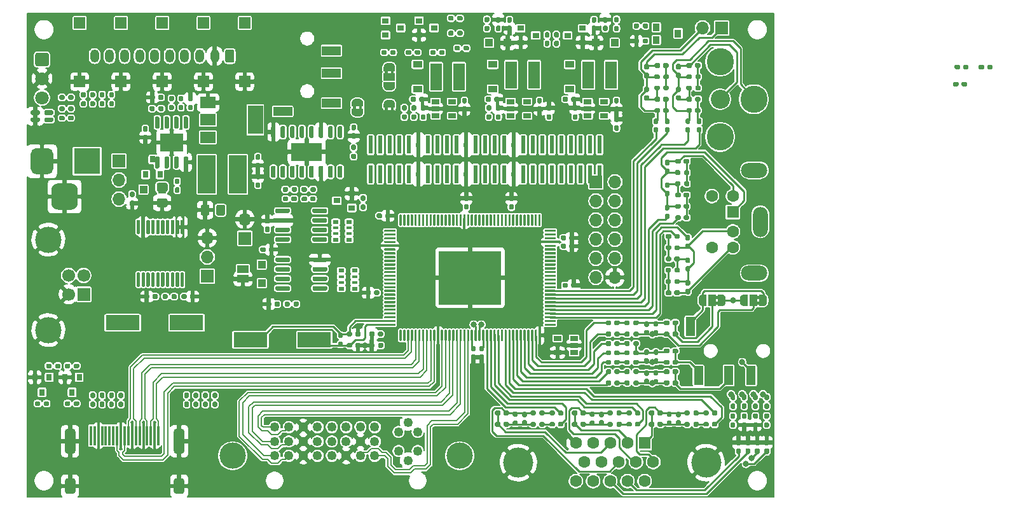
<source format=gbr>
%TF.GenerationSoftware,KiCad,Pcbnew,(5.1.10)-1*%
%TF.CreationDate,2021-11-12T20:21:05+04:00*%
%TF.ProjectId,RTD2662Board,52544432-3636-4324-926f-6172642e6b69,2*%
%TF.SameCoordinates,Original*%
%TF.FileFunction,Copper,L1,Top*%
%TF.FilePolarity,Positive*%
%FSLAX46Y46*%
G04 Gerber Fmt 4.6, Leading zero omitted, Abs format (unit mm)*
G04 Created by KiCad (PCBNEW (5.1.10)-1) date 2021-11-12 20:21:05*
%MOMM*%
%LPD*%
G01*
G04 APERTURE LIST*
%TA.AperFunction,EtchedComponent*%
%ADD10C,0.100000*%
%TD*%
%TA.AperFunction,ComponentPad*%
%ADD11C,3.500120*%
%TD*%
%TA.AperFunction,ComponentPad*%
%ADD12C,1.250000*%
%TD*%
%TA.AperFunction,SMDPad,CuDef*%
%ADD13R,1.200000X2.500000*%
%TD*%
%TA.AperFunction,SMDPad,CuDef*%
%ADD14R,0.300000X2.600000*%
%TD*%
%TA.AperFunction,ComponentPad*%
%ADD15R,1.700000X1.700000*%
%TD*%
%TA.AperFunction,ComponentPad*%
%ADD16O,1.700000X1.700000*%
%TD*%
%TA.AperFunction,ComponentPad*%
%ADD17C,4.000000*%
%TD*%
%TA.AperFunction,ComponentPad*%
%ADD18C,1.600000*%
%TD*%
%TA.AperFunction,ComponentPad*%
%ADD19R,1.600000X1.600000*%
%TD*%
%TA.AperFunction,SMDPad,CuDef*%
%ADD20C,0.100000*%
%TD*%
%TA.AperFunction,ComponentPad*%
%ADD21O,1.200000X1.750000*%
%TD*%
%TA.AperFunction,SMDPad,CuDef*%
%ADD22R,1.500000X1.000000*%
%TD*%
%TA.AperFunction,SMDPad,CuDef*%
%ADD23R,0.900000X0.800000*%
%TD*%
%TA.AperFunction,SMDPad,CuDef*%
%ADD24R,1.060000X0.650000*%
%TD*%
%TA.AperFunction,ComponentPad*%
%ADD25R,3.500000X3.500000*%
%TD*%
%TA.AperFunction,SMDPad,CuDef*%
%ADD26R,0.600000X2.400000*%
%TD*%
%TA.AperFunction,SMDPad,CuDef*%
%ADD27R,2.500000X1.200000*%
%TD*%
%TA.AperFunction,SMDPad,CuDef*%
%ADD28R,4.100000X2.410000*%
%TD*%
%TA.AperFunction,SMDPad,CuDef*%
%ADD29R,8.260000X7.110000*%
%TD*%
%TA.AperFunction,ComponentPad*%
%ADD30C,1.700000*%
%TD*%
%TA.AperFunction,ComponentPad*%
%ADD31C,3.500000*%
%TD*%
%TA.AperFunction,SMDPad,CuDef*%
%ADD32R,1.200000X0.900000*%
%TD*%
%TA.AperFunction,ComponentPad*%
%ADD33O,2.000000X4.000000*%
%TD*%
%TA.AperFunction,ComponentPad*%
%ADD34O,3.500000X2.000000*%
%TD*%
%TA.AperFunction,ComponentPad*%
%ADD35C,2.550000*%
%TD*%
%TA.AperFunction,ComponentPad*%
%ADD36C,3.616000*%
%TD*%
%TA.AperFunction,SMDPad,CuDef*%
%ADD37R,1.000000X1.500000*%
%TD*%
%TA.AperFunction,SMDPad,CuDef*%
%ADD38R,1.500000X3.600000*%
%TD*%
%TA.AperFunction,SMDPad,CuDef*%
%ADD39R,1.000000X1.000000*%
%TD*%
%TA.AperFunction,SMDPad,CuDef*%
%ADD40R,4.500000X2.000000*%
%TD*%
%TA.AperFunction,SMDPad,CuDef*%
%ADD41R,1.500000X1.500000*%
%TD*%
%TA.AperFunction,SMDPad,CuDef*%
%ADD42R,2.000000X1.500000*%
%TD*%
%TA.AperFunction,SMDPad,CuDef*%
%ADD43R,2.000000X3.800000*%
%TD*%
%TA.AperFunction,SMDPad,CuDef*%
%ADD44R,0.800000X0.900000*%
%TD*%
%TA.AperFunction,SMDPad,CuDef*%
%ADD45R,0.800000X0.500000*%
%TD*%
%TA.AperFunction,SMDPad,CuDef*%
%ADD46R,0.800000X0.400000*%
%TD*%
%TA.AperFunction,SMDPad,CuDef*%
%ADD47R,3.100000X2.410000*%
%TD*%
%TA.AperFunction,ComponentPad*%
%ADD48C,1.800000*%
%TD*%
%TA.AperFunction,SMDPad,CuDef*%
%ADD49R,0.900000X1.000000*%
%TD*%
%TA.AperFunction,SMDPad,CuDef*%
%ADD50R,0.900000X1.100000*%
%TD*%
%TA.AperFunction,SMDPad,CuDef*%
%ADD51R,2.350000X5.100000*%
%TD*%
%TA.AperFunction,ViaPad*%
%ADD52C,0.800000*%
%TD*%
%TA.AperFunction,Conductor*%
%ADD53C,0.250000*%
%TD*%
%TA.AperFunction,Conductor*%
%ADD54C,0.200000*%
%TD*%
%TA.AperFunction,Conductor*%
%ADD55C,0.127000*%
%TD*%
%TA.AperFunction,Conductor*%
%ADD56C,0.100000*%
%TD*%
G04 APERTURE END LIST*
D10*
%TO.C,JP7*%
G36*
X91950000Y-93100000D02*
G01*
X91950000Y-92600000D01*
X92350000Y-92600000D01*
X92350000Y-93100000D01*
X91950000Y-93100000D01*
G37*
G36*
X91150000Y-93100000D02*
G01*
X91150000Y-92600000D01*
X91550000Y-92600000D01*
X91550000Y-93100000D01*
X91150000Y-93100000D01*
G37*
%TO.C,JP1*%
G36*
X139900000Y-119100000D02*
G01*
X139400000Y-119100000D01*
X139400000Y-118700000D01*
X139900000Y-118700000D01*
X139900000Y-119100000D01*
G37*
G36*
X139900000Y-118300000D02*
G01*
X139400000Y-118300000D01*
X139400000Y-117900000D01*
X139900000Y-117900000D01*
X139900000Y-118300000D01*
G37*
%TO.C,JP4*%
G36*
X96600000Y-92750000D02*
G01*
X96600000Y-93250000D01*
X96200000Y-93250000D01*
X96200000Y-92750000D01*
X96600000Y-92750000D01*
G37*
G36*
X95800000Y-92750000D02*
G01*
X95800000Y-93250000D01*
X95400000Y-93250000D01*
X95400000Y-92750000D01*
X95800000Y-92750000D01*
G37*
%TO.C,JP3*%
G36*
X95800000Y-87850000D02*
G01*
X95800000Y-88350000D01*
X95400000Y-88350000D01*
X95400000Y-87850000D01*
X95800000Y-87850000D01*
G37*
G36*
X96600000Y-87850000D02*
G01*
X96600000Y-88350000D01*
X96200000Y-88350000D01*
X96200000Y-87850000D01*
X96600000Y-87850000D01*
G37*
%TO.C,JP2*%
G36*
X145400000Y-119100000D02*
G01*
X144900000Y-119100000D01*
X144900000Y-118700000D01*
X145400000Y-118700000D01*
X145400000Y-119100000D01*
G37*
G36*
X145400000Y-118300000D02*
G01*
X144900000Y-118300000D01*
X144900000Y-117900000D01*
X145400000Y-117900000D01*
X145400000Y-118300000D01*
G37*
%TD*%
D11*
%TO.P,J6,*%
%TO.N,*%
X105360460Y-139198000D03*
D12*
%TO.P,J6,3*%
%TO.N,GND*%
X84535000Y-135388000D03*
%TO.P,J6,2*%
%TO.N,DVI_2+*%
X82630000Y-135388000D03*
%TO.P,J6,1*%
%TO.N,DVI_2-*%
X80725000Y-135388000D03*
%TO.P,J6,4*%
%TO.N,Net-(J6-Pad4)*%
X86440000Y-135388000D03*
%TO.P,J6,5*%
%TO.N,Net-(J6-Pad5)*%
X88345000Y-135388000D03*
%TO.P,J6,9*%
%TO.N,DVI_1-*%
X80725000Y-137293000D03*
%TO.P,J6,7*%
%TO.N,Net-(J6-Pad7)*%
X92155000Y-135388000D03*
%TO.P,J6,6*%
%TO.N,Net-(J6-Pad6)*%
X90250000Y-135388000D03*
D11*
%TO.P,J6,*%
%TO.N,*%
X75139540Y-139198000D03*
D12*
%TO.P,J6,10*%
%TO.N,DVI_1+*%
X82630000Y-137293000D03*
%TO.P,J6,11*%
%TO.N,GND*%
X84535000Y-137293000D03*
%TO.P,J6,12*%
%TO.N,Net-(J6-Pad12)*%
X86440000Y-137293000D03*
%TO.P,J6,13*%
%TO.N,Net-(J6-Pad13)*%
X88345000Y-137293000D03*
%TO.P,J6,14*%
%TO.N,Net-(J6-Pad14)*%
X90250000Y-137293000D03*
%TO.P,J6,15*%
%TO.N,GND*%
X92155000Y-137293000D03*
%TO.P,J6,16*%
%TO.N,Net-(J6-Pad16)*%
X94060000Y-137293000D03*
%TO.P,J6,17*%
%TO.N,DVI_0-*%
X80725000Y-139198000D03*
%TO.P,J6,18*%
%TO.N,DVI_0+*%
X82630000Y-139198000D03*
%TO.P,J6,19*%
%TO.N,GND*%
X84535000Y-139198000D03*
%TO.P,J6,20*%
%TO.N,Net-(J6-Pad20)*%
X86440000Y-139198000D03*
%TO.P,J6,21*%
%TO.N,Net-(J6-Pad21)*%
X88345000Y-139198000D03*
%TO.P,J6,22*%
%TO.N,GND*%
X90250000Y-139198000D03*
%TO.P,J6,23*%
%TO.N,DVI_C+*%
X92155000Y-139198000D03*
%TO.P,J6,24*%
%TO.N,DVI_C-*%
X94060000Y-139198000D03*
%TO.P,J6,8*%
%TO.N,Net-(J6-Pad8)*%
X94060000Y-135388000D03*
%TO.P,J6,C2*%
%TO.N,Net-(J6-PadC2)*%
X99775000Y-136023000D03*
%TO.P,J6,C1*%
%TO.N,Net-(J6-PadC1)*%
X97235000Y-136023000D03*
%TO.P,J6,C3*%
%TO.N,Net-(J6-PadC3)*%
X97235000Y-138563000D03*
%TO.P,J6,C4*%
%TO.N,Net-(J6-PadC4)*%
X99775000Y-138563000D03*
%TO.P,J6,C5*%
%TO.N,GND*%
X98505000Y-134753000D03*
X98505000Y-139833000D03*
%TD*%
D13*
%TO.P,J5,R2*%
%TO.N,Net-(J5-PadR2)*%
X144175000Y-128500000D03*
%TO.P,J5,R1*%
%TO.N,_B_Pb+*%
X141175000Y-128500000D03*
%TO.P,J5,T*%
%TO.N,_G_Y+*%
X137175000Y-128500000D03*
%TO.P,J5,S*%
%TO.N,Net-(J5-PadS)*%
X136075000Y-122000000D03*
%TD*%
D14*
%TO.P,J7,19*%
%TO.N,Net-(J7-Pad19)*%
X56250000Y-136500000D03*
%TO.P,J7,18*%
%TO.N,Net-(J7-Pad18)*%
X56750000Y-136500000D03*
%TO.P,J7,17*%
%TO.N,GND*%
X57250000Y-136500000D03*
%TO.P,J7,16*%
%TO.N,Net-(J7-Pad16)*%
X57750000Y-136500000D03*
%TO.P,J7,15*%
%TO.N,Net-(J7-Pad15)*%
X58250000Y-136500000D03*
%TO.P,J7,14*%
%TO.N,VCLK*%
X58750000Y-136500000D03*
%TO.P,J7,13*%
%TO.N,CEC*%
X59250000Y-136500000D03*
%TO.P,J7,12*%
%TO.N,HDMI_C-*%
X59750000Y-136500000D03*
%TO.P,J7,11*%
%TO.N,GND*%
X60250000Y-136500000D03*
%TO.P,J7,10*%
%TO.N,HDMI_C+*%
X60750000Y-136500000D03*
%TO.P,J7,9*%
%TO.N,HDMI_0-*%
X61250000Y-136500000D03*
%TO.P,J7,8*%
%TO.N,GND*%
X61750000Y-136500000D03*
%TO.P,J7,7*%
%TO.N,HDMI_0+*%
X62250000Y-136500000D03*
%TO.P,J7,6*%
%TO.N,HDMI_1-*%
X62750000Y-136500000D03*
%TO.P,J7,5*%
%TO.N,GND*%
X63250000Y-136500000D03*
%TO.P,J7,4*%
%TO.N,HDMI_1+*%
X63750000Y-136500000D03*
%TO.P,J7,3*%
%TO.N,HDMI_2-*%
X64250000Y-136500000D03*
%TO.P,J7,2*%
%TO.N,GND*%
X64750000Y-136500000D03*
%TO.P,J7,1*%
%TO.N,HDMI_2+*%
X65250000Y-136500000D03*
%TO.P,J7,SH*%
%TO.N,GND*%
%TA.AperFunction,ComponentPad*%
G36*
G01*
X67300000Y-138560000D02*
X67300000Y-135960000D01*
G75*
G02*
X67650000Y-135610000I350000J0D01*
G01*
X68350000Y-135610000D01*
G75*
G02*
X68700000Y-135960000I0J-350000D01*
G01*
X68700000Y-138560000D01*
G75*
G02*
X68350000Y-138910000I-350000J0D01*
G01*
X67650000Y-138910000D01*
G75*
G02*
X67300000Y-138560000I0J350000D01*
G01*
G37*
%TD.AperFunction*%
%TA.AperFunction,ComponentPad*%
G36*
G01*
X52800000Y-138560000D02*
X52800000Y-135960000D01*
G75*
G02*
X53150000Y-135610000I350000J0D01*
G01*
X53850000Y-135610000D01*
G75*
G02*
X54200000Y-135960000I0J-350000D01*
G01*
X54200000Y-138560000D01*
G75*
G02*
X53850000Y-138910000I-350000J0D01*
G01*
X53150000Y-138910000D01*
G75*
G02*
X52800000Y-138560000I0J350000D01*
G01*
G37*
%TD.AperFunction*%
%TA.AperFunction,ComponentPad*%
G36*
G01*
X52800000Y-143920000D02*
X52800000Y-142520000D01*
G75*
G02*
X53150000Y-142170000I350000J0D01*
G01*
X53850000Y-142170000D01*
G75*
G02*
X54200000Y-142520000I0J-350000D01*
G01*
X54200000Y-143920000D01*
G75*
G02*
X53850000Y-144270000I-350000J0D01*
G01*
X53150000Y-144270000D01*
G75*
G02*
X52800000Y-143920000I0J350000D01*
G01*
G37*
%TD.AperFunction*%
%TA.AperFunction,ComponentPad*%
G36*
G01*
X67300000Y-143920000D02*
X67300000Y-142520000D01*
G75*
G02*
X67650000Y-142170000I350000J0D01*
G01*
X68350000Y-142170000D01*
G75*
G02*
X68700000Y-142520000I0J-350000D01*
G01*
X68700000Y-143920000D01*
G75*
G02*
X68350000Y-144270000I-350000J0D01*
G01*
X67650000Y-144270000D01*
G75*
G02*
X67300000Y-143920000I0J350000D01*
G01*
G37*
%TD.AperFunction*%
%TD*%
%TO.P,C75,2*%
%TO.N,GND*%
%TA.AperFunction,SMDPad,CuDef*%
G36*
G01*
X172200000Y-89905000D02*
X172200000Y-89595000D01*
G75*
G02*
X172355000Y-89440000I155000J0D01*
G01*
X172780000Y-89440000D01*
G75*
G02*
X172935000Y-89595000I0J-155000D01*
G01*
X172935000Y-89905000D01*
G75*
G02*
X172780000Y-90060000I-155000J0D01*
G01*
X172355000Y-90060000D01*
G75*
G02*
X172200000Y-89905000I0J155000D01*
G01*
G37*
%TD.AperFunction*%
%TO.P,C75,1*%
%TO.N,+3V3*%
%TA.AperFunction,SMDPad,CuDef*%
G36*
G01*
X171065000Y-89905000D02*
X171065000Y-89595000D01*
G75*
G02*
X171220000Y-89440000I155000J0D01*
G01*
X171645000Y-89440000D01*
G75*
G02*
X171800000Y-89595000I0J-155000D01*
G01*
X171800000Y-89905000D01*
G75*
G02*
X171645000Y-90060000I-155000J0D01*
G01*
X171220000Y-90060000D01*
G75*
G02*
X171065000Y-89905000I0J155000D01*
G01*
G37*
%TD.AperFunction*%
%TD*%
D15*
%TO.P,J12,1*%
%TO.N,EIO0*%
X123500000Y-102750000D03*
D16*
%TO.P,J12,2*%
%TO.N,EIO4*%
X126040000Y-102750000D03*
%TO.P,J12,3*%
%TO.N,EIO1*%
X123500000Y-105290000D03*
%TO.P,J12,4*%
%TO.N,EIO5*%
X126040000Y-105290000D03*
%TO.P,J12,5*%
%TO.N,EIO2*%
X123500000Y-107830000D03*
%TO.P,J12,6*%
%TO.N,EIO6*%
X126040000Y-107830000D03*
%TO.P,J12,7*%
%TO.N,EIO3*%
X123500000Y-110370000D03*
%TO.P,J12,8*%
%TO.N,EIO7*%
X126040000Y-110370000D03*
%TO.P,J12,9*%
%TO.N,I2S_SDAT1*%
X123500000Y-112910000D03*
%TO.P,J12,10*%
%TO.N,I2S_SDAT2*%
X126040000Y-112910000D03*
%TO.P,J12,11*%
%TO.N,+3V3*%
X123500000Y-115450000D03*
%TO.P,J12,12*%
%TO.N,GND*%
X126040000Y-115450000D03*
%TD*%
D17*
%TO.P,J9,0*%
%TO.N,GND*%
X138185000Y-140110000D03*
X113185000Y-140110000D03*
D18*
%TO.P,J9,15*%
%TO.N,Net-(D17-Pad1)*%
X120840000Y-142580000D03*
%TO.P,J9,14*%
%TO.N,Net-(D16-Pad1)*%
X123130000Y-142580000D03*
%TO.P,J9,13*%
%TO.N,Net-(D15-Pad1)*%
X125420000Y-142580000D03*
%TO.P,J9,12*%
%TO.N,Net-(D14-Pad1)*%
X127710000Y-142580000D03*
%TO.P,J9,11*%
%TO.N,Net-(J9-Pad11)*%
X130000000Y-142580000D03*
%TO.P,J9,10*%
%TO.N,GND*%
X121985000Y-140040000D03*
%TO.P,J9,9*%
%TO.N,Net-(J9-Pad9)*%
X124275000Y-140040000D03*
%TO.P,J9,8*%
%TO.N,_VGA_B-*%
X126565000Y-140040000D03*
%TO.P,J9,7*%
%TO.N,_VGA_G-*%
X128855000Y-140040000D03*
%TO.P,J9,6*%
%TO.N,_VGA_R-*%
X131145000Y-140040000D03*
%TO.P,J9,5*%
%TO.N,GND*%
X120840000Y-137500000D03*
%TO.P,J9,4*%
%TO.N,Net-(J9-Pad4)*%
X123130000Y-137500000D03*
%TO.P,J9,3*%
%TO.N,_VGA_B+*%
X125420000Y-137500000D03*
%TO.P,J9,2*%
%TO.N,_VGA_G+*%
X127710000Y-137500000D03*
D19*
%TO.P,J9,1*%
%TO.N,_VGA_R+*%
X130000000Y-137500000D03*
%TD*%
%TA.AperFunction,SMDPad,CuDef*%
D20*
%TO.P,JP7,1*%
%TO.N,Net-(J2-PadS)*%
G36*
X92500000Y-93000000D02*
G01*
X92500000Y-93500000D01*
X92499398Y-93500000D01*
X92499398Y-93524534D01*
X92494588Y-93573365D01*
X92485016Y-93621490D01*
X92470772Y-93668445D01*
X92451995Y-93713778D01*
X92428864Y-93757051D01*
X92401604Y-93797850D01*
X92370476Y-93835779D01*
X92335779Y-93870476D01*
X92297850Y-93901604D01*
X92257051Y-93928864D01*
X92213778Y-93951995D01*
X92168445Y-93970772D01*
X92121490Y-93985016D01*
X92073365Y-93994588D01*
X92024534Y-93999398D01*
X92000000Y-93999398D01*
X92000000Y-94000000D01*
X91500000Y-94000000D01*
X91500000Y-93999398D01*
X91475466Y-93999398D01*
X91426635Y-93994588D01*
X91378510Y-93985016D01*
X91331555Y-93970772D01*
X91286222Y-93951995D01*
X91242949Y-93928864D01*
X91202150Y-93901604D01*
X91164221Y-93870476D01*
X91129524Y-93835779D01*
X91098396Y-93797850D01*
X91071136Y-93757051D01*
X91048005Y-93713778D01*
X91029228Y-93668445D01*
X91014984Y-93621490D01*
X91005412Y-93573365D01*
X91000602Y-93524534D01*
X91000602Y-93500000D01*
X91000000Y-93500000D01*
X91000000Y-93000000D01*
X92500000Y-93000000D01*
G37*
%TD.AperFunction*%
%TA.AperFunction,SMDPad,CuDef*%
%TO.P,JP7,2*%
%TO.N,Net-(J2-PadR2)*%
G36*
X91000602Y-92200000D02*
G01*
X91000602Y-92175466D01*
X91005412Y-92126635D01*
X91014984Y-92078510D01*
X91029228Y-92031555D01*
X91048005Y-91986222D01*
X91071136Y-91942949D01*
X91098396Y-91902150D01*
X91129524Y-91864221D01*
X91164221Y-91829524D01*
X91202150Y-91798396D01*
X91242949Y-91771136D01*
X91286222Y-91748005D01*
X91331555Y-91729228D01*
X91378510Y-91714984D01*
X91426635Y-91705412D01*
X91475466Y-91700602D01*
X91500000Y-91700602D01*
X91500000Y-91700000D01*
X92000000Y-91700000D01*
X92000000Y-91700602D01*
X92024534Y-91700602D01*
X92073365Y-91705412D01*
X92121490Y-91714984D01*
X92168445Y-91729228D01*
X92213778Y-91748005D01*
X92257051Y-91771136D01*
X92297850Y-91798396D01*
X92335779Y-91829524D01*
X92370476Y-91864221D01*
X92401604Y-91902150D01*
X92428864Y-91942949D01*
X92451995Y-91986222D01*
X92470772Y-92031555D01*
X92485016Y-92078510D01*
X92494588Y-92126635D01*
X92499398Y-92175466D01*
X92499398Y-92200000D01*
X92500000Y-92200000D01*
X92500000Y-92700000D01*
X91000000Y-92700000D01*
X91000000Y-92200000D01*
X91000602Y-92200000D01*
G37*
%TD.AperFunction*%
%TD*%
%TO.P,R78,2*%
%TO.N,_CVBS1-*%
%TA.AperFunction,SMDPad,CuDef*%
G36*
G01*
X132010000Y-88590000D02*
X132010000Y-88910000D01*
G75*
G02*
X131850000Y-89070000I-160000J0D01*
G01*
X131455000Y-89070000D01*
G75*
G02*
X131295000Y-88910000I0J160000D01*
G01*
X131295000Y-88590000D01*
G75*
G02*
X131455000Y-88430000I160000J0D01*
G01*
X131850000Y-88430000D01*
G75*
G02*
X132010000Y-88590000I0J-160000D01*
G01*
G37*
%TD.AperFunction*%
%TO.P,R78,1*%
%TO.N,Net-(FB10-Pad1)*%
%TA.AperFunction,SMDPad,CuDef*%
G36*
G01*
X133205000Y-88590000D02*
X133205000Y-88910000D01*
G75*
G02*
X133045000Y-89070000I-160000J0D01*
G01*
X132650000Y-89070000D01*
G75*
G02*
X132490000Y-88910000I0J160000D01*
G01*
X132490000Y-88590000D01*
G75*
G02*
X132650000Y-88430000I160000J0D01*
G01*
X133045000Y-88430000D01*
G75*
G02*
X133205000Y-88590000I0J-160000D01*
G01*
G37*
%TD.AperFunction*%
%TD*%
%TO.P,R40,2*%
%TO.N,Net-(FB10-Pad1)*%
%TA.AperFunction,SMDPad,CuDef*%
G36*
G01*
X132490000Y-90410000D02*
X132490000Y-90090000D01*
G75*
G02*
X132650000Y-89930000I160000J0D01*
G01*
X133045000Y-89930000D01*
G75*
G02*
X133205000Y-90090000I0J-160000D01*
G01*
X133205000Y-90410000D01*
G75*
G02*
X133045000Y-90570000I-160000J0D01*
G01*
X132650000Y-90570000D01*
G75*
G02*
X132490000Y-90410000I0J160000D01*
G01*
G37*
%TD.AperFunction*%
%TO.P,R40,1*%
%TO.N,Net-(C69-Pad1)*%
%TA.AperFunction,SMDPad,CuDef*%
G36*
G01*
X131295000Y-90410000D02*
X131295000Y-90090000D01*
G75*
G02*
X131455000Y-89930000I160000J0D01*
G01*
X131850000Y-89930000D01*
G75*
G02*
X132010000Y-90090000I0J-160000D01*
G01*
X132010000Y-90410000D01*
G75*
G02*
X131850000Y-90570000I-160000J0D01*
G01*
X131455000Y-90570000D01*
G75*
G02*
X131295000Y-90410000I0J160000D01*
G01*
G37*
%TD.AperFunction*%
%TD*%
%TO.P,L8,2*%
%TO.N,Net-(C68-Pad2)*%
%TA.AperFunction,SMDPad,CuDef*%
G36*
G01*
X132440000Y-91910000D02*
X132440000Y-91590000D01*
G75*
G02*
X132600000Y-91430000I160000J0D01*
G01*
X133045000Y-91430000D01*
G75*
G02*
X133205000Y-91590000I0J-160000D01*
G01*
X133205000Y-91910000D01*
G75*
G02*
X133045000Y-92070000I-160000J0D01*
G01*
X132600000Y-92070000D01*
G75*
G02*
X132440000Y-91910000I0J160000D01*
G01*
G37*
%TD.AperFunction*%
%TO.P,L8,1*%
%TO.N,Net-(C69-Pad1)*%
%TA.AperFunction,SMDPad,CuDef*%
G36*
G01*
X131295000Y-91910000D02*
X131295000Y-91590000D01*
G75*
G02*
X131455000Y-91430000I160000J0D01*
G01*
X131900000Y-91430000D01*
G75*
G02*
X132060000Y-91590000I0J-160000D01*
G01*
X132060000Y-91910000D01*
G75*
G02*
X131900000Y-92070000I-160000J0D01*
G01*
X131455000Y-92070000D01*
G75*
G02*
X131295000Y-91910000I0J160000D01*
G01*
G37*
%TD.AperFunction*%
%TD*%
D16*
%TO.P,J15,2*%
%TO.N,GND*%
X76750000Y-107710000D03*
D15*
%TO.P,J15,1*%
%TO.N,I2S_SDAT1*%
X76750000Y-110250000D03*
%TD*%
D16*
%TO.P,J14,2*%
%TO.N,_CVBS1-*%
X137710000Y-82250000D03*
D15*
%TO.P,J14,1*%
%TO.N,_CVBS1+*%
X140250000Y-82250000D03*
%TD*%
%TO.P,FB10,2*%
%TO.N,_CVBS1+*%
%TA.AperFunction,SMDPad,CuDef*%
G36*
G01*
X132060000Y-87090000D02*
X132060000Y-87410000D01*
G75*
G02*
X131900000Y-87570000I-160000J0D01*
G01*
X131455000Y-87570000D01*
G75*
G02*
X131295000Y-87410000I0J160000D01*
G01*
X131295000Y-87090000D01*
G75*
G02*
X131455000Y-86930000I160000J0D01*
G01*
X131900000Y-86930000D01*
G75*
G02*
X132060000Y-87090000I0J-160000D01*
G01*
G37*
%TD.AperFunction*%
%TO.P,FB10,1*%
%TO.N,Net-(FB10-Pad1)*%
%TA.AperFunction,SMDPad,CuDef*%
G36*
G01*
X133205000Y-87090000D02*
X133205000Y-87410000D01*
G75*
G02*
X133045000Y-87570000I-160000J0D01*
G01*
X132600000Y-87570000D01*
G75*
G02*
X132440000Y-87410000I0J160000D01*
G01*
X132440000Y-87090000D01*
G75*
G02*
X132600000Y-86930000I160000J0D01*
G01*
X133045000Y-86930000D01*
G75*
G02*
X133205000Y-87090000I0J-160000D01*
G01*
G37*
%TD.AperFunction*%
%TD*%
%TO.P,D24,2*%
%TO.N,_CVBS1-*%
%TA.AperFunction,SMDPad,CuDef*%
G36*
G01*
X130090000Y-88190000D02*
X130410000Y-88190000D01*
G75*
G02*
X130570000Y-88350000I0J-160000D01*
G01*
X130570000Y-88795000D01*
G75*
G02*
X130410000Y-88955000I-160000J0D01*
G01*
X130090000Y-88955000D01*
G75*
G02*
X129930000Y-88795000I0J160000D01*
G01*
X129930000Y-88350000D01*
G75*
G02*
X130090000Y-88190000I160000J0D01*
G01*
G37*
%TD.AperFunction*%
%TO.P,D24,1*%
%TO.N,_CVBS1+*%
%TA.AperFunction,SMDPad,CuDef*%
G36*
G01*
X130090000Y-87045000D02*
X130410000Y-87045000D01*
G75*
G02*
X130570000Y-87205000I0J-160000D01*
G01*
X130570000Y-87650000D01*
G75*
G02*
X130410000Y-87810000I-160000J0D01*
G01*
X130090000Y-87810000D01*
G75*
G02*
X129930000Y-87650000I0J160000D01*
G01*
X129930000Y-87205000D01*
G75*
G02*
X130090000Y-87045000I160000J0D01*
G01*
G37*
%TD.AperFunction*%
%TD*%
%TO.P,C80,2*%
%TO.N,GND*%
%TA.AperFunction,SMDPad,CuDef*%
G36*
G01*
X79905000Y-108300000D02*
X79595000Y-108300000D01*
G75*
G02*
X79440000Y-108145000I0J155000D01*
G01*
X79440000Y-107720000D01*
G75*
G02*
X79595000Y-107565000I155000J0D01*
G01*
X79905000Y-107565000D01*
G75*
G02*
X80060000Y-107720000I0J-155000D01*
G01*
X80060000Y-108145000D01*
G75*
G02*
X79905000Y-108300000I-155000J0D01*
G01*
G37*
%TD.AperFunction*%
%TO.P,C80,1*%
%TO.N,+3V3*%
%TA.AperFunction,SMDPad,CuDef*%
G36*
G01*
X79905000Y-109435000D02*
X79595000Y-109435000D01*
G75*
G02*
X79440000Y-109280000I0J155000D01*
G01*
X79440000Y-108855000D01*
G75*
G02*
X79595000Y-108700000I155000J0D01*
G01*
X79905000Y-108700000D01*
G75*
G02*
X80060000Y-108855000I0J-155000D01*
G01*
X80060000Y-109280000D01*
G75*
G02*
X79905000Y-109435000I-155000J0D01*
G01*
G37*
%TD.AperFunction*%
%TD*%
%TO.P,C78,2*%
%TO.N,GND*%
%TA.AperFunction,SMDPad,CuDef*%
G36*
G01*
X79950000Y-111905000D02*
X79950000Y-111595000D01*
G75*
G02*
X80105000Y-111440000I155000J0D01*
G01*
X80530000Y-111440000D01*
G75*
G02*
X80685000Y-111595000I0J-155000D01*
G01*
X80685000Y-111905000D01*
G75*
G02*
X80530000Y-112060000I-155000J0D01*
G01*
X80105000Y-112060000D01*
G75*
G02*
X79950000Y-111905000I0J155000D01*
G01*
G37*
%TD.AperFunction*%
%TO.P,C78,1*%
%TO.N,+3V3*%
%TA.AperFunction,SMDPad,CuDef*%
G36*
G01*
X78815000Y-111905000D02*
X78815000Y-111595000D01*
G75*
G02*
X78970000Y-111440000I155000J0D01*
G01*
X79395000Y-111440000D01*
G75*
G02*
X79550000Y-111595000I0J-155000D01*
G01*
X79550000Y-111905000D01*
G75*
G02*
X79395000Y-112060000I-155000J0D01*
G01*
X78970000Y-112060000D01*
G75*
G02*
X78815000Y-111905000I0J155000D01*
G01*
G37*
%TD.AperFunction*%
%TD*%
%TO.P,C77,2*%
%TO.N,GND*%
%TA.AperFunction,SMDPad,CuDef*%
G36*
G01*
X172400000Y-87625000D02*
X172400000Y-87315000D01*
G75*
G02*
X172555000Y-87160000I155000J0D01*
G01*
X172980000Y-87160000D01*
G75*
G02*
X173135000Y-87315000I0J-155000D01*
G01*
X173135000Y-87625000D01*
G75*
G02*
X172980000Y-87780000I-155000J0D01*
G01*
X172555000Y-87780000D01*
G75*
G02*
X172400000Y-87625000I0J155000D01*
G01*
G37*
%TD.AperFunction*%
%TO.P,C77,1*%
%TO.N,+3V3*%
%TA.AperFunction,SMDPad,CuDef*%
G36*
G01*
X171265000Y-87625000D02*
X171265000Y-87315000D01*
G75*
G02*
X171420000Y-87160000I155000J0D01*
G01*
X171845000Y-87160000D01*
G75*
G02*
X172000000Y-87315000I0J-155000D01*
G01*
X172000000Y-87625000D01*
G75*
G02*
X171845000Y-87780000I-155000J0D01*
G01*
X171420000Y-87780000D01*
G75*
G02*
X171265000Y-87625000I0J155000D01*
G01*
G37*
%TD.AperFunction*%
%TD*%
%TO.P,C76,2*%
%TO.N,GND*%
%TA.AperFunction,SMDPad,CuDef*%
G36*
G01*
X91095000Y-96267500D02*
X91405000Y-96267500D01*
G75*
G02*
X91560000Y-96422500I0J-155000D01*
G01*
X91560000Y-96847500D01*
G75*
G02*
X91405000Y-97002500I-155000J0D01*
G01*
X91095000Y-97002500D01*
G75*
G02*
X90940000Y-96847500I0J155000D01*
G01*
X90940000Y-96422500D01*
G75*
G02*
X91095000Y-96267500I155000J0D01*
G01*
G37*
%TD.AperFunction*%
%TO.P,C76,1*%
%TO.N,+3V3*%
%TA.AperFunction,SMDPad,CuDef*%
G36*
G01*
X91095000Y-95132500D02*
X91405000Y-95132500D01*
G75*
G02*
X91560000Y-95287500I0J-155000D01*
G01*
X91560000Y-95712500D01*
G75*
G02*
X91405000Y-95867500I-155000J0D01*
G01*
X91095000Y-95867500D01*
G75*
G02*
X90940000Y-95712500I0J155000D01*
G01*
X90940000Y-95287500D01*
G75*
G02*
X91095000Y-95132500I155000J0D01*
G01*
G37*
%TD.AperFunction*%
%TD*%
%TO.P,C72,2*%
%TO.N,GND*%
%TA.AperFunction,SMDPad,CuDef*%
G36*
G01*
X175610000Y-87625000D02*
X175610000Y-87315000D01*
G75*
G02*
X175765000Y-87160000I155000J0D01*
G01*
X176190000Y-87160000D01*
G75*
G02*
X176345000Y-87315000I0J-155000D01*
G01*
X176345000Y-87625000D01*
G75*
G02*
X176190000Y-87780000I-155000J0D01*
G01*
X175765000Y-87780000D01*
G75*
G02*
X175610000Y-87625000I0J155000D01*
G01*
G37*
%TD.AperFunction*%
%TO.P,C72,1*%
%TO.N,+3V3*%
%TA.AperFunction,SMDPad,CuDef*%
G36*
G01*
X174475000Y-87625000D02*
X174475000Y-87315000D01*
G75*
G02*
X174630000Y-87160000I155000J0D01*
G01*
X175055000Y-87160000D01*
G75*
G02*
X175210000Y-87315000I0J-155000D01*
G01*
X175210000Y-87625000D01*
G75*
G02*
X175055000Y-87780000I-155000J0D01*
G01*
X174630000Y-87780000D01*
G75*
G02*
X174475000Y-87625000I0J155000D01*
G01*
G37*
%TD.AperFunction*%
%TD*%
%TO.P,C71,2*%
%TO.N,_CVBS1-*%
%TA.AperFunction,SMDPad,CuDef*%
G36*
G01*
X131655000Y-95050000D02*
X131345000Y-95050000D01*
G75*
G02*
X131190000Y-94895000I0J155000D01*
G01*
X131190000Y-94470000D01*
G75*
G02*
X131345000Y-94315000I155000J0D01*
G01*
X131655000Y-94315000D01*
G75*
G02*
X131810000Y-94470000I0J-155000D01*
G01*
X131810000Y-94895000D01*
G75*
G02*
X131655000Y-95050000I-155000J0D01*
G01*
G37*
%TD.AperFunction*%
%TO.P,C71,1*%
%TO.N,CVBS1-*%
%TA.AperFunction,SMDPad,CuDef*%
G36*
G01*
X131655000Y-96185000D02*
X131345000Y-96185000D01*
G75*
G02*
X131190000Y-96030000I0J155000D01*
G01*
X131190000Y-95605000D01*
G75*
G02*
X131345000Y-95450000I155000J0D01*
G01*
X131655000Y-95450000D01*
G75*
G02*
X131810000Y-95605000I0J-155000D01*
G01*
X131810000Y-96030000D01*
G75*
G02*
X131655000Y-96185000I-155000J0D01*
G01*
G37*
%TD.AperFunction*%
%TD*%
%TO.P,C70,2*%
%TO.N,_CVBS1-*%
%TA.AperFunction,SMDPad,CuDef*%
G36*
G01*
X132050000Y-93095000D02*
X132050000Y-93405000D01*
G75*
G02*
X131895000Y-93560000I-155000J0D01*
G01*
X131470000Y-93560000D01*
G75*
G02*
X131315000Y-93405000I0J155000D01*
G01*
X131315000Y-93095000D01*
G75*
G02*
X131470000Y-92940000I155000J0D01*
G01*
X131895000Y-92940000D01*
G75*
G02*
X132050000Y-93095000I0J-155000D01*
G01*
G37*
%TD.AperFunction*%
%TO.P,C70,1*%
%TO.N,Net-(C68-Pad2)*%
%TA.AperFunction,SMDPad,CuDef*%
G36*
G01*
X133185000Y-93095000D02*
X133185000Y-93405000D01*
G75*
G02*
X133030000Y-93560000I-155000J0D01*
G01*
X132605000Y-93560000D01*
G75*
G02*
X132450000Y-93405000I0J155000D01*
G01*
X132450000Y-93095000D01*
G75*
G02*
X132605000Y-92940000I155000J0D01*
G01*
X133030000Y-92940000D01*
G75*
G02*
X133185000Y-93095000I0J-155000D01*
G01*
G37*
%TD.AperFunction*%
%TD*%
%TO.P,C69,2*%
%TO.N,_CVBS1-*%
%TA.AperFunction,SMDPad,CuDef*%
G36*
G01*
X130405000Y-90800000D02*
X130095000Y-90800000D01*
G75*
G02*
X129940000Y-90645000I0J155000D01*
G01*
X129940000Y-90220000D01*
G75*
G02*
X130095000Y-90065000I155000J0D01*
G01*
X130405000Y-90065000D01*
G75*
G02*
X130560000Y-90220000I0J-155000D01*
G01*
X130560000Y-90645000D01*
G75*
G02*
X130405000Y-90800000I-155000J0D01*
G01*
G37*
%TD.AperFunction*%
%TO.P,C69,1*%
%TO.N,Net-(C69-Pad1)*%
%TA.AperFunction,SMDPad,CuDef*%
G36*
G01*
X130405000Y-91935000D02*
X130095000Y-91935000D01*
G75*
G02*
X129940000Y-91780000I0J155000D01*
G01*
X129940000Y-91355000D01*
G75*
G02*
X130095000Y-91200000I155000J0D01*
G01*
X130405000Y-91200000D01*
G75*
G02*
X130560000Y-91355000I0J-155000D01*
G01*
X130560000Y-91780000D01*
G75*
G02*
X130405000Y-91935000I-155000J0D01*
G01*
G37*
%TD.AperFunction*%
%TD*%
%TO.P,C68,2*%
%TO.N,Net-(C68-Pad2)*%
%TA.AperFunction,SMDPad,CuDef*%
G36*
G01*
X133155000Y-95050000D02*
X132845000Y-95050000D01*
G75*
G02*
X132690000Y-94895000I0J155000D01*
G01*
X132690000Y-94470000D01*
G75*
G02*
X132845000Y-94315000I155000J0D01*
G01*
X133155000Y-94315000D01*
G75*
G02*
X133310000Y-94470000I0J-155000D01*
G01*
X133310000Y-94895000D01*
G75*
G02*
X133155000Y-95050000I-155000J0D01*
G01*
G37*
%TD.AperFunction*%
%TO.P,C68,1*%
%TO.N,CVBS1+*%
%TA.AperFunction,SMDPad,CuDef*%
G36*
G01*
X133155000Y-96185000D02*
X132845000Y-96185000D01*
G75*
G02*
X132690000Y-96030000I0J155000D01*
G01*
X132690000Y-95605000D01*
G75*
G02*
X132845000Y-95450000I155000J0D01*
G01*
X133155000Y-95450000D01*
G75*
G02*
X133310000Y-95605000I0J-155000D01*
G01*
X133310000Y-96030000D01*
G75*
G02*
X133155000Y-96185000I-155000J0D01*
G01*
G37*
%TD.AperFunction*%
%TD*%
D16*
%TO.P,JP6,3*%
%TO.N,VUSB*%
X60000000Y-105040000D03*
%TO.P,JP6,2*%
%TO.N,Net-(C7-Pad1)*%
X60000000Y-102500000D03*
D15*
%TO.P,JP6,1*%
%TO.N,Net-(D3-Pad1)*%
X60000000Y-99960000D03*
%TD*%
D21*
%TO.P,J13,10*%
%TO.N,GRN_LED*%
X56750000Y-86000000D03*
%TO.P,J13,9*%
%TO.N,RED_LED*%
X58750000Y-86000000D03*
%TO.P,J13,8*%
%TO.N,SRCB*%
X60750000Y-86000000D03*
%TO.P,J13,7*%
%TO.N,DWNB*%
X62750000Y-86000000D03*
%TO.P,J13,6*%
%TO.N,UPB*%
X64750000Y-86000000D03*
%TO.P,J13,5*%
%TO.N,MENUB*%
X66750000Y-86000000D03*
%TO.P,J13,4*%
%TO.N,BUTTONS*%
X68750000Y-86000000D03*
%TO.P,J13,3*%
%TO.N,IRDA*%
X70750000Y-86000000D03*
%TO.P,J13,2*%
%TO.N,GND*%
X72750000Y-86000000D03*
%TO.P,J13,1*%
%TO.N,+3V3*%
%TA.AperFunction,ComponentPad*%
G36*
G01*
X75350000Y-85374999D02*
X75350000Y-86625001D01*
G75*
G02*
X75100001Y-86875000I-249999J0D01*
G01*
X74399999Y-86875000D01*
G75*
G02*
X74150000Y-86625001I0J249999D01*
G01*
X74150000Y-85374999D01*
G75*
G02*
X74399999Y-85125000I249999J0D01*
G01*
X75100001Y-85125000D01*
G75*
G02*
X75350000Y-85374999I0J-249999D01*
G01*
G37*
%TD.AperFunction*%
%TD*%
D22*
%TO.P,JP5,1*%
%TO.N,Net-(C39-Pad1)*%
X76500000Y-114350000D03*
%TO.P,JP5,2*%
%TO.N,GND*%
X76500000Y-115650000D03*
%TD*%
%TO.P,R42,2*%
%TO.N,EN_LCD*%
%TA.AperFunction,SMDPad,CuDef*%
G36*
G01*
X105890000Y-85110000D02*
X105890000Y-84790000D01*
G75*
G02*
X106050000Y-84630000I160000J0D01*
G01*
X106445000Y-84630000D01*
G75*
G02*
X106605000Y-84790000I0J-160000D01*
G01*
X106605000Y-85110000D01*
G75*
G02*
X106445000Y-85270000I-160000J0D01*
G01*
X106050000Y-85270000D01*
G75*
G02*
X105890000Y-85110000I0J160000D01*
G01*
G37*
%TD.AperFunction*%
%TO.P,R42,1*%
%TO.N,Net-(Q2-Pad1)*%
%TA.AperFunction,SMDPad,CuDef*%
G36*
G01*
X104695000Y-85110000D02*
X104695000Y-84790000D01*
G75*
G02*
X104855000Y-84630000I160000J0D01*
G01*
X105250000Y-84630000D01*
G75*
G02*
X105410000Y-84790000I0J-160000D01*
G01*
X105410000Y-85110000D01*
G75*
G02*
X105250000Y-85270000I-160000J0D01*
G01*
X104855000Y-85270000D01*
G75*
G02*
X104695000Y-85110000I0J160000D01*
G01*
G37*
%TD.AperFunction*%
%TD*%
%TO.P,R38,2*%
%TO.N,+3V3*%
%TA.AperFunction,SMDPad,CuDef*%
G36*
G01*
X105040000Y-83120000D02*
X105040000Y-82800000D01*
G75*
G02*
X105200000Y-82640000I160000J0D01*
G01*
X105595000Y-82640000D01*
G75*
G02*
X105755000Y-82800000I0J-160000D01*
G01*
X105755000Y-83120000D01*
G75*
G02*
X105595000Y-83280000I-160000J0D01*
G01*
X105200000Y-83280000D01*
G75*
G02*
X105040000Y-83120000I0J160000D01*
G01*
G37*
%TD.AperFunction*%
%TO.P,R38,1*%
%TO.N,Net-(Q1-Pad1)*%
%TA.AperFunction,SMDPad,CuDef*%
G36*
G01*
X103845000Y-83120000D02*
X103845000Y-82800000D01*
G75*
G02*
X104005000Y-82640000I160000J0D01*
G01*
X104400000Y-82640000D01*
G75*
G02*
X104560000Y-82800000I0J-160000D01*
G01*
X104560000Y-83120000D01*
G75*
G02*
X104400000Y-83280000I-160000J0D01*
G01*
X104005000Y-83280000D01*
G75*
G02*
X103845000Y-83120000I0J160000D01*
G01*
G37*
%TD.AperFunction*%
%TD*%
%TO.P,R36,2*%
%TO.N,EIO6*%
%TA.AperFunction,SMDPad,CuDef*%
G36*
G01*
X102640000Y-85680000D02*
X102640000Y-85360000D01*
G75*
G02*
X102800000Y-85200000I160000J0D01*
G01*
X103195000Y-85200000D01*
G75*
G02*
X103355000Y-85360000I0J-160000D01*
G01*
X103355000Y-85680000D01*
G75*
G02*
X103195000Y-85840000I-160000J0D01*
G01*
X102800000Y-85840000D01*
G75*
G02*
X102640000Y-85680000I0J160000D01*
G01*
G37*
%TD.AperFunction*%
%TO.P,R36,1*%
%TO.N,Net-(R36-Pad1)*%
%TA.AperFunction,SMDPad,CuDef*%
G36*
G01*
X101445000Y-85680000D02*
X101445000Y-85360000D01*
G75*
G02*
X101605000Y-85200000I160000J0D01*
G01*
X102000000Y-85200000D01*
G75*
G02*
X102160000Y-85360000I0J-160000D01*
G01*
X102160000Y-85680000D01*
G75*
G02*
X102000000Y-85840000I-160000J0D01*
G01*
X101605000Y-85840000D01*
G75*
G02*
X101445000Y-85680000I0J160000D01*
G01*
G37*
%TD.AperFunction*%
%TD*%
%TO.P,R31,2*%
%TO.N,EIO7*%
%TA.AperFunction,SMDPad,CuDef*%
G36*
G01*
X105040000Y-81130000D02*
X105040000Y-80810000D01*
G75*
G02*
X105200000Y-80650000I160000J0D01*
G01*
X105595000Y-80650000D01*
G75*
G02*
X105755000Y-80810000I0J-160000D01*
G01*
X105755000Y-81130000D01*
G75*
G02*
X105595000Y-81290000I-160000J0D01*
G01*
X105200000Y-81290000D01*
G75*
G02*
X105040000Y-81130000I0J160000D01*
G01*
G37*
%TD.AperFunction*%
%TO.P,R31,1*%
%TO.N,Net-(R31-Pad1)*%
%TA.AperFunction,SMDPad,CuDef*%
G36*
G01*
X103845000Y-81130000D02*
X103845000Y-80810000D01*
G75*
G02*
X104005000Y-80650000I160000J0D01*
G01*
X104400000Y-80650000D01*
G75*
G02*
X104560000Y-80810000I0J-160000D01*
G01*
X104560000Y-81130000D01*
G75*
G02*
X104400000Y-81290000I-160000J0D01*
G01*
X104005000Y-81290000D01*
G75*
G02*
X103845000Y-81130000I0J160000D01*
G01*
G37*
%TD.AperFunction*%
%TD*%
%TO.P,R30,2*%
%TO.N,EIO7*%
%TA.AperFunction,SMDPad,CuDef*%
G36*
G01*
X99390000Y-85680000D02*
X99390000Y-85360000D01*
G75*
G02*
X99550000Y-85200000I160000J0D01*
G01*
X99945000Y-85200000D01*
G75*
G02*
X100105000Y-85360000I0J-160000D01*
G01*
X100105000Y-85680000D01*
G75*
G02*
X99945000Y-85840000I-160000J0D01*
G01*
X99550000Y-85840000D01*
G75*
G02*
X99390000Y-85680000I0J160000D01*
G01*
G37*
%TD.AperFunction*%
%TO.P,R30,1*%
%TO.N,+3V3*%
%TA.AperFunction,SMDPad,CuDef*%
G36*
G01*
X98195000Y-85680000D02*
X98195000Y-85360000D01*
G75*
G02*
X98355000Y-85200000I160000J0D01*
G01*
X98750000Y-85200000D01*
G75*
G02*
X98910000Y-85360000I0J-160000D01*
G01*
X98910000Y-85680000D01*
G75*
G02*
X98750000Y-85840000I-160000J0D01*
G01*
X98355000Y-85840000D01*
G75*
G02*
X98195000Y-85680000I0J160000D01*
G01*
G37*
%TD.AperFunction*%
%TD*%
%TO.P,R28,2*%
%TO.N,EIO6*%
%TA.AperFunction,SMDPad,CuDef*%
G36*
G01*
X96140000Y-85680000D02*
X96140000Y-85360000D01*
G75*
G02*
X96300000Y-85200000I160000J0D01*
G01*
X96695000Y-85200000D01*
G75*
G02*
X96855000Y-85360000I0J-160000D01*
G01*
X96855000Y-85680000D01*
G75*
G02*
X96695000Y-85840000I-160000J0D01*
G01*
X96300000Y-85840000D01*
G75*
G02*
X96140000Y-85680000I0J160000D01*
G01*
G37*
%TD.AperFunction*%
%TO.P,R28,1*%
%TO.N,+3V3*%
%TA.AperFunction,SMDPad,CuDef*%
G36*
G01*
X94945000Y-85680000D02*
X94945000Y-85360000D01*
G75*
G02*
X95105000Y-85200000I160000J0D01*
G01*
X95500000Y-85200000D01*
G75*
G02*
X95660000Y-85360000I0J-160000D01*
G01*
X95660000Y-85680000D01*
G75*
G02*
X95500000Y-85840000I-160000J0D01*
G01*
X95105000Y-85840000D01*
G75*
G02*
X94945000Y-85680000I0J160000D01*
G01*
G37*
%TD.AperFunction*%
%TD*%
D23*
%TO.P,Q2,3*%
%TO.N,Net-(Q1-Pad1)*%
X101950000Y-82250000D03*
%TO.P,Q2,2*%
%TO.N,GND*%
X99950000Y-83200000D03*
%TO.P,Q2,1*%
%TO.N,Net-(Q2-Pad1)*%
X99950000Y-81300000D03*
%TD*%
%TO.P,Q1,3*%
%TO.N,Net-(JP3-Pad1)*%
X97500000Y-82250000D03*
%TO.P,Q1,2*%
%TO.N,+3V3*%
X95500000Y-83200000D03*
%TO.P,Q1,1*%
%TO.N,Net-(Q1-Pad1)*%
X95500000Y-81300000D03*
%TD*%
D24*
%TO.P,U3,5*%
%TO.N,GND*%
X118400000Y-125450000D03*
%TO.P,U3,4*%
%TO.N,+3V3*%
X118400000Y-123550000D03*
%TO.P,U3,3*%
%TO.N,Net-(R31-Pad1)*%
X120600000Y-123550000D03*
%TO.P,U3,2*%
%TO.N,GND*%
X120600000Y-124500000D03*
%TO.P,U3,1*%
%TO.N,Net-(R36-Pad1)*%
X120600000Y-125450000D03*
%TD*%
D16*
%TO.P,J11,3*%
%TO.N,GND*%
X71750000Y-110210000D03*
%TO.P,J11,2*%
%TO.N,RX*%
X71750000Y-112750000D03*
D15*
%TO.P,J11,1*%
%TO.N,TX*%
X71750000Y-115290000D03*
%TD*%
%TO.P,C59,2*%
%TO.N,GND*%
%TA.AperFunction,SMDPad,CuDef*%
G36*
G01*
X106405000Y-105300000D02*
X106095000Y-105300000D01*
G75*
G02*
X105940000Y-105145000I0J155000D01*
G01*
X105940000Y-104720000D01*
G75*
G02*
X106095000Y-104565000I155000J0D01*
G01*
X106405000Y-104565000D01*
G75*
G02*
X106560000Y-104720000I0J-155000D01*
G01*
X106560000Y-105145000D01*
G75*
G02*
X106405000Y-105300000I-155000J0D01*
G01*
G37*
%TD.AperFunction*%
%TO.P,C59,1*%
%TO.N,+1V8*%
%TA.AperFunction,SMDPad,CuDef*%
G36*
G01*
X106405000Y-106435000D02*
X106095000Y-106435000D01*
G75*
G02*
X105940000Y-106280000I0J155000D01*
G01*
X105940000Y-105855000D01*
G75*
G02*
X106095000Y-105700000I155000J0D01*
G01*
X106405000Y-105700000D01*
G75*
G02*
X106560000Y-105855000I0J-155000D01*
G01*
X106560000Y-106280000D01*
G75*
G02*
X106405000Y-106435000I-155000J0D01*
G01*
G37*
%TD.AperFunction*%
%TD*%
%TO.P,C58,2*%
%TO.N,GND*%
%TA.AperFunction,SMDPad,CuDef*%
G36*
G01*
X112405000Y-105300000D02*
X112095000Y-105300000D01*
G75*
G02*
X111940000Y-105145000I0J155000D01*
G01*
X111940000Y-104720000D01*
G75*
G02*
X112095000Y-104565000I155000J0D01*
G01*
X112405000Y-104565000D01*
G75*
G02*
X112560000Y-104720000I0J-155000D01*
G01*
X112560000Y-105145000D01*
G75*
G02*
X112405000Y-105300000I-155000J0D01*
G01*
G37*
%TD.AperFunction*%
%TO.P,C58,1*%
%TO.N,+1V8*%
%TA.AperFunction,SMDPad,CuDef*%
G36*
G01*
X112405000Y-106435000D02*
X112095000Y-106435000D01*
G75*
G02*
X111940000Y-106280000I0J155000D01*
G01*
X111940000Y-105855000D01*
G75*
G02*
X112095000Y-105700000I155000J0D01*
G01*
X112405000Y-105700000D01*
G75*
G02*
X112560000Y-105855000I0J-155000D01*
G01*
X112560000Y-106280000D01*
G75*
G02*
X112405000Y-106435000I-155000J0D01*
G01*
G37*
%TD.AperFunction*%
%TD*%
%TO.P,J3,2*%
%TO.N,GND*%
%TA.AperFunction,ComponentPad*%
G36*
G01*
X51000000Y-105575000D02*
X51000000Y-103825000D01*
G75*
G02*
X51875000Y-102950000I875000J0D01*
G01*
X53625000Y-102950000D01*
G75*
G02*
X54500000Y-103825000I0J-875000D01*
G01*
X54500000Y-105575000D01*
G75*
G02*
X53625000Y-106450000I-875000J0D01*
G01*
X51875000Y-106450000D01*
G75*
G02*
X51000000Y-105575000I0J875000D01*
G01*
G37*
%TD.AperFunction*%
%TA.AperFunction,ComponentPad*%
G36*
G01*
X48250000Y-101000000D02*
X48250000Y-99000000D01*
G75*
G02*
X49000000Y-98250000I750000J0D01*
G01*
X50500000Y-98250000D01*
G75*
G02*
X51250000Y-99000000I0J-750000D01*
G01*
X51250000Y-101000000D01*
G75*
G02*
X50500000Y-101750000I-750000J0D01*
G01*
X49000000Y-101750000D01*
G75*
G02*
X48250000Y-101000000I0J750000D01*
G01*
G37*
%TD.AperFunction*%
D25*
%TO.P,J3,1*%
%TO.N,Net-(J3-Pad1)*%
X55750000Y-100000000D03*
%TD*%
%TO.P,U12,20*%
%TO.N,+3V3*%
%TA.AperFunction,SMDPad,CuDef*%
G36*
G01*
X62687500Y-109700000D02*
X62462500Y-109700000D01*
G75*
G02*
X62350000Y-109587500I0J112500D01*
G01*
X62350000Y-107912500D01*
G75*
G02*
X62462500Y-107800000I112500J0D01*
G01*
X62687500Y-107800000D01*
G75*
G02*
X62800000Y-107912500I0J-112500D01*
G01*
X62800000Y-109587500D01*
G75*
G02*
X62687500Y-109700000I-112500J0D01*
G01*
G37*
%TD.AperFunction*%
%TO.P,U12,19*%
%TO.N,GND*%
%TA.AperFunction,SMDPad,CuDef*%
G36*
G01*
X63337500Y-109700000D02*
X63112500Y-109700000D01*
G75*
G02*
X63000000Y-109587500I0J112500D01*
G01*
X63000000Y-107912500D01*
G75*
G02*
X63112500Y-107800000I112500J0D01*
G01*
X63337500Y-107800000D01*
G75*
G02*
X63450000Y-107912500I0J-112500D01*
G01*
X63450000Y-109587500D01*
G75*
G02*
X63337500Y-109700000I-112500J0D01*
G01*
G37*
%TD.AperFunction*%
%TO.P,U12,18*%
%TO.N,Net-(U12-Pad18)*%
%TA.AperFunction,SMDPad,CuDef*%
G36*
G01*
X63987500Y-109700000D02*
X63762500Y-109700000D01*
G75*
G02*
X63650000Y-109587500I0J112500D01*
G01*
X63650000Y-107912500D01*
G75*
G02*
X63762500Y-107800000I112500J0D01*
G01*
X63987500Y-107800000D01*
G75*
G02*
X64100000Y-107912500I0J-112500D01*
G01*
X64100000Y-109587500D01*
G75*
G02*
X63987500Y-109700000I-112500J0D01*
G01*
G37*
%TD.AperFunction*%
%TO.P,U12,17*%
%TO.N,Net-(U12-Pad17)*%
%TA.AperFunction,SMDPad,CuDef*%
G36*
G01*
X64637500Y-109700000D02*
X64412500Y-109700000D01*
G75*
G02*
X64300000Y-109587500I0J112500D01*
G01*
X64300000Y-107912500D01*
G75*
G02*
X64412500Y-107800000I112500J0D01*
G01*
X64637500Y-107800000D01*
G75*
G02*
X64750000Y-107912500I0J-112500D01*
G01*
X64750000Y-109587500D01*
G75*
G02*
X64637500Y-109700000I-112500J0D01*
G01*
G37*
%TD.AperFunction*%
%TO.P,U12,16*%
%TO.N,DVI_SCL*%
%TA.AperFunction,SMDPad,CuDef*%
G36*
G01*
X65287500Y-109700000D02*
X65062500Y-109700000D01*
G75*
G02*
X64950000Y-109587500I0J112500D01*
G01*
X64950000Y-107912500D01*
G75*
G02*
X65062500Y-107800000I112500J0D01*
G01*
X65287500Y-107800000D01*
G75*
G02*
X65400000Y-107912500I0J-112500D01*
G01*
X65400000Y-109587500D01*
G75*
G02*
X65287500Y-109700000I-112500J0D01*
G01*
G37*
%TD.AperFunction*%
%TO.P,U12,15*%
%TO.N,DVI_SDA*%
%TA.AperFunction,SMDPad,CuDef*%
G36*
G01*
X65937500Y-109700000D02*
X65712500Y-109700000D01*
G75*
G02*
X65600000Y-109587500I0J112500D01*
G01*
X65600000Y-107912500D01*
G75*
G02*
X65712500Y-107800000I112500J0D01*
G01*
X65937500Y-107800000D01*
G75*
G02*
X66050000Y-107912500I0J-112500D01*
G01*
X66050000Y-109587500D01*
G75*
G02*
X65937500Y-109700000I-112500J0D01*
G01*
G37*
%TD.AperFunction*%
%TO.P,U12,14*%
%TO.N,Net-(U12-Pad14)*%
%TA.AperFunction,SMDPad,CuDef*%
G36*
G01*
X66587500Y-109700000D02*
X66362500Y-109700000D01*
G75*
G02*
X66250000Y-109587500I0J112500D01*
G01*
X66250000Y-107912500D01*
G75*
G02*
X66362500Y-107800000I112500J0D01*
G01*
X66587500Y-107800000D01*
G75*
G02*
X66700000Y-107912500I0J-112500D01*
G01*
X66700000Y-109587500D01*
G75*
G02*
X66587500Y-109700000I-112500J0D01*
G01*
G37*
%TD.AperFunction*%
%TO.P,U12,13*%
%TO.N,+3V3*%
%TA.AperFunction,SMDPad,CuDef*%
G36*
G01*
X67237500Y-109700000D02*
X67012500Y-109700000D01*
G75*
G02*
X66900000Y-109587500I0J112500D01*
G01*
X66900000Y-107912500D01*
G75*
G02*
X67012500Y-107800000I112500J0D01*
G01*
X67237500Y-107800000D01*
G75*
G02*
X67350000Y-107912500I0J-112500D01*
G01*
X67350000Y-109587500D01*
G75*
G02*
X67237500Y-109700000I-112500J0D01*
G01*
G37*
%TD.AperFunction*%
%TO.P,U12,12*%
%TO.N,GND*%
%TA.AperFunction,SMDPad,CuDef*%
G36*
G01*
X67887500Y-109700000D02*
X67662500Y-109700000D01*
G75*
G02*
X67550000Y-109587500I0J112500D01*
G01*
X67550000Y-107912500D01*
G75*
G02*
X67662500Y-107800000I112500J0D01*
G01*
X67887500Y-107800000D01*
G75*
G02*
X68000000Y-107912500I0J-112500D01*
G01*
X68000000Y-109587500D01*
G75*
G02*
X67887500Y-109700000I-112500J0D01*
G01*
G37*
%TD.AperFunction*%
%TO.P,U12,11*%
%TA.AperFunction,SMDPad,CuDef*%
G36*
G01*
X68537500Y-109700000D02*
X68312500Y-109700000D01*
G75*
G02*
X68200000Y-109587500I0J112500D01*
G01*
X68200000Y-107912500D01*
G75*
G02*
X68312500Y-107800000I112500J0D01*
G01*
X68537500Y-107800000D01*
G75*
G02*
X68650000Y-107912500I0J-112500D01*
G01*
X68650000Y-109587500D01*
G75*
G02*
X68537500Y-109700000I-112500J0D01*
G01*
G37*
%TD.AperFunction*%
%TO.P,U12,10*%
%TO.N,Net-(C5-Pad1)*%
%TA.AperFunction,SMDPad,CuDef*%
G36*
G01*
X68537500Y-116700000D02*
X68312500Y-116700000D01*
G75*
G02*
X68200000Y-116587500I0J112500D01*
G01*
X68200000Y-114912500D01*
G75*
G02*
X68312500Y-114800000I112500J0D01*
G01*
X68537500Y-114800000D01*
G75*
G02*
X68650000Y-114912500I0J-112500D01*
G01*
X68650000Y-116587500D01*
G75*
G02*
X68537500Y-116700000I-112500J0D01*
G01*
G37*
%TD.AperFunction*%
%TO.P,U12,9*%
%TO.N,Net-(C4-Pad1)*%
%TA.AperFunction,SMDPad,CuDef*%
G36*
G01*
X67887500Y-116700000D02*
X67662500Y-116700000D01*
G75*
G02*
X67550000Y-116587500I0J112500D01*
G01*
X67550000Y-114912500D01*
G75*
G02*
X67662500Y-114800000I112500J0D01*
G01*
X67887500Y-114800000D01*
G75*
G02*
X68000000Y-114912500I0J-112500D01*
G01*
X68000000Y-116587500D01*
G75*
G02*
X67887500Y-116700000I-112500J0D01*
G01*
G37*
%TD.AperFunction*%
%TO.P,U12,8*%
%TO.N,/D-*%
%TA.AperFunction,SMDPad,CuDef*%
G36*
G01*
X67237500Y-116700000D02*
X67012500Y-116700000D01*
G75*
G02*
X66900000Y-116587500I0J112500D01*
G01*
X66900000Y-114912500D01*
G75*
G02*
X67012500Y-114800000I112500J0D01*
G01*
X67237500Y-114800000D01*
G75*
G02*
X67350000Y-114912500I0J-112500D01*
G01*
X67350000Y-116587500D01*
G75*
G02*
X67237500Y-116700000I-112500J0D01*
G01*
G37*
%TD.AperFunction*%
%TO.P,U12,7*%
%TO.N,/D+*%
%TA.AperFunction,SMDPad,CuDef*%
G36*
G01*
X66587500Y-116700000D02*
X66362500Y-116700000D01*
G75*
G02*
X66250000Y-116587500I0J112500D01*
G01*
X66250000Y-114912500D01*
G75*
G02*
X66362500Y-114800000I112500J0D01*
G01*
X66587500Y-114800000D01*
G75*
G02*
X66700000Y-114912500I0J-112500D01*
G01*
X66700000Y-116587500D01*
G75*
G02*
X66587500Y-116700000I-112500J0D01*
G01*
G37*
%TD.AperFunction*%
%TO.P,U12,6*%
%TO.N,+3V3*%
%TA.AperFunction,SMDPad,CuDef*%
G36*
G01*
X65937500Y-116700000D02*
X65712500Y-116700000D01*
G75*
G02*
X65600000Y-116587500I0J112500D01*
G01*
X65600000Y-114912500D01*
G75*
G02*
X65712500Y-114800000I112500J0D01*
G01*
X65937500Y-114800000D01*
G75*
G02*
X66050000Y-114912500I0J-112500D01*
G01*
X66050000Y-116587500D01*
G75*
G02*
X65937500Y-116700000I-112500J0D01*
G01*
G37*
%TD.AperFunction*%
%TO.P,U12,5*%
%TO.N,Net-(U12-Pad5)*%
%TA.AperFunction,SMDPad,CuDef*%
G36*
G01*
X65287500Y-116700000D02*
X65062500Y-116700000D01*
G75*
G02*
X64950000Y-116587500I0J112500D01*
G01*
X64950000Y-114912500D01*
G75*
G02*
X65062500Y-114800000I112500J0D01*
G01*
X65287500Y-114800000D01*
G75*
G02*
X65400000Y-114912500I0J-112500D01*
G01*
X65400000Y-116587500D01*
G75*
G02*
X65287500Y-116700000I-112500J0D01*
G01*
G37*
%TD.AperFunction*%
%TO.P,U12,4*%
%TO.N,TX*%
%TA.AperFunction,SMDPad,CuDef*%
G36*
G01*
X64637500Y-116700000D02*
X64412500Y-116700000D01*
G75*
G02*
X64300000Y-116587500I0J112500D01*
G01*
X64300000Y-114912500D01*
G75*
G02*
X64412500Y-114800000I112500J0D01*
G01*
X64637500Y-114800000D01*
G75*
G02*
X64750000Y-114912500I0J-112500D01*
G01*
X64750000Y-116587500D01*
G75*
G02*
X64637500Y-116700000I-112500J0D01*
G01*
G37*
%TD.AperFunction*%
%TO.P,U12,3*%
%TO.N,RX*%
%TA.AperFunction,SMDPad,CuDef*%
G36*
G01*
X63987500Y-116700000D02*
X63762500Y-116700000D01*
G75*
G02*
X63650000Y-116587500I0J112500D01*
G01*
X63650000Y-114912500D01*
G75*
G02*
X63762500Y-114800000I112500J0D01*
G01*
X63987500Y-114800000D01*
G75*
G02*
X64100000Y-114912500I0J-112500D01*
G01*
X64100000Y-116587500D01*
G75*
G02*
X63987500Y-116700000I-112500J0D01*
G01*
G37*
%TD.AperFunction*%
%TO.P,U12,2*%
%TO.N,Net-(U12-Pad2)*%
%TA.AperFunction,SMDPad,CuDef*%
G36*
G01*
X63337500Y-116700000D02*
X63112500Y-116700000D01*
G75*
G02*
X63000000Y-116587500I0J112500D01*
G01*
X63000000Y-114912500D01*
G75*
G02*
X63112500Y-114800000I112500J0D01*
G01*
X63337500Y-114800000D01*
G75*
G02*
X63450000Y-114912500I0J-112500D01*
G01*
X63450000Y-116587500D01*
G75*
G02*
X63337500Y-116700000I-112500J0D01*
G01*
G37*
%TD.AperFunction*%
%TO.P,U12,1*%
%TO.N,Net-(U12-Pad1)*%
%TA.AperFunction,SMDPad,CuDef*%
G36*
G01*
X62687500Y-116700000D02*
X62462500Y-116700000D01*
G75*
G02*
X62350000Y-116587500I0J112500D01*
G01*
X62350000Y-114912500D01*
G75*
G02*
X62462500Y-114800000I112500J0D01*
G01*
X62687500Y-114800000D01*
G75*
G02*
X62800000Y-114912500I0J-112500D01*
G01*
X62800000Y-116587500D01*
G75*
G02*
X62687500Y-116700000I-112500J0D01*
G01*
G37*
%TD.AperFunction*%
%TD*%
%TO.P,D4,2*%
%TO.N,_S_C-*%
%TA.AperFunction,SMDPad,CuDef*%
G36*
G01*
X135910000Y-116560000D02*
X135590000Y-116560000D01*
G75*
G02*
X135430000Y-116400000I0J160000D01*
G01*
X135430000Y-115955000D01*
G75*
G02*
X135590000Y-115795000I160000J0D01*
G01*
X135910000Y-115795000D01*
G75*
G02*
X136070000Y-115955000I0J-160000D01*
G01*
X136070000Y-116400000D01*
G75*
G02*
X135910000Y-116560000I-160000J0D01*
G01*
G37*
%TD.AperFunction*%
%TO.P,D4,1*%
%TO.N,_S_C+*%
%TA.AperFunction,SMDPad,CuDef*%
G36*
G01*
X135910000Y-117705000D02*
X135590000Y-117705000D01*
G75*
G02*
X135430000Y-117545000I0J160000D01*
G01*
X135430000Y-117100000D01*
G75*
G02*
X135590000Y-116940000I160000J0D01*
G01*
X135910000Y-116940000D01*
G75*
G02*
X136070000Y-117100000I0J-160000D01*
G01*
X136070000Y-117545000D01*
G75*
G02*
X135910000Y-117705000I-160000J0D01*
G01*
G37*
%TD.AperFunction*%
%TD*%
D26*
%TO.P,J4,50*%
%TO.N,EN_BL*%
X93510000Y-101700000D03*
%TO.P,J4,49*%
%TO.N,EN_LCD*%
X93510000Y-97800000D03*
%TO.P,J4,48*%
%TO.N,HMIR*%
X94780000Y-101700000D03*
%TO.P,J4,47*%
%TO.N,VMIR*%
X94780000Y-97800000D03*
%TO.P,J4,46*%
%TO.N,+3V3*%
X96050000Y-101700000D03*
%TO.P,J4,45*%
%TO.N,+1V8*%
X96050000Y-97800000D03*
%TO.P,J4,44*%
%TO.N,LCD27*%
X97320000Y-101700000D03*
%TO.P,J4,43*%
%TO.N,LCD26*%
X97320000Y-97800000D03*
%TO.P,J4,42*%
%TO.N,LCD25*%
X98590000Y-101700000D03*
%TO.P,J4,41*%
%TO.N,LCD24*%
X98590000Y-97800000D03*
%TO.P,J4,40*%
%TO.N,GND*%
X99860000Y-101700000D03*
%TO.P,J4,39*%
X99860000Y-97800000D03*
%TO.P,J4,38*%
%TO.N,LCD23*%
X101130000Y-101700000D03*
%TO.P,J4,37*%
%TO.N,LCD22*%
X101130000Y-97800000D03*
%TO.P,J4,36*%
%TO.N,LCD21*%
X102400000Y-101700000D03*
%TO.P,J4,35*%
%TO.N,LCD20*%
X102400000Y-97800000D03*
%TO.P,J4,34*%
%TO.N,LCD19*%
X103670000Y-101700000D03*
%TO.P,J4,33*%
%TO.N,LCD18*%
X103670000Y-97800000D03*
%TO.P,J4,32*%
%TO.N,LCD17*%
X104940000Y-101700000D03*
%TO.P,J4,31*%
%TO.N,LCD16*%
X104940000Y-97800000D03*
%TO.P,J4,30*%
%TO.N,GND*%
X106210000Y-101700000D03*
%TO.P,J4,29*%
X106210000Y-97800000D03*
%TO.P,J4,28*%
%TO.N,LCD15*%
X107480000Y-101700000D03*
%TO.P,J4,27*%
%TO.N,LCD14*%
X107480000Y-97800000D03*
%TO.P,J4,26*%
%TO.N,LCD13*%
X108750000Y-101700000D03*
%TO.P,J4,25*%
%TO.N,LCD12*%
X108750000Y-97800000D03*
%TO.P,J4,24*%
%TO.N,LCD11*%
X110020000Y-101700000D03*
%TO.P,J4,23*%
%TO.N,LCD10*%
X110020000Y-97800000D03*
%TO.P,J4,22*%
%TO.N,LCD9*%
X111290000Y-101700000D03*
%TO.P,J4,21*%
%TO.N,LCD8*%
X111290000Y-97800000D03*
%TO.P,J4,20*%
%TO.N,GND*%
X112560000Y-101700000D03*
%TO.P,J4,19*%
X112560000Y-97800000D03*
%TO.P,J4,18*%
%TO.N,LCD7*%
X113830000Y-101700000D03*
%TO.P,J4,17*%
%TO.N,LCD6*%
X113830000Y-97800000D03*
%TO.P,J4,16*%
%TO.N,LCD5*%
X115100000Y-101700000D03*
%TO.P,J4,15*%
%TO.N,LCD4*%
X115100000Y-97800000D03*
%TO.P,J4,14*%
%TO.N,LCD3*%
X116370000Y-101700000D03*
%TO.P,J4,13*%
%TO.N,LCD2*%
X116370000Y-97800000D03*
%TO.P,J4,12*%
%TO.N,LCD1*%
X117640000Y-101700000D03*
%TO.P,J4,11*%
%TO.N,LCD0*%
X117640000Y-97800000D03*
%TO.P,J4,10*%
%TO.N,Net-(J4-Pad10)*%
X118910000Y-101700000D03*
%TO.P,J4,9*%
%TO.N,Net-(J4-Pad9)*%
X118910000Y-97800000D03*
%TO.P,J4,8*%
%TO.N,Net-(J4-Pad8)*%
X120180000Y-101700000D03*
%TO.P,J4,7*%
%TO.N,BL_ANO*%
X120180000Y-97800000D03*
%TO.P,J4,6*%
%TO.N,DVCC*%
X121450000Y-101700000D03*
%TO.P,J4,5*%
%TO.N,BL_CAT*%
X121450000Y-97800000D03*
%TO.P,J4,4*%
%TO.N,VCOM*%
X122720000Y-101700000D03*
%TO.P,J4,3*%
%TO.N,VGL*%
X122720000Y-97800000D03*
%TO.P,J4,2*%
%TO.N,AVCC*%
X123990000Y-101700000D03*
%TO.P,J4,1*%
%TO.N,VGH*%
X123990000Y-97800000D03*
%TD*%
%TO.P,C63,2*%
%TO.N,GND*%
%TA.AperFunction,SMDPad,CuDef*%
G36*
G01*
X107045000Y-125700000D02*
X107355000Y-125700000D01*
G75*
G02*
X107510000Y-125855000I0J-155000D01*
G01*
X107510000Y-126280000D01*
G75*
G02*
X107355000Y-126435000I-155000J0D01*
G01*
X107045000Y-126435000D01*
G75*
G02*
X106890000Y-126280000I0J155000D01*
G01*
X106890000Y-125855000D01*
G75*
G02*
X107045000Y-125700000I155000J0D01*
G01*
G37*
%TD.AperFunction*%
%TO.P,C63,1*%
%TO.N,+3V3*%
%TA.AperFunction,SMDPad,CuDef*%
G36*
G01*
X107045000Y-124565000D02*
X107355000Y-124565000D01*
G75*
G02*
X107510000Y-124720000I0J-155000D01*
G01*
X107510000Y-125145000D01*
G75*
G02*
X107355000Y-125300000I-155000J0D01*
G01*
X107045000Y-125300000D01*
G75*
G02*
X106890000Y-125145000I0J155000D01*
G01*
X106890000Y-124720000D01*
G75*
G02*
X107045000Y-124565000I155000J0D01*
G01*
G37*
%TD.AperFunction*%
%TD*%
%TO.P,C61,2*%
%TO.N,GND*%
%TA.AperFunction,SMDPad,CuDef*%
G36*
G01*
X108145000Y-125700000D02*
X108455000Y-125700000D01*
G75*
G02*
X108610000Y-125855000I0J-155000D01*
G01*
X108610000Y-126280000D01*
G75*
G02*
X108455000Y-126435000I-155000J0D01*
G01*
X108145000Y-126435000D01*
G75*
G02*
X107990000Y-126280000I0J155000D01*
G01*
X107990000Y-125855000D01*
G75*
G02*
X108145000Y-125700000I155000J0D01*
G01*
G37*
%TD.AperFunction*%
%TO.P,C61,1*%
%TO.N,+1V8*%
%TA.AperFunction,SMDPad,CuDef*%
G36*
G01*
X108145000Y-124565000D02*
X108455000Y-124565000D01*
G75*
G02*
X108610000Y-124720000I0J-155000D01*
G01*
X108610000Y-125145000D01*
G75*
G02*
X108455000Y-125300000I-155000J0D01*
G01*
X108145000Y-125300000D01*
G75*
G02*
X107990000Y-125145000I0J155000D01*
G01*
X107990000Y-124720000D01*
G75*
G02*
X108145000Y-124565000I155000J0D01*
G01*
G37*
%TD.AperFunction*%
%TD*%
D27*
%TO.P,J2,S*%
%TO.N,Net-(J2-PadS)*%
X81800000Y-93375000D03*
%TO.P,J2,T*%
%TO.N,Net-(J2-PadT)*%
X88300000Y-92275000D03*
%TO.P,J2,R1*%
%TO.N,Net-(J2-PadR1)*%
X88300000Y-88275000D03*
%TO.P,J2,R2*%
%TO.N,Net-(J2-PadR2)*%
X88300000Y-85275000D03*
%TD*%
D28*
%TO.P,U4,17*%
%TO.N,GND*%
X85000000Y-98750000D03*
%TO.P,U4,1*%
%TO.N,+3V3*%
%TA.AperFunction,SMDPad,CuDef*%
G36*
G01*
X89295000Y-95300000D02*
X89595000Y-95300000D01*
G75*
G02*
X89745000Y-95450000I0J-150000D01*
G01*
X89745000Y-96750000D01*
G75*
G02*
X89595000Y-96900000I-150000J0D01*
G01*
X89295000Y-96900000D01*
G75*
G02*
X89145000Y-96750000I0J150000D01*
G01*
X89145000Y-95450000D01*
G75*
G02*
X89295000Y-95300000I150000J0D01*
G01*
G37*
%TD.AperFunction*%
%TO.P,U4,2*%
%TO.N,Net-(J2-PadR2)*%
%TA.AperFunction,SMDPad,CuDef*%
G36*
G01*
X88025000Y-95300000D02*
X88325000Y-95300000D01*
G75*
G02*
X88475000Y-95450000I0J-150000D01*
G01*
X88475000Y-96750000D01*
G75*
G02*
X88325000Y-96900000I-150000J0D01*
G01*
X88025000Y-96900000D01*
G75*
G02*
X87875000Y-96750000I0J150000D01*
G01*
X87875000Y-95450000D01*
G75*
G02*
X88025000Y-95300000I150000J0D01*
G01*
G37*
%TD.AperFunction*%
%TO.P,U4,3*%
%TO.N,GND*%
%TA.AperFunction,SMDPad,CuDef*%
G36*
G01*
X86755000Y-95300000D02*
X87055000Y-95300000D01*
G75*
G02*
X87205000Y-95450000I0J-150000D01*
G01*
X87205000Y-96750000D01*
G75*
G02*
X87055000Y-96900000I-150000J0D01*
G01*
X86755000Y-96900000D01*
G75*
G02*
X86605000Y-96750000I0J150000D01*
G01*
X86605000Y-95450000D01*
G75*
G02*
X86755000Y-95300000I150000J0D01*
G01*
G37*
%TD.AperFunction*%
%TO.P,U4,4*%
%TO.N,Net-(J2-PadT)*%
%TA.AperFunction,SMDPad,CuDef*%
G36*
G01*
X85485000Y-95300000D02*
X85785000Y-95300000D01*
G75*
G02*
X85935000Y-95450000I0J-150000D01*
G01*
X85935000Y-96750000D01*
G75*
G02*
X85785000Y-96900000I-150000J0D01*
G01*
X85485000Y-96900000D01*
G75*
G02*
X85335000Y-96750000I0J150000D01*
G01*
X85335000Y-95450000D01*
G75*
G02*
X85485000Y-95300000I150000J0D01*
G01*
G37*
%TD.AperFunction*%
%TO.P,U4,5*%
%TO.N,+3V3*%
%TA.AperFunction,SMDPad,CuDef*%
G36*
G01*
X84215000Y-95300000D02*
X84515000Y-95300000D01*
G75*
G02*
X84665000Y-95450000I0J-150000D01*
G01*
X84665000Y-96750000D01*
G75*
G02*
X84515000Y-96900000I-150000J0D01*
G01*
X84215000Y-96900000D01*
G75*
G02*
X84065000Y-96750000I0J150000D01*
G01*
X84065000Y-95450000D01*
G75*
G02*
X84215000Y-95300000I150000J0D01*
G01*
G37*
%TD.AperFunction*%
%TO.P,U4,6*%
%TO.N,Net-(C3-Pad1)*%
%TA.AperFunction,SMDPad,CuDef*%
G36*
G01*
X82945000Y-95300000D02*
X83245000Y-95300000D01*
G75*
G02*
X83395000Y-95450000I0J-150000D01*
G01*
X83395000Y-96750000D01*
G75*
G02*
X83245000Y-96900000I-150000J0D01*
G01*
X82945000Y-96900000D01*
G75*
G02*
X82795000Y-96750000I0J150000D01*
G01*
X82795000Y-95450000D01*
G75*
G02*
X82945000Y-95300000I150000J0D01*
G01*
G37*
%TD.AperFunction*%
%TO.P,U4,7*%
%TO.N,Net-(R3-Pad1)*%
%TA.AperFunction,SMDPad,CuDef*%
G36*
G01*
X81675000Y-95300000D02*
X81975000Y-95300000D01*
G75*
G02*
X82125000Y-95450000I0J-150000D01*
G01*
X82125000Y-96750000D01*
G75*
G02*
X81975000Y-96900000I-150000J0D01*
G01*
X81675000Y-96900000D01*
G75*
G02*
X81525000Y-96750000I0J150000D01*
G01*
X81525000Y-95450000D01*
G75*
G02*
X81675000Y-95300000I150000J0D01*
G01*
G37*
%TD.AperFunction*%
%TO.P,U4,8*%
%TO.N,GND*%
%TA.AperFunction,SMDPad,CuDef*%
G36*
G01*
X80405000Y-95300000D02*
X80705000Y-95300000D01*
G75*
G02*
X80855000Y-95450000I0J-150000D01*
G01*
X80855000Y-96750000D01*
G75*
G02*
X80705000Y-96900000I-150000J0D01*
G01*
X80405000Y-96900000D01*
G75*
G02*
X80255000Y-96750000I0J150000D01*
G01*
X80255000Y-95450000D01*
G75*
G02*
X80405000Y-95300000I150000J0D01*
G01*
G37*
%TD.AperFunction*%
%TO.P,U4,9*%
%TO.N,+3V3*%
%TA.AperFunction,SMDPad,CuDef*%
G36*
G01*
X80405000Y-100600000D02*
X80705000Y-100600000D01*
G75*
G02*
X80855000Y-100750000I0J-150000D01*
G01*
X80855000Y-102050000D01*
G75*
G02*
X80705000Y-102200000I-150000J0D01*
G01*
X80405000Y-102200000D01*
G75*
G02*
X80255000Y-102050000I0J150000D01*
G01*
X80255000Y-100750000D01*
G75*
G02*
X80405000Y-100600000I150000J0D01*
G01*
G37*
%TD.AperFunction*%
%TO.P,U4,10*%
%TO.N,Net-(R6-Pad1)*%
%TA.AperFunction,SMDPad,CuDef*%
G36*
G01*
X81675000Y-100600000D02*
X81975000Y-100600000D01*
G75*
G02*
X82125000Y-100750000I0J-150000D01*
G01*
X82125000Y-102050000D01*
G75*
G02*
X81975000Y-102200000I-150000J0D01*
G01*
X81675000Y-102200000D01*
G75*
G02*
X81525000Y-102050000I0J150000D01*
G01*
X81525000Y-100750000D01*
G75*
G02*
X81675000Y-100600000I150000J0D01*
G01*
G37*
%TD.AperFunction*%
%TO.P,U4,11*%
%TO.N,N/C*%
%TA.AperFunction,SMDPad,CuDef*%
G36*
G01*
X82945000Y-100600000D02*
X83245000Y-100600000D01*
G75*
G02*
X83395000Y-100750000I0J-150000D01*
G01*
X83395000Y-102050000D01*
G75*
G02*
X83245000Y-102200000I-150000J0D01*
G01*
X82945000Y-102200000D01*
G75*
G02*
X82795000Y-102050000I0J150000D01*
G01*
X82795000Y-100750000D01*
G75*
G02*
X82945000Y-100600000I150000J0D01*
G01*
G37*
%TD.AperFunction*%
%TO.P,U4,12*%
%TO.N,Net-(Q5-Pad3)*%
%TA.AperFunction,SMDPad,CuDef*%
G36*
G01*
X84215000Y-100600000D02*
X84515000Y-100600000D01*
G75*
G02*
X84665000Y-100750000I0J-150000D01*
G01*
X84665000Y-102050000D01*
G75*
G02*
X84515000Y-102200000I-150000J0D01*
G01*
X84215000Y-102200000D01*
G75*
G02*
X84065000Y-102050000I0J150000D01*
G01*
X84065000Y-100750000D01*
G75*
G02*
X84215000Y-100600000I150000J0D01*
G01*
G37*
%TD.AperFunction*%
%TO.P,U4,13*%
%TO.N,Net-(J2-PadR1)*%
%TA.AperFunction,SMDPad,CuDef*%
G36*
G01*
X85485000Y-100600000D02*
X85785000Y-100600000D01*
G75*
G02*
X85935000Y-100750000I0J-150000D01*
G01*
X85935000Y-102050000D01*
G75*
G02*
X85785000Y-102200000I-150000J0D01*
G01*
X85485000Y-102200000D01*
G75*
G02*
X85335000Y-102050000I0J150000D01*
G01*
X85335000Y-100750000D01*
G75*
G02*
X85485000Y-100600000I150000J0D01*
G01*
G37*
%TD.AperFunction*%
%TO.P,U4,14*%
%TO.N,GND*%
%TA.AperFunction,SMDPad,CuDef*%
G36*
G01*
X86755000Y-100600000D02*
X87055000Y-100600000D01*
G75*
G02*
X87205000Y-100750000I0J-150000D01*
G01*
X87205000Y-102050000D01*
G75*
G02*
X87055000Y-102200000I-150000J0D01*
G01*
X86755000Y-102200000D01*
G75*
G02*
X86605000Y-102050000I0J150000D01*
G01*
X86605000Y-100750000D01*
G75*
G02*
X86755000Y-100600000I150000J0D01*
G01*
G37*
%TD.AperFunction*%
%TO.P,U4,15*%
%TO.N,Net-(J2-PadS)*%
%TA.AperFunction,SMDPad,CuDef*%
G36*
G01*
X88025000Y-100600000D02*
X88325000Y-100600000D01*
G75*
G02*
X88475000Y-100750000I0J-150000D01*
G01*
X88475000Y-102050000D01*
G75*
G02*
X88325000Y-102200000I-150000J0D01*
G01*
X88025000Y-102200000D01*
G75*
G02*
X87875000Y-102050000I0J150000D01*
G01*
X87875000Y-100750000D01*
G75*
G02*
X88025000Y-100600000I150000J0D01*
G01*
G37*
%TD.AperFunction*%
%TO.P,U4,16*%
%TO.N,+3V3*%
%TA.AperFunction,SMDPad,CuDef*%
G36*
G01*
X89295000Y-100600000D02*
X89595000Y-100600000D01*
G75*
G02*
X89745000Y-100750000I0J-150000D01*
G01*
X89745000Y-102050000D01*
G75*
G02*
X89595000Y-102200000I-150000J0D01*
G01*
X89295000Y-102200000D01*
G75*
G02*
X89145000Y-102050000I0J150000D01*
G01*
X89145000Y-100750000D01*
G75*
G02*
X89295000Y-100600000I150000J0D01*
G01*
G37*
%TD.AperFunction*%
%TD*%
D29*
%TO.P,U8,129*%
%TO.N,GND*%
X106750000Y-115500000D03*
%TO.P,U8,1*%
%TO.N,+3V3*%
%TA.AperFunction,SMDPad,CuDef*%
G36*
G01*
X97575000Y-123925000D02*
X97425000Y-123925000D01*
G75*
G02*
X97350000Y-123850000I0J75000D01*
G01*
X97350000Y-122500000D01*
G75*
G02*
X97425000Y-122425000I75000J0D01*
G01*
X97575000Y-122425000D01*
G75*
G02*
X97650000Y-122500000I0J-75000D01*
G01*
X97650000Y-123850000D01*
G75*
G02*
X97575000Y-123925000I-75000J0D01*
G01*
G37*
%TD.AperFunction*%
%TO.P,U8,2*%
%TO.N,Net-(R66-Pad1)*%
%TA.AperFunction,SMDPad,CuDef*%
G36*
G01*
X98075000Y-123925000D02*
X97925000Y-123925000D01*
G75*
G02*
X97850000Y-123850000I0J75000D01*
G01*
X97850000Y-122500000D01*
G75*
G02*
X97925000Y-122425000I75000J0D01*
G01*
X98075000Y-122425000D01*
G75*
G02*
X98150000Y-122500000I0J-75000D01*
G01*
X98150000Y-123850000D01*
G75*
G02*
X98075000Y-123925000I-75000J0D01*
G01*
G37*
%TD.AperFunction*%
%TO.P,U8,3*%
%TO.N,HDMI_0-*%
%TA.AperFunction,SMDPad,CuDef*%
G36*
G01*
X98575000Y-123925000D02*
X98425000Y-123925000D01*
G75*
G02*
X98350000Y-123850000I0J75000D01*
G01*
X98350000Y-122500000D01*
G75*
G02*
X98425000Y-122425000I75000J0D01*
G01*
X98575000Y-122425000D01*
G75*
G02*
X98650000Y-122500000I0J-75000D01*
G01*
X98650000Y-123850000D01*
G75*
G02*
X98575000Y-123925000I-75000J0D01*
G01*
G37*
%TD.AperFunction*%
%TO.P,U8,4*%
%TO.N,HDMI_0+*%
%TA.AperFunction,SMDPad,CuDef*%
G36*
G01*
X99075000Y-123925000D02*
X98925000Y-123925000D01*
G75*
G02*
X98850000Y-123850000I0J75000D01*
G01*
X98850000Y-122500000D01*
G75*
G02*
X98925000Y-122425000I75000J0D01*
G01*
X99075000Y-122425000D01*
G75*
G02*
X99150000Y-122500000I0J-75000D01*
G01*
X99150000Y-123850000D01*
G75*
G02*
X99075000Y-123925000I-75000J0D01*
G01*
G37*
%TD.AperFunction*%
%TO.P,U8,5*%
%TO.N,HDMI_1-*%
%TA.AperFunction,SMDPad,CuDef*%
G36*
G01*
X99575000Y-123925000D02*
X99425000Y-123925000D01*
G75*
G02*
X99350000Y-123850000I0J75000D01*
G01*
X99350000Y-122500000D01*
G75*
G02*
X99425000Y-122425000I75000J0D01*
G01*
X99575000Y-122425000D01*
G75*
G02*
X99650000Y-122500000I0J-75000D01*
G01*
X99650000Y-123850000D01*
G75*
G02*
X99575000Y-123925000I-75000J0D01*
G01*
G37*
%TD.AperFunction*%
%TO.P,U8,6*%
%TO.N,HDMI_1+*%
%TA.AperFunction,SMDPad,CuDef*%
G36*
G01*
X100075000Y-123925000D02*
X99925000Y-123925000D01*
G75*
G02*
X99850000Y-123850000I0J75000D01*
G01*
X99850000Y-122500000D01*
G75*
G02*
X99925000Y-122425000I75000J0D01*
G01*
X100075000Y-122425000D01*
G75*
G02*
X100150000Y-122500000I0J-75000D01*
G01*
X100150000Y-123850000D01*
G75*
G02*
X100075000Y-123925000I-75000J0D01*
G01*
G37*
%TD.AperFunction*%
%TO.P,U8,7*%
%TO.N,HDMI_2-*%
%TA.AperFunction,SMDPad,CuDef*%
G36*
G01*
X100575000Y-123925000D02*
X100425000Y-123925000D01*
G75*
G02*
X100350000Y-123850000I0J75000D01*
G01*
X100350000Y-122500000D01*
G75*
G02*
X100425000Y-122425000I75000J0D01*
G01*
X100575000Y-122425000D01*
G75*
G02*
X100650000Y-122500000I0J-75000D01*
G01*
X100650000Y-123850000D01*
G75*
G02*
X100575000Y-123925000I-75000J0D01*
G01*
G37*
%TD.AperFunction*%
%TO.P,U8,8*%
%TO.N,HDMI_2+*%
%TA.AperFunction,SMDPad,CuDef*%
G36*
G01*
X101075000Y-123925000D02*
X100925000Y-123925000D01*
G75*
G02*
X100850000Y-123850000I0J75000D01*
G01*
X100850000Y-122500000D01*
G75*
G02*
X100925000Y-122425000I75000J0D01*
G01*
X101075000Y-122425000D01*
G75*
G02*
X101150000Y-122500000I0J-75000D01*
G01*
X101150000Y-123850000D01*
G75*
G02*
X101075000Y-123925000I-75000J0D01*
G01*
G37*
%TD.AperFunction*%
%TO.P,U8,9*%
%TO.N,HDMI_C+*%
%TA.AperFunction,SMDPad,CuDef*%
G36*
G01*
X101575000Y-123925000D02*
X101425000Y-123925000D01*
G75*
G02*
X101350000Y-123850000I0J75000D01*
G01*
X101350000Y-122500000D01*
G75*
G02*
X101425000Y-122425000I75000J0D01*
G01*
X101575000Y-122425000D01*
G75*
G02*
X101650000Y-122500000I0J-75000D01*
G01*
X101650000Y-123850000D01*
G75*
G02*
X101575000Y-123925000I-75000J0D01*
G01*
G37*
%TD.AperFunction*%
%TO.P,U8,10*%
%TO.N,HDMI_C-*%
%TA.AperFunction,SMDPad,CuDef*%
G36*
G01*
X102075000Y-123925000D02*
X101925000Y-123925000D01*
G75*
G02*
X101850000Y-123850000I0J75000D01*
G01*
X101850000Y-122500000D01*
G75*
G02*
X101925000Y-122425000I75000J0D01*
G01*
X102075000Y-122425000D01*
G75*
G02*
X102150000Y-122500000I0J-75000D01*
G01*
X102150000Y-123850000D01*
G75*
G02*
X102075000Y-123925000I-75000J0D01*
G01*
G37*
%TD.AperFunction*%
%TO.P,U8,11*%
%TO.N,GND*%
%TA.AperFunction,SMDPad,CuDef*%
G36*
G01*
X102575000Y-123925000D02*
X102425000Y-123925000D01*
G75*
G02*
X102350000Y-123850000I0J75000D01*
G01*
X102350000Y-122500000D01*
G75*
G02*
X102425000Y-122425000I75000J0D01*
G01*
X102575000Y-122425000D01*
G75*
G02*
X102650000Y-122500000I0J-75000D01*
G01*
X102650000Y-123850000D01*
G75*
G02*
X102575000Y-123925000I-75000J0D01*
G01*
G37*
%TD.AperFunction*%
%TO.P,U8,12*%
%TO.N,DVI_0+*%
%TA.AperFunction,SMDPad,CuDef*%
G36*
G01*
X103075000Y-123925000D02*
X102925000Y-123925000D01*
G75*
G02*
X102850000Y-123850000I0J75000D01*
G01*
X102850000Y-122500000D01*
G75*
G02*
X102925000Y-122425000I75000J0D01*
G01*
X103075000Y-122425000D01*
G75*
G02*
X103150000Y-122500000I0J-75000D01*
G01*
X103150000Y-123850000D01*
G75*
G02*
X103075000Y-123925000I-75000J0D01*
G01*
G37*
%TD.AperFunction*%
%TO.P,U8,13*%
%TO.N,DVI_0-*%
%TA.AperFunction,SMDPad,CuDef*%
G36*
G01*
X103575000Y-123925000D02*
X103425000Y-123925000D01*
G75*
G02*
X103350000Y-123850000I0J75000D01*
G01*
X103350000Y-122500000D01*
G75*
G02*
X103425000Y-122425000I75000J0D01*
G01*
X103575000Y-122425000D01*
G75*
G02*
X103650000Y-122500000I0J-75000D01*
G01*
X103650000Y-123850000D01*
G75*
G02*
X103575000Y-123925000I-75000J0D01*
G01*
G37*
%TD.AperFunction*%
%TO.P,U8,14*%
%TO.N,DVI_1+*%
%TA.AperFunction,SMDPad,CuDef*%
G36*
G01*
X104075000Y-123925000D02*
X103925000Y-123925000D01*
G75*
G02*
X103850000Y-123850000I0J75000D01*
G01*
X103850000Y-122500000D01*
G75*
G02*
X103925000Y-122425000I75000J0D01*
G01*
X104075000Y-122425000D01*
G75*
G02*
X104150000Y-122500000I0J-75000D01*
G01*
X104150000Y-123850000D01*
G75*
G02*
X104075000Y-123925000I-75000J0D01*
G01*
G37*
%TD.AperFunction*%
%TO.P,U8,15*%
%TO.N,DVI_1-*%
%TA.AperFunction,SMDPad,CuDef*%
G36*
G01*
X104575000Y-123925000D02*
X104425000Y-123925000D01*
G75*
G02*
X104350000Y-123850000I0J75000D01*
G01*
X104350000Y-122500000D01*
G75*
G02*
X104425000Y-122425000I75000J0D01*
G01*
X104575000Y-122425000D01*
G75*
G02*
X104650000Y-122500000I0J-75000D01*
G01*
X104650000Y-123850000D01*
G75*
G02*
X104575000Y-123925000I-75000J0D01*
G01*
G37*
%TD.AperFunction*%
%TO.P,U8,16*%
%TO.N,DVI_2+*%
%TA.AperFunction,SMDPad,CuDef*%
G36*
G01*
X105075000Y-123925000D02*
X104925000Y-123925000D01*
G75*
G02*
X104850000Y-123850000I0J75000D01*
G01*
X104850000Y-122500000D01*
G75*
G02*
X104925000Y-122425000I75000J0D01*
G01*
X105075000Y-122425000D01*
G75*
G02*
X105150000Y-122500000I0J-75000D01*
G01*
X105150000Y-123850000D01*
G75*
G02*
X105075000Y-123925000I-75000J0D01*
G01*
G37*
%TD.AperFunction*%
%TO.P,U8,17*%
%TO.N,DVI_2-*%
%TA.AperFunction,SMDPad,CuDef*%
G36*
G01*
X105575000Y-123925000D02*
X105425000Y-123925000D01*
G75*
G02*
X105350000Y-123850000I0J75000D01*
G01*
X105350000Y-122500000D01*
G75*
G02*
X105425000Y-122425000I75000J0D01*
G01*
X105575000Y-122425000D01*
G75*
G02*
X105650000Y-122500000I0J-75000D01*
G01*
X105650000Y-123850000D01*
G75*
G02*
X105575000Y-123925000I-75000J0D01*
G01*
G37*
%TD.AperFunction*%
%TO.P,U8,18*%
%TO.N,DVI_C+*%
%TA.AperFunction,SMDPad,CuDef*%
G36*
G01*
X106075000Y-123925000D02*
X105925000Y-123925000D01*
G75*
G02*
X105850000Y-123850000I0J75000D01*
G01*
X105850000Y-122500000D01*
G75*
G02*
X105925000Y-122425000I75000J0D01*
G01*
X106075000Y-122425000D01*
G75*
G02*
X106150000Y-122500000I0J-75000D01*
G01*
X106150000Y-123850000D01*
G75*
G02*
X106075000Y-123925000I-75000J0D01*
G01*
G37*
%TD.AperFunction*%
%TO.P,U8,19*%
%TO.N,DVI_C-*%
%TA.AperFunction,SMDPad,CuDef*%
G36*
G01*
X106575000Y-123925000D02*
X106425000Y-123925000D01*
G75*
G02*
X106350000Y-123850000I0J75000D01*
G01*
X106350000Y-122500000D01*
G75*
G02*
X106425000Y-122425000I75000J0D01*
G01*
X106575000Y-122425000D01*
G75*
G02*
X106650000Y-122500000I0J-75000D01*
G01*
X106650000Y-123850000D01*
G75*
G02*
X106575000Y-123925000I-75000J0D01*
G01*
G37*
%TD.AperFunction*%
%TO.P,U8,20*%
%TO.N,+3V3*%
%TA.AperFunction,SMDPad,CuDef*%
G36*
G01*
X107075000Y-123925000D02*
X106925000Y-123925000D01*
G75*
G02*
X106850000Y-123850000I0J75000D01*
G01*
X106850000Y-122500000D01*
G75*
G02*
X106925000Y-122425000I75000J0D01*
G01*
X107075000Y-122425000D01*
G75*
G02*
X107150000Y-122500000I0J-75000D01*
G01*
X107150000Y-123850000D01*
G75*
G02*
X107075000Y-123925000I-75000J0D01*
G01*
G37*
%TD.AperFunction*%
%TO.P,U8,21*%
%TO.N,VGA_VS*%
%TA.AperFunction,SMDPad,CuDef*%
G36*
G01*
X107575000Y-123925000D02*
X107425000Y-123925000D01*
G75*
G02*
X107350000Y-123850000I0J75000D01*
G01*
X107350000Y-122500000D01*
G75*
G02*
X107425000Y-122425000I75000J0D01*
G01*
X107575000Y-122425000D01*
G75*
G02*
X107650000Y-122500000I0J-75000D01*
G01*
X107650000Y-123850000D01*
G75*
G02*
X107575000Y-123925000I-75000J0D01*
G01*
G37*
%TD.AperFunction*%
%TO.P,U8,22*%
%TO.N,VGA_HS*%
%TA.AperFunction,SMDPad,CuDef*%
G36*
G01*
X108075000Y-123925000D02*
X107925000Y-123925000D01*
G75*
G02*
X107850000Y-123850000I0J75000D01*
G01*
X107850000Y-122500000D01*
G75*
G02*
X107925000Y-122425000I75000J0D01*
G01*
X108075000Y-122425000D01*
G75*
G02*
X108150000Y-122500000I0J-75000D01*
G01*
X108150000Y-123850000D01*
G75*
G02*
X108075000Y-123925000I-75000J0D01*
G01*
G37*
%TD.AperFunction*%
%TO.P,U8,23*%
%TO.N,+1V8*%
%TA.AperFunction,SMDPad,CuDef*%
G36*
G01*
X108575000Y-123925000D02*
X108425000Y-123925000D01*
G75*
G02*
X108350000Y-123850000I0J75000D01*
G01*
X108350000Y-122500000D01*
G75*
G02*
X108425000Y-122425000I75000J0D01*
G01*
X108575000Y-122425000D01*
G75*
G02*
X108650000Y-122500000I0J-75000D01*
G01*
X108650000Y-123850000D01*
G75*
G02*
X108575000Y-123925000I-75000J0D01*
G01*
G37*
%TD.AperFunction*%
%TO.P,U8,24*%
%TO.N,VGA_B-*%
%TA.AperFunction,SMDPad,CuDef*%
G36*
G01*
X109075000Y-123925000D02*
X108925000Y-123925000D01*
G75*
G02*
X108850000Y-123850000I0J75000D01*
G01*
X108850000Y-122500000D01*
G75*
G02*
X108925000Y-122425000I75000J0D01*
G01*
X109075000Y-122425000D01*
G75*
G02*
X109150000Y-122500000I0J-75000D01*
G01*
X109150000Y-123850000D01*
G75*
G02*
X109075000Y-123925000I-75000J0D01*
G01*
G37*
%TD.AperFunction*%
%TO.P,U8,25*%
%TO.N,VGA_B+*%
%TA.AperFunction,SMDPad,CuDef*%
G36*
G01*
X109575000Y-123925000D02*
X109425000Y-123925000D01*
G75*
G02*
X109350000Y-123850000I0J75000D01*
G01*
X109350000Y-122500000D01*
G75*
G02*
X109425000Y-122425000I75000J0D01*
G01*
X109575000Y-122425000D01*
G75*
G02*
X109650000Y-122500000I0J-75000D01*
G01*
X109650000Y-123850000D01*
G75*
G02*
X109575000Y-123925000I-75000J0D01*
G01*
G37*
%TD.AperFunction*%
%TO.P,U8,26*%
%TO.N,VGA_G-*%
%TA.AperFunction,SMDPad,CuDef*%
G36*
G01*
X110075000Y-123925000D02*
X109925000Y-123925000D01*
G75*
G02*
X109850000Y-123850000I0J75000D01*
G01*
X109850000Y-122500000D01*
G75*
G02*
X109925000Y-122425000I75000J0D01*
G01*
X110075000Y-122425000D01*
G75*
G02*
X110150000Y-122500000I0J-75000D01*
G01*
X110150000Y-123850000D01*
G75*
G02*
X110075000Y-123925000I-75000J0D01*
G01*
G37*
%TD.AperFunction*%
%TO.P,U8,27*%
%TO.N,VGA_G+*%
%TA.AperFunction,SMDPad,CuDef*%
G36*
G01*
X110575000Y-123925000D02*
X110425000Y-123925000D01*
G75*
G02*
X110350000Y-123850000I0J75000D01*
G01*
X110350000Y-122500000D01*
G75*
G02*
X110425000Y-122425000I75000J0D01*
G01*
X110575000Y-122425000D01*
G75*
G02*
X110650000Y-122500000I0J-75000D01*
G01*
X110650000Y-123850000D01*
G75*
G02*
X110575000Y-123925000I-75000J0D01*
G01*
G37*
%TD.AperFunction*%
%TO.P,U8,28*%
%TO.N,Net-(U8-Pad28)*%
%TA.AperFunction,SMDPad,CuDef*%
G36*
G01*
X111075000Y-123925000D02*
X110925000Y-123925000D01*
G75*
G02*
X110850000Y-123850000I0J75000D01*
G01*
X110850000Y-122500000D01*
G75*
G02*
X110925000Y-122425000I75000J0D01*
G01*
X111075000Y-122425000D01*
G75*
G02*
X111150000Y-122500000I0J-75000D01*
G01*
X111150000Y-123850000D01*
G75*
G02*
X111075000Y-123925000I-75000J0D01*
G01*
G37*
%TD.AperFunction*%
%TO.P,U8,29*%
%TO.N,VGA_R-*%
%TA.AperFunction,SMDPad,CuDef*%
G36*
G01*
X111575000Y-123925000D02*
X111425000Y-123925000D01*
G75*
G02*
X111350000Y-123850000I0J75000D01*
G01*
X111350000Y-122500000D01*
G75*
G02*
X111425000Y-122425000I75000J0D01*
G01*
X111575000Y-122425000D01*
G75*
G02*
X111650000Y-122500000I0J-75000D01*
G01*
X111650000Y-123850000D01*
G75*
G02*
X111575000Y-123925000I-75000J0D01*
G01*
G37*
%TD.AperFunction*%
%TO.P,U8,30*%
%TO.N,VGA_R+*%
%TA.AperFunction,SMDPad,CuDef*%
G36*
G01*
X112075000Y-123925000D02*
X111925000Y-123925000D01*
G75*
G02*
X111850000Y-123850000I0J75000D01*
G01*
X111850000Y-122500000D01*
G75*
G02*
X111925000Y-122425000I75000J0D01*
G01*
X112075000Y-122425000D01*
G75*
G02*
X112150000Y-122500000I0J-75000D01*
G01*
X112150000Y-123850000D01*
G75*
G02*
X112075000Y-123925000I-75000J0D01*
G01*
G37*
%TD.AperFunction*%
%TO.P,U8,31*%
%TO.N,B_Pb-*%
%TA.AperFunction,SMDPad,CuDef*%
G36*
G01*
X112575000Y-123925000D02*
X112425000Y-123925000D01*
G75*
G02*
X112350000Y-123850000I0J75000D01*
G01*
X112350000Y-122500000D01*
G75*
G02*
X112425000Y-122425000I75000J0D01*
G01*
X112575000Y-122425000D01*
G75*
G02*
X112650000Y-122500000I0J-75000D01*
G01*
X112650000Y-123850000D01*
G75*
G02*
X112575000Y-123925000I-75000J0D01*
G01*
G37*
%TD.AperFunction*%
%TO.P,U8,32*%
%TO.N,B_Pb+*%
%TA.AperFunction,SMDPad,CuDef*%
G36*
G01*
X113075000Y-123925000D02*
X112925000Y-123925000D01*
G75*
G02*
X112850000Y-123850000I0J75000D01*
G01*
X112850000Y-122500000D01*
G75*
G02*
X112925000Y-122425000I75000J0D01*
G01*
X113075000Y-122425000D01*
G75*
G02*
X113150000Y-122500000I0J-75000D01*
G01*
X113150000Y-123850000D01*
G75*
G02*
X113075000Y-123925000I-75000J0D01*
G01*
G37*
%TD.AperFunction*%
%TO.P,U8,33*%
%TO.N,G_Y-*%
%TA.AperFunction,SMDPad,CuDef*%
G36*
G01*
X113575000Y-123925000D02*
X113425000Y-123925000D01*
G75*
G02*
X113350000Y-123850000I0J75000D01*
G01*
X113350000Y-122500000D01*
G75*
G02*
X113425000Y-122425000I75000J0D01*
G01*
X113575000Y-122425000D01*
G75*
G02*
X113650000Y-122500000I0J-75000D01*
G01*
X113650000Y-123850000D01*
G75*
G02*
X113575000Y-123925000I-75000J0D01*
G01*
G37*
%TD.AperFunction*%
%TO.P,U8,34*%
%TO.N,G_Y+*%
%TA.AperFunction,SMDPad,CuDef*%
G36*
G01*
X114075000Y-123925000D02*
X113925000Y-123925000D01*
G75*
G02*
X113850000Y-123850000I0J75000D01*
G01*
X113850000Y-122500000D01*
G75*
G02*
X113925000Y-122425000I75000J0D01*
G01*
X114075000Y-122425000D01*
G75*
G02*
X114150000Y-122500000I0J-75000D01*
G01*
X114150000Y-123850000D01*
G75*
G02*
X114075000Y-123925000I-75000J0D01*
G01*
G37*
%TD.AperFunction*%
%TO.P,U8,35*%
%TO.N,SOG*%
%TA.AperFunction,SMDPad,CuDef*%
G36*
G01*
X114575000Y-123925000D02*
X114425000Y-123925000D01*
G75*
G02*
X114350000Y-123850000I0J75000D01*
G01*
X114350000Y-122500000D01*
G75*
G02*
X114425000Y-122425000I75000J0D01*
G01*
X114575000Y-122425000D01*
G75*
G02*
X114650000Y-122500000I0J-75000D01*
G01*
X114650000Y-123850000D01*
G75*
G02*
X114575000Y-123925000I-75000J0D01*
G01*
G37*
%TD.AperFunction*%
%TO.P,U8,36*%
%TO.N,R_Pr-*%
%TA.AperFunction,SMDPad,CuDef*%
G36*
G01*
X115075000Y-123925000D02*
X114925000Y-123925000D01*
G75*
G02*
X114850000Y-123850000I0J75000D01*
G01*
X114850000Y-122500000D01*
G75*
G02*
X114925000Y-122425000I75000J0D01*
G01*
X115075000Y-122425000D01*
G75*
G02*
X115150000Y-122500000I0J-75000D01*
G01*
X115150000Y-123850000D01*
G75*
G02*
X115075000Y-123925000I-75000J0D01*
G01*
G37*
%TD.AperFunction*%
%TO.P,U8,37*%
%TO.N,R_Pr+*%
%TA.AperFunction,SMDPad,CuDef*%
G36*
G01*
X115575000Y-123925000D02*
X115425000Y-123925000D01*
G75*
G02*
X115350000Y-123850000I0J75000D01*
G01*
X115350000Y-122500000D01*
G75*
G02*
X115425000Y-122425000I75000J0D01*
G01*
X115575000Y-122425000D01*
G75*
G02*
X115650000Y-122500000I0J-75000D01*
G01*
X115650000Y-123850000D01*
G75*
G02*
X115575000Y-123925000I-75000J0D01*
G01*
G37*
%TD.AperFunction*%
%TO.P,U8,38*%
%TO.N,GND*%
%TA.AperFunction,SMDPad,CuDef*%
G36*
G01*
X116075000Y-123925000D02*
X115925000Y-123925000D01*
G75*
G02*
X115850000Y-123850000I0J75000D01*
G01*
X115850000Y-122500000D01*
G75*
G02*
X115925000Y-122425000I75000J0D01*
G01*
X116075000Y-122425000D01*
G75*
G02*
X116150000Y-122500000I0J-75000D01*
G01*
X116150000Y-123850000D01*
G75*
G02*
X116075000Y-123925000I-75000J0D01*
G01*
G37*
%TD.AperFunction*%
%TO.P,U8,39*%
%TO.N,Net-(U8-Pad39)*%
%TA.AperFunction,SMDPad,CuDef*%
G36*
G01*
X118100000Y-121900000D02*
X116750000Y-121900000D01*
G75*
G02*
X116675000Y-121825000I0J75000D01*
G01*
X116675000Y-121675000D01*
G75*
G02*
X116750000Y-121600000I75000J0D01*
G01*
X118100000Y-121600000D01*
G75*
G02*
X118175000Y-121675000I0J-75000D01*
G01*
X118175000Y-121825000D01*
G75*
G02*
X118100000Y-121900000I-75000J0D01*
G01*
G37*
%TD.AperFunction*%
%TO.P,U8,40*%
%TO.N,VCLK*%
%TA.AperFunction,SMDPad,CuDef*%
G36*
G01*
X118100000Y-121400000D02*
X116750000Y-121400000D01*
G75*
G02*
X116675000Y-121325000I0J75000D01*
G01*
X116675000Y-121175000D01*
G75*
G02*
X116750000Y-121100000I75000J0D01*
G01*
X118100000Y-121100000D01*
G75*
G02*
X118175000Y-121175000I0J-75000D01*
G01*
X118175000Y-121325000D01*
G75*
G02*
X118100000Y-121400000I-75000J0D01*
G01*
G37*
%TD.AperFunction*%
%TO.P,U8,41*%
%TO.N,S_C+*%
%TA.AperFunction,SMDPad,CuDef*%
G36*
G01*
X118100000Y-120900000D02*
X116750000Y-120900000D01*
G75*
G02*
X116675000Y-120825000I0J75000D01*
G01*
X116675000Y-120675000D01*
G75*
G02*
X116750000Y-120600000I75000J0D01*
G01*
X118100000Y-120600000D01*
G75*
G02*
X118175000Y-120675000I0J-75000D01*
G01*
X118175000Y-120825000D01*
G75*
G02*
X118100000Y-120900000I-75000J0D01*
G01*
G37*
%TD.AperFunction*%
%TO.P,U8,42*%
%TO.N,S_C-*%
%TA.AperFunction,SMDPad,CuDef*%
G36*
G01*
X118100000Y-120400000D02*
X116750000Y-120400000D01*
G75*
G02*
X116675000Y-120325000I0J75000D01*
G01*
X116675000Y-120175000D01*
G75*
G02*
X116750000Y-120100000I75000J0D01*
G01*
X118100000Y-120100000D01*
G75*
G02*
X118175000Y-120175000I0J-75000D01*
G01*
X118175000Y-120325000D01*
G75*
G02*
X118100000Y-120400000I-75000J0D01*
G01*
G37*
%TD.AperFunction*%
%TO.P,U8,43*%
%TO.N,S_Y+*%
%TA.AperFunction,SMDPad,CuDef*%
G36*
G01*
X118100000Y-119900000D02*
X116750000Y-119900000D01*
G75*
G02*
X116675000Y-119825000I0J75000D01*
G01*
X116675000Y-119675000D01*
G75*
G02*
X116750000Y-119600000I75000J0D01*
G01*
X118100000Y-119600000D01*
G75*
G02*
X118175000Y-119675000I0J-75000D01*
G01*
X118175000Y-119825000D01*
G75*
G02*
X118100000Y-119900000I-75000J0D01*
G01*
G37*
%TD.AperFunction*%
%TO.P,U8,44*%
%TO.N,S_Y-*%
%TA.AperFunction,SMDPad,CuDef*%
G36*
G01*
X118100000Y-119400000D02*
X116750000Y-119400000D01*
G75*
G02*
X116675000Y-119325000I0J75000D01*
G01*
X116675000Y-119175000D01*
G75*
G02*
X116750000Y-119100000I75000J0D01*
G01*
X118100000Y-119100000D01*
G75*
G02*
X118175000Y-119175000I0J-75000D01*
G01*
X118175000Y-119325000D01*
G75*
G02*
X118100000Y-119400000I-75000J0D01*
G01*
G37*
%TD.AperFunction*%
%TO.P,U8,45*%
%TO.N,CVBS0+*%
%TA.AperFunction,SMDPad,CuDef*%
G36*
G01*
X118100000Y-118900000D02*
X116750000Y-118900000D01*
G75*
G02*
X116675000Y-118825000I0J75000D01*
G01*
X116675000Y-118675000D01*
G75*
G02*
X116750000Y-118600000I75000J0D01*
G01*
X118100000Y-118600000D01*
G75*
G02*
X118175000Y-118675000I0J-75000D01*
G01*
X118175000Y-118825000D01*
G75*
G02*
X118100000Y-118900000I-75000J0D01*
G01*
G37*
%TD.AperFunction*%
%TO.P,U8,46*%
%TO.N,CVBS0-*%
%TA.AperFunction,SMDPad,CuDef*%
G36*
G01*
X118100000Y-118400000D02*
X116750000Y-118400000D01*
G75*
G02*
X116675000Y-118325000I0J75000D01*
G01*
X116675000Y-118175000D01*
G75*
G02*
X116750000Y-118100000I75000J0D01*
G01*
X118100000Y-118100000D01*
G75*
G02*
X118175000Y-118175000I0J-75000D01*
G01*
X118175000Y-118325000D01*
G75*
G02*
X118100000Y-118400000I-75000J0D01*
G01*
G37*
%TD.AperFunction*%
%TO.P,U8,47*%
%TO.N,CVBS1+*%
%TA.AperFunction,SMDPad,CuDef*%
G36*
G01*
X118100000Y-117900000D02*
X116750000Y-117900000D01*
G75*
G02*
X116675000Y-117825000I0J75000D01*
G01*
X116675000Y-117675000D01*
G75*
G02*
X116750000Y-117600000I75000J0D01*
G01*
X118100000Y-117600000D01*
G75*
G02*
X118175000Y-117675000I0J-75000D01*
G01*
X118175000Y-117825000D01*
G75*
G02*
X118100000Y-117900000I-75000J0D01*
G01*
G37*
%TD.AperFunction*%
%TO.P,U8,48*%
%TO.N,CVBS1-*%
%TA.AperFunction,SMDPad,CuDef*%
G36*
G01*
X118100000Y-117400000D02*
X116750000Y-117400000D01*
G75*
G02*
X116675000Y-117325000I0J75000D01*
G01*
X116675000Y-117175000D01*
G75*
G02*
X116750000Y-117100000I75000J0D01*
G01*
X118100000Y-117100000D01*
G75*
G02*
X118175000Y-117175000I0J-75000D01*
G01*
X118175000Y-117325000D01*
G75*
G02*
X118100000Y-117400000I-75000J0D01*
G01*
G37*
%TD.AperFunction*%
%TO.P,U8,49*%
%TO.N,+3V3*%
%TA.AperFunction,SMDPad,CuDef*%
G36*
G01*
X118100000Y-116900000D02*
X116750000Y-116900000D01*
G75*
G02*
X116675000Y-116825000I0J75000D01*
G01*
X116675000Y-116675000D01*
G75*
G02*
X116750000Y-116600000I75000J0D01*
G01*
X118100000Y-116600000D01*
G75*
G02*
X118175000Y-116675000I0J-75000D01*
G01*
X118175000Y-116825000D01*
G75*
G02*
X118100000Y-116900000I-75000J0D01*
G01*
G37*
%TD.AperFunction*%
%TO.P,U8,50*%
%TO.N,EIO1*%
%TA.AperFunction,SMDPad,CuDef*%
G36*
G01*
X118100000Y-116400000D02*
X116750000Y-116400000D01*
G75*
G02*
X116675000Y-116325000I0J75000D01*
G01*
X116675000Y-116175000D01*
G75*
G02*
X116750000Y-116100000I75000J0D01*
G01*
X118100000Y-116100000D01*
G75*
G02*
X118175000Y-116175000I0J-75000D01*
G01*
X118175000Y-116325000D01*
G75*
G02*
X118100000Y-116400000I-75000J0D01*
G01*
G37*
%TD.AperFunction*%
%TO.P,U8,51*%
%TO.N,BUTTONS*%
%TA.AperFunction,SMDPad,CuDef*%
G36*
G01*
X118100000Y-115900000D02*
X116750000Y-115900000D01*
G75*
G02*
X116675000Y-115825000I0J75000D01*
G01*
X116675000Y-115675000D01*
G75*
G02*
X116750000Y-115600000I75000J0D01*
G01*
X118100000Y-115600000D01*
G75*
G02*
X118175000Y-115675000I0J-75000D01*
G01*
X118175000Y-115825000D01*
G75*
G02*
X118100000Y-115900000I-75000J0D01*
G01*
G37*
%TD.AperFunction*%
%TO.P,U8,52*%
%TO.N,EIO2*%
%TA.AperFunction,SMDPad,CuDef*%
G36*
G01*
X118100000Y-115400000D02*
X116750000Y-115400000D01*
G75*
G02*
X116675000Y-115325000I0J75000D01*
G01*
X116675000Y-115175000D01*
G75*
G02*
X116750000Y-115100000I75000J0D01*
G01*
X118100000Y-115100000D01*
G75*
G02*
X118175000Y-115175000I0J-75000D01*
G01*
X118175000Y-115325000D01*
G75*
G02*
X118100000Y-115400000I-75000J0D01*
G01*
G37*
%TD.AperFunction*%
%TO.P,U8,53*%
%TO.N,EIO3*%
%TA.AperFunction,SMDPad,CuDef*%
G36*
G01*
X118100000Y-114900000D02*
X116750000Y-114900000D01*
G75*
G02*
X116675000Y-114825000I0J75000D01*
G01*
X116675000Y-114675000D01*
G75*
G02*
X116750000Y-114600000I75000J0D01*
G01*
X118100000Y-114600000D01*
G75*
G02*
X118175000Y-114675000I0J-75000D01*
G01*
X118175000Y-114825000D01*
G75*
G02*
X118100000Y-114900000I-75000J0D01*
G01*
G37*
%TD.AperFunction*%
%TO.P,U8,54*%
%TO.N,EIO4*%
%TA.AperFunction,SMDPad,CuDef*%
G36*
G01*
X118100000Y-114400000D02*
X116750000Y-114400000D01*
G75*
G02*
X116675000Y-114325000I0J75000D01*
G01*
X116675000Y-114175000D01*
G75*
G02*
X116750000Y-114100000I75000J0D01*
G01*
X118100000Y-114100000D01*
G75*
G02*
X118175000Y-114175000I0J-75000D01*
G01*
X118175000Y-114325000D01*
G75*
G02*
X118100000Y-114400000I-75000J0D01*
G01*
G37*
%TD.AperFunction*%
%TO.P,U8,55*%
%TO.N,EIO5*%
%TA.AperFunction,SMDPad,CuDef*%
G36*
G01*
X118100000Y-113900000D02*
X116750000Y-113900000D01*
G75*
G02*
X116675000Y-113825000I0J75000D01*
G01*
X116675000Y-113675000D01*
G75*
G02*
X116750000Y-113600000I75000J0D01*
G01*
X118100000Y-113600000D01*
G75*
G02*
X118175000Y-113675000I0J-75000D01*
G01*
X118175000Y-113825000D01*
G75*
G02*
X118100000Y-113900000I-75000J0D01*
G01*
G37*
%TD.AperFunction*%
%TO.P,U8,56*%
%TO.N,EIO6*%
%TA.AperFunction,SMDPad,CuDef*%
G36*
G01*
X118100000Y-113400000D02*
X116750000Y-113400000D01*
G75*
G02*
X116675000Y-113325000I0J75000D01*
G01*
X116675000Y-113175000D01*
G75*
G02*
X116750000Y-113100000I75000J0D01*
G01*
X118100000Y-113100000D01*
G75*
G02*
X118175000Y-113175000I0J-75000D01*
G01*
X118175000Y-113325000D01*
G75*
G02*
X118100000Y-113400000I-75000J0D01*
G01*
G37*
%TD.AperFunction*%
%TO.P,U8,57*%
%TO.N,EIO7*%
%TA.AperFunction,SMDPad,CuDef*%
G36*
G01*
X118100000Y-112900000D02*
X116750000Y-112900000D01*
G75*
G02*
X116675000Y-112825000I0J75000D01*
G01*
X116675000Y-112675000D01*
G75*
G02*
X116750000Y-112600000I75000J0D01*
G01*
X118100000Y-112600000D01*
G75*
G02*
X118175000Y-112675000I0J-75000D01*
G01*
X118175000Y-112825000D01*
G75*
G02*
X118100000Y-112900000I-75000J0D01*
G01*
G37*
%TD.AperFunction*%
%TO.P,U8,58*%
%TO.N,RX*%
%TA.AperFunction,SMDPad,CuDef*%
G36*
G01*
X118100000Y-112400000D02*
X116750000Y-112400000D01*
G75*
G02*
X116675000Y-112325000I0J75000D01*
G01*
X116675000Y-112175000D01*
G75*
G02*
X116750000Y-112100000I75000J0D01*
G01*
X118100000Y-112100000D01*
G75*
G02*
X118175000Y-112175000I0J-75000D01*
G01*
X118175000Y-112325000D01*
G75*
G02*
X118100000Y-112400000I-75000J0D01*
G01*
G37*
%TD.AperFunction*%
%TO.P,U8,59*%
%TO.N,TX*%
%TA.AperFunction,SMDPad,CuDef*%
G36*
G01*
X118100000Y-111900000D02*
X116750000Y-111900000D01*
G75*
G02*
X116675000Y-111825000I0J75000D01*
G01*
X116675000Y-111675000D01*
G75*
G02*
X116750000Y-111600000I75000J0D01*
G01*
X118100000Y-111600000D01*
G75*
G02*
X118175000Y-111675000I0J-75000D01*
G01*
X118175000Y-111825000D01*
G75*
G02*
X118100000Y-111900000I-75000J0D01*
G01*
G37*
%TD.AperFunction*%
%TO.P,U8,60*%
%TO.N,+1V8*%
%TA.AperFunction,SMDPad,CuDef*%
G36*
G01*
X118100000Y-111400000D02*
X116750000Y-111400000D01*
G75*
G02*
X116675000Y-111325000I0J75000D01*
G01*
X116675000Y-111175000D01*
G75*
G02*
X116750000Y-111100000I75000J0D01*
G01*
X118100000Y-111100000D01*
G75*
G02*
X118175000Y-111175000I0J-75000D01*
G01*
X118175000Y-111325000D01*
G75*
G02*
X118100000Y-111400000I-75000J0D01*
G01*
G37*
%TD.AperFunction*%
%TO.P,U8,61*%
%TO.N,GND*%
%TA.AperFunction,SMDPad,CuDef*%
G36*
G01*
X118100000Y-110900000D02*
X116750000Y-110900000D01*
G75*
G02*
X116675000Y-110825000I0J75000D01*
G01*
X116675000Y-110675000D01*
G75*
G02*
X116750000Y-110600000I75000J0D01*
G01*
X118100000Y-110600000D01*
G75*
G02*
X118175000Y-110675000I0J-75000D01*
G01*
X118175000Y-110825000D01*
G75*
G02*
X118100000Y-110900000I-75000J0D01*
G01*
G37*
%TD.AperFunction*%
%TO.P,U8,62*%
%TO.N,+3V3*%
%TA.AperFunction,SMDPad,CuDef*%
G36*
G01*
X118100000Y-110400000D02*
X116750000Y-110400000D01*
G75*
G02*
X116675000Y-110325000I0J75000D01*
G01*
X116675000Y-110175000D01*
G75*
G02*
X116750000Y-110100000I75000J0D01*
G01*
X118100000Y-110100000D01*
G75*
G02*
X118175000Y-110175000I0J-75000D01*
G01*
X118175000Y-110325000D01*
G75*
G02*
X118100000Y-110400000I-75000J0D01*
G01*
G37*
%TD.AperFunction*%
%TO.P,U8,63*%
%TO.N,N/C*%
%TA.AperFunction,SMDPad,CuDef*%
G36*
G01*
X118100000Y-109900000D02*
X116750000Y-109900000D01*
G75*
G02*
X116675000Y-109825000I0J75000D01*
G01*
X116675000Y-109675000D01*
G75*
G02*
X116750000Y-109600000I75000J0D01*
G01*
X118100000Y-109600000D01*
G75*
G02*
X118175000Y-109675000I0J-75000D01*
G01*
X118175000Y-109825000D01*
G75*
G02*
X118100000Y-109900000I-75000J0D01*
G01*
G37*
%TD.AperFunction*%
%TO.P,U8,64*%
%TO.N,IRDA*%
%TA.AperFunction,SMDPad,CuDef*%
G36*
G01*
X118100000Y-109400000D02*
X116750000Y-109400000D01*
G75*
G02*
X116675000Y-109325000I0J75000D01*
G01*
X116675000Y-109175000D01*
G75*
G02*
X116750000Y-109100000I75000J0D01*
G01*
X118100000Y-109100000D01*
G75*
G02*
X118175000Y-109175000I0J-75000D01*
G01*
X118175000Y-109325000D01*
G75*
G02*
X118100000Y-109400000I-75000J0D01*
G01*
G37*
%TD.AperFunction*%
%TO.P,U8,65*%
%TO.N,EIO0*%
%TA.AperFunction,SMDPad,CuDef*%
G36*
G01*
X116075000Y-108575000D02*
X115925000Y-108575000D01*
G75*
G02*
X115850000Y-108500000I0J75000D01*
G01*
X115850000Y-107150000D01*
G75*
G02*
X115925000Y-107075000I75000J0D01*
G01*
X116075000Y-107075000D01*
G75*
G02*
X116150000Y-107150000I0J-75000D01*
G01*
X116150000Y-108500000D01*
G75*
G02*
X116075000Y-108575000I-75000J0D01*
G01*
G37*
%TD.AperFunction*%
%TO.P,U8,66*%
%TO.N,LCD0*%
%TA.AperFunction,SMDPad,CuDef*%
G36*
G01*
X115575000Y-108575000D02*
X115425000Y-108575000D01*
G75*
G02*
X115350000Y-108500000I0J75000D01*
G01*
X115350000Y-107150000D01*
G75*
G02*
X115425000Y-107075000I75000J0D01*
G01*
X115575000Y-107075000D01*
G75*
G02*
X115650000Y-107150000I0J-75000D01*
G01*
X115650000Y-108500000D01*
G75*
G02*
X115575000Y-108575000I-75000J0D01*
G01*
G37*
%TD.AperFunction*%
%TO.P,U8,67*%
%TO.N,LCD1*%
%TA.AperFunction,SMDPad,CuDef*%
G36*
G01*
X115075000Y-108575000D02*
X114925000Y-108575000D01*
G75*
G02*
X114850000Y-108500000I0J75000D01*
G01*
X114850000Y-107150000D01*
G75*
G02*
X114925000Y-107075000I75000J0D01*
G01*
X115075000Y-107075000D01*
G75*
G02*
X115150000Y-107150000I0J-75000D01*
G01*
X115150000Y-108500000D01*
G75*
G02*
X115075000Y-108575000I-75000J0D01*
G01*
G37*
%TD.AperFunction*%
%TO.P,U8,68*%
%TO.N,LCD2*%
%TA.AperFunction,SMDPad,CuDef*%
G36*
G01*
X114575000Y-108575000D02*
X114425000Y-108575000D01*
G75*
G02*
X114350000Y-108500000I0J75000D01*
G01*
X114350000Y-107150000D01*
G75*
G02*
X114425000Y-107075000I75000J0D01*
G01*
X114575000Y-107075000D01*
G75*
G02*
X114650000Y-107150000I0J-75000D01*
G01*
X114650000Y-108500000D01*
G75*
G02*
X114575000Y-108575000I-75000J0D01*
G01*
G37*
%TD.AperFunction*%
%TO.P,U8,69*%
%TO.N,LCD3*%
%TA.AperFunction,SMDPad,CuDef*%
G36*
G01*
X114075000Y-108575000D02*
X113925000Y-108575000D01*
G75*
G02*
X113850000Y-108500000I0J75000D01*
G01*
X113850000Y-107150000D01*
G75*
G02*
X113925000Y-107075000I75000J0D01*
G01*
X114075000Y-107075000D01*
G75*
G02*
X114150000Y-107150000I0J-75000D01*
G01*
X114150000Y-108500000D01*
G75*
G02*
X114075000Y-108575000I-75000J0D01*
G01*
G37*
%TD.AperFunction*%
%TO.P,U8,70*%
%TO.N,LCD4*%
%TA.AperFunction,SMDPad,CuDef*%
G36*
G01*
X113575000Y-108575000D02*
X113425000Y-108575000D01*
G75*
G02*
X113350000Y-108500000I0J75000D01*
G01*
X113350000Y-107150000D01*
G75*
G02*
X113425000Y-107075000I75000J0D01*
G01*
X113575000Y-107075000D01*
G75*
G02*
X113650000Y-107150000I0J-75000D01*
G01*
X113650000Y-108500000D01*
G75*
G02*
X113575000Y-108575000I-75000J0D01*
G01*
G37*
%TD.AperFunction*%
%TO.P,U8,71*%
%TO.N,LCD5*%
%TA.AperFunction,SMDPad,CuDef*%
G36*
G01*
X113075000Y-108575000D02*
X112925000Y-108575000D01*
G75*
G02*
X112850000Y-108500000I0J75000D01*
G01*
X112850000Y-107150000D01*
G75*
G02*
X112925000Y-107075000I75000J0D01*
G01*
X113075000Y-107075000D01*
G75*
G02*
X113150000Y-107150000I0J-75000D01*
G01*
X113150000Y-108500000D01*
G75*
G02*
X113075000Y-108575000I-75000J0D01*
G01*
G37*
%TD.AperFunction*%
%TO.P,U8,72*%
%TO.N,N/C*%
%TA.AperFunction,SMDPad,CuDef*%
G36*
G01*
X112575000Y-108575000D02*
X112425000Y-108575000D01*
G75*
G02*
X112350000Y-108500000I0J75000D01*
G01*
X112350000Y-107150000D01*
G75*
G02*
X112425000Y-107075000I75000J0D01*
G01*
X112575000Y-107075000D01*
G75*
G02*
X112650000Y-107150000I0J-75000D01*
G01*
X112650000Y-108500000D01*
G75*
G02*
X112575000Y-108575000I-75000J0D01*
G01*
G37*
%TD.AperFunction*%
%TO.P,U8,73*%
%TO.N,+1V8*%
%TA.AperFunction,SMDPad,CuDef*%
G36*
G01*
X112075000Y-108575000D02*
X111925000Y-108575000D01*
G75*
G02*
X111850000Y-108500000I0J75000D01*
G01*
X111850000Y-107150000D01*
G75*
G02*
X111925000Y-107075000I75000J0D01*
G01*
X112075000Y-107075000D01*
G75*
G02*
X112150000Y-107150000I0J-75000D01*
G01*
X112150000Y-108500000D01*
G75*
G02*
X112075000Y-108575000I-75000J0D01*
G01*
G37*
%TD.AperFunction*%
%TO.P,U8,74*%
%TO.N,LCD6*%
%TA.AperFunction,SMDPad,CuDef*%
G36*
G01*
X111575000Y-108575000D02*
X111425000Y-108575000D01*
G75*
G02*
X111350000Y-108500000I0J75000D01*
G01*
X111350000Y-107150000D01*
G75*
G02*
X111425000Y-107075000I75000J0D01*
G01*
X111575000Y-107075000D01*
G75*
G02*
X111650000Y-107150000I0J-75000D01*
G01*
X111650000Y-108500000D01*
G75*
G02*
X111575000Y-108575000I-75000J0D01*
G01*
G37*
%TD.AperFunction*%
%TO.P,U8,75*%
%TO.N,LCD7*%
%TA.AperFunction,SMDPad,CuDef*%
G36*
G01*
X111075000Y-108575000D02*
X110925000Y-108575000D01*
G75*
G02*
X110850000Y-108500000I0J75000D01*
G01*
X110850000Y-107150000D01*
G75*
G02*
X110925000Y-107075000I75000J0D01*
G01*
X111075000Y-107075000D01*
G75*
G02*
X111150000Y-107150000I0J-75000D01*
G01*
X111150000Y-108500000D01*
G75*
G02*
X111075000Y-108575000I-75000J0D01*
G01*
G37*
%TD.AperFunction*%
%TO.P,U8,76*%
%TO.N,LCD8*%
%TA.AperFunction,SMDPad,CuDef*%
G36*
G01*
X110575000Y-108575000D02*
X110425000Y-108575000D01*
G75*
G02*
X110350000Y-108500000I0J75000D01*
G01*
X110350000Y-107150000D01*
G75*
G02*
X110425000Y-107075000I75000J0D01*
G01*
X110575000Y-107075000D01*
G75*
G02*
X110650000Y-107150000I0J-75000D01*
G01*
X110650000Y-108500000D01*
G75*
G02*
X110575000Y-108575000I-75000J0D01*
G01*
G37*
%TD.AperFunction*%
%TO.P,U8,77*%
%TO.N,LCD9*%
%TA.AperFunction,SMDPad,CuDef*%
G36*
G01*
X110075000Y-108575000D02*
X109925000Y-108575000D01*
G75*
G02*
X109850000Y-108500000I0J75000D01*
G01*
X109850000Y-107150000D01*
G75*
G02*
X109925000Y-107075000I75000J0D01*
G01*
X110075000Y-107075000D01*
G75*
G02*
X110150000Y-107150000I0J-75000D01*
G01*
X110150000Y-108500000D01*
G75*
G02*
X110075000Y-108575000I-75000J0D01*
G01*
G37*
%TD.AperFunction*%
%TO.P,U8,78*%
%TO.N,LCD10*%
%TA.AperFunction,SMDPad,CuDef*%
G36*
G01*
X109575000Y-108575000D02*
X109425000Y-108575000D01*
G75*
G02*
X109350000Y-108500000I0J75000D01*
G01*
X109350000Y-107150000D01*
G75*
G02*
X109425000Y-107075000I75000J0D01*
G01*
X109575000Y-107075000D01*
G75*
G02*
X109650000Y-107150000I0J-75000D01*
G01*
X109650000Y-108500000D01*
G75*
G02*
X109575000Y-108575000I-75000J0D01*
G01*
G37*
%TD.AperFunction*%
%TO.P,U8,79*%
%TO.N,LCD11*%
%TA.AperFunction,SMDPad,CuDef*%
G36*
G01*
X109075000Y-108575000D02*
X108925000Y-108575000D01*
G75*
G02*
X108850000Y-108500000I0J75000D01*
G01*
X108850000Y-107150000D01*
G75*
G02*
X108925000Y-107075000I75000J0D01*
G01*
X109075000Y-107075000D01*
G75*
G02*
X109150000Y-107150000I0J-75000D01*
G01*
X109150000Y-108500000D01*
G75*
G02*
X109075000Y-108575000I-75000J0D01*
G01*
G37*
%TD.AperFunction*%
%TO.P,U8,80*%
%TO.N,LCD12*%
%TA.AperFunction,SMDPad,CuDef*%
G36*
G01*
X108575000Y-108575000D02*
X108425000Y-108575000D01*
G75*
G02*
X108350000Y-108500000I0J75000D01*
G01*
X108350000Y-107150000D01*
G75*
G02*
X108425000Y-107075000I75000J0D01*
G01*
X108575000Y-107075000D01*
G75*
G02*
X108650000Y-107150000I0J-75000D01*
G01*
X108650000Y-108500000D01*
G75*
G02*
X108575000Y-108575000I-75000J0D01*
G01*
G37*
%TD.AperFunction*%
%TO.P,U8,81*%
%TO.N,LCD13*%
%TA.AperFunction,SMDPad,CuDef*%
G36*
G01*
X108075000Y-108575000D02*
X107925000Y-108575000D01*
G75*
G02*
X107850000Y-108500000I0J75000D01*
G01*
X107850000Y-107150000D01*
G75*
G02*
X107925000Y-107075000I75000J0D01*
G01*
X108075000Y-107075000D01*
G75*
G02*
X108150000Y-107150000I0J-75000D01*
G01*
X108150000Y-108500000D01*
G75*
G02*
X108075000Y-108575000I-75000J0D01*
G01*
G37*
%TD.AperFunction*%
%TO.P,U8,82*%
%TO.N,LCD14*%
%TA.AperFunction,SMDPad,CuDef*%
G36*
G01*
X107575000Y-108575000D02*
X107425000Y-108575000D01*
G75*
G02*
X107350000Y-108500000I0J75000D01*
G01*
X107350000Y-107150000D01*
G75*
G02*
X107425000Y-107075000I75000J0D01*
G01*
X107575000Y-107075000D01*
G75*
G02*
X107650000Y-107150000I0J-75000D01*
G01*
X107650000Y-108500000D01*
G75*
G02*
X107575000Y-108575000I-75000J0D01*
G01*
G37*
%TD.AperFunction*%
%TO.P,U8,83*%
%TO.N,LCD15*%
%TA.AperFunction,SMDPad,CuDef*%
G36*
G01*
X107075000Y-108575000D02*
X106925000Y-108575000D01*
G75*
G02*
X106850000Y-108500000I0J75000D01*
G01*
X106850000Y-107150000D01*
G75*
G02*
X106925000Y-107075000I75000J0D01*
G01*
X107075000Y-107075000D01*
G75*
G02*
X107150000Y-107150000I0J-75000D01*
G01*
X107150000Y-108500000D01*
G75*
G02*
X107075000Y-108575000I-75000J0D01*
G01*
G37*
%TD.AperFunction*%
%TO.P,U8,84*%
%TO.N,+1V8*%
%TA.AperFunction,SMDPad,CuDef*%
G36*
G01*
X106575000Y-108575000D02*
X106425000Y-108575000D01*
G75*
G02*
X106350000Y-108500000I0J75000D01*
G01*
X106350000Y-107150000D01*
G75*
G02*
X106425000Y-107075000I75000J0D01*
G01*
X106575000Y-107075000D01*
G75*
G02*
X106650000Y-107150000I0J-75000D01*
G01*
X106650000Y-108500000D01*
G75*
G02*
X106575000Y-108575000I-75000J0D01*
G01*
G37*
%TD.AperFunction*%
%TO.P,U8,85*%
%TO.N,GND*%
%TA.AperFunction,SMDPad,CuDef*%
G36*
G01*
X106075000Y-108575000D02*
X105925000Y-108575000D01*
G75*
G02*
X105850000Y-108500000I0J75000D01*
G01*
X105850000Y-107150000D01*
G75*
G02*
X105925000Y-107075000I75000J0D01*
G01*
X106075000Y-107075000D01*
G75*
G02*
X106150000Y-107150000I0J-75000D01*
G01*
X106150000Y-108500000D01*
G75*
G02*
X106075000Y-108575000I-75000J0D01*
G01*
G37*
%TD.AperFunction*%
%TO.P,U8,86*%
%TO.N,LCD16*%
%TA.AperFunction,SMDPad,CuDef*%
G36*
G01*
X105575000Y-108575000D02*
X105425000Y-108575000D01*
G75*
G02*
X105350000Y-108500000I0J75000D01*
G01*
X105350000Y-107150000D01*
G75*
G02*
X105425000Y-107075000I75000J0D01*
G01*
X105575000Y-107075000D01*
G75*
G02*
X105650000Y-107150000I0J-75000D01*
G01*
X105650000Y-108500000D01*
G75*
G02*
X105575000Y-108575000I-75000J0D01*
G01*
G37*
%TD.AperFunction*%
%TO.P,U8,87*%
%TO.N,LCD17*%
%TA.AperFunction,SMDPad,CuDef*%
G36*
G01*
X105075000Y-108575000D02*
X104925000Y-108575000D01*
G75*
G02*
X104850000Y-108500000I0J75000D01*
G01*
X104850000Y-107150000D01*
G75*
G02*
X104925000Y-107075000I75000J0D01*
G01*
X105075000Y-107075000D01*
G75*
G02*
X105150000Y-107150000I0J-75000D01*
G01*
X105150000Y-108500000D01*
G75*
G02*
X105075000Y-108575000I-75000J0D01*
G01*
G37*
%TD.AperFunction*%
%TO.P,U8,88*%
%TO.N,LCD18*%
%TA.AperFunction,SMDPad,CuDef*%
G36*
G01*
X104575000Y-108575000D02*
X104425000Y-108575000D01*
G75*
G02*
X104350000Y-108500000I0J75000D01*
G01*
X104350000Y-107150000D01*
G75*
G02*
X104425000Y-107075000I75000J0D01*
G01*
X104575000Y-107075000D01*
G75*
G02*
X104650000Y-107150000I0J-75000D01*
G01*
X104650000Y-108500000D01*
G75*
G02*
X104575000Y-108575000I-75000J0D01*
G01*
G37*
%TD.AperFunction*%
%TO.P,U8,89*%
%TO.N,LCD19*%
%TA.AperFunction,SMDPad,CuDef*%
G36*
G01*
X104075000Y-108575000D02*
X103925000Y-108575000D01*
G75*
G02*
X103850000Y-108500000I0J75000D01*
G01*
X103850000Y-107150000D01*
G75*
G02*
X103925000Y-107075000I75000J0D01*
G01*
X104075000Y-107075000D01*
G75*
G02*
X104150000Y-107150000I0J-75000D01*
G01*
X104150000Y-108500000D01*
G75*
G02*
X104075000Y-108575000I-75000J0D01*
G01*
G37*
%TD.AperFunction*%
%TO.P,U8,90*%
%TO.N,LCD20*%
%TA.AperFunction,SMDPad,CuDef*%
G36*
G01*
X103575000Y-108575000D02*
X103425000Y-108575000D01*
G75*
G02*
X103350000Y-108500000I0J75000D01*
G01*
X103350000Y-107150000D01*
G75*
G02*
X103425000Y-107075000I75000J0D01*
G01*
X103575000Y-107075000D01*
G75*
G02*
X103650000Y-107150000I0J-75000D01*
G01*
X103650000Y-108500000D01*
G75*
G02*
X103575000Y-108575000I-75000J0D01*
G01*
G37*
%TD.AperFunction*%
%TO.P,U8,91*%
%TO.N,LCD21*%
%TA.AperFunction,SMDPad,CuDef*%
G36*
G01*
X103075000Y-108575000D02*
X102925000Y-108575000D01*
G75*
G02*
X102850000Y-108500000I0J75000D01*
G01*
X102850000Y-107150000D01*
G75*
G02*
X102925000Y-107075000I75000J0D01*
G01*
X103075000Y-107075000D01*
G75*
G02*
X103150000Y-107150000I0J-75000D01*
G01*
X103150000Y-108500000D01*
G75*
G02*
X103075000Y-108575000I-75000J0D01*
G01*
G37*
%TD.AperFunction*%
%TO.P,U8,92*%
%TO.N,LCD22*%
%TA.AperFunction,SMDPad,CuDef*%
G36*
G01*
X102575000Y-108575000D02*
X102425000Y-108575000D01*
G75*
G02*
X102350000Y-108500000I0J75000D01*
G01*
X102350000Y-107150000D01*
G75*
G02*
X102425000Y-107075000I75000J0D01*
G01*
X102575000Y-107075000D01*
G75*
G02*
X102650000Y-107150000I0J-75000D01*
G01*
X102650000Y-108500000D01*
G75*
G02*
X102575000Y-108575000I-75000J0D01*
G01*
G37*
%TD.AperFunction*%
%TO.P,U8,93*%
%TO.N,LCD23*%
%TA.AperFunction,SMDPad,CuDef*%
G36*
G01*
X102075000Y-108575000D02*
X101925000Y-108575000D01*
G75*
G02*
X101850000Y-108500000I0J75000D01*
G01*
X101850000Y-107150000D01*
G75*
G02*
X101925000Y-107075000I75000J0D01*
G01*
X102075000Y-107075000D01*
G75*
G02*
X102150000Y-107150000I0J-75000D01*
G01*
X102150000Y-108500000D01*
G75*
G02*
X102075000Y-108575000I-75000J0D01*
G01*
G37*
%TD.AperFunction*%
%TO.P,U8,94*%
%TO.N,LCD24*%
%TA.AperFunction,SMDPad,CuDef*%
G36*
G01*
X101575000Y-108575000D02*
X101425000Y-108575000D01*
G75*
G02*
X101350000Y-108500000I0J75000D01*
G01*
X101350000Y-107150000D01*
G75*
G02*
X101425000Y-107075000I75000J0D01*
G01*
X101575000Y-107075000D01*
G75*
G02*
X101650000Y-107150000I0J-75000D01*
G01*
X101650000Y-108500000D01*
G75*
G02*
X101575000Y-108575000I-75000J0D01*
G01*
G37*
%TD.AperFunction*%
%TO.P,U8,95*%
%TO.N,LCD25*%
%TA.AperFunction,SMDPad,CuDef*%
G36*
G01*
X101075000Y-108575000D02*
X100925000Y-108575000D01*
G75*
G02*
X100850000Y-108500000I0J75000D01*
G01*
X100850000Y-107150000D01*
G75*
G02*
X100925000Y-107075000I75000J0D01*
G01*
X101075000Y-107075000D01*
G75*
G02*
X101150000Y-107150000I0J-75000D01*
G01*
X101150000Y-108500000D01*
G75*
G02*
X101075000Y-108575000I-75000J0D01*
G01*
G37*
%TD.AperFunction*%
%TO.P,U8,96*%
%TO.N,LCD26*%
%TA.AperFunction,SMDPad,CuDef*%
G36*
G01*
X100575000Y-108575000D02*
X100425000Y-108575000D01*
G75*
G02*
X100350000Y-108500000I0J75000D01*
G01*
X100350000Y-107150000D01*
G75*
G02*
X100425000Y-107075000I75000J0D01*
G01*
X100575000Y-107075000D01*
G75*
G02*
X100650000Y-107150000I0J-75000D01*
G01*
X100650000Y-108500000D01*
G75*
G02*
X100575000Y-108575000I-75000J0D01*
G01*
G37*
%TD.AperFunction*%
%TO.P,U8,97*%
%TO.N,LCD27*%
%TA.AperFunction,SMDPad,CuDef*%
G36*
G01*
X100075000Y-108575000D02*
X99925000Y-108575000D01*
G75*
G02*
X99850000Y-108500000I0J75000D01*
G01*
X99850000Y-107150000D01*
G75*
G02*
X99925000Y-107075000I75000J0D01*
G01*
X100075000Y-107075000D01*
G75*
G02*
X100150000Y-107150000I0J-75000D01*
G01*
X100150000Y-108500000D01*
G75*
G02*
X100075000Y-108575000I-75000J0D01*
G01*
G37*
%TD.AperFunction*%
%TO.P,U8,98*%
%TO.N,VMIR*%
%TA.AperFunction,SMDPad,CuDef*%
G36*
G01*
X99575000Y-108575000D02*
X99425000Y-108575000D01*
G75*
G02*
X99350000Y-108500000I0J75000D01*
G01*
X99350000Y-107150000D01*
G75*
G02*
X99425000Y-107075000I75000J0D01*
G01*
X99575000Y-107075000D01*
G75*
G02*
X99650000Y-107150000I0J-75000D01*
G01*
X99650000Y-108500000D01*
G75*
G02*
X99575000Y-108575000I-75000J0D01*
G01*
G37*
%TD.AperFunction*%
%TO.P,U8,99*%
%TO.N,HMIR*%
%TA.AperFunction,SMDPad,CuDef*%
G36*
G01*
X99075000Y-108575000D02*
X98925000Y-108575000D01*
G75*
G02*
X98850000Y-108500000I0J75000D01*
G01*
X98850000Y-107150000D01*
G75*
G02*
X98925000Y-107075000I75000J0D01*
G01*
X99075000Y-107075000D01*
G75*
G02*
X99150000Y-107150000I0J-75000D01*
G01*
X99150000Y-108500000D01*
G75*
G02*
X99075000Y-108575000I-75000J0D01*
G01*
G37*
%TD.AperFunction*%
%TO.P,U8,100*%
%TO.N,VOL*%
%TA.AperFunction,SMDPad,CuDef*%
G36*
G01*
X98575000Y-108575000D02*
X98425000Y-108575000D01*
G75*
G02*
X98350000Y-108500000I0J75000D01*
G01*
X98350000Y-107150000D01*
G75*
G02*
X98425000Y-107075000I75000J0D01*
G01*
X98575000Y-107075000D01*
G75*
G02*
X98650000Y-107150000I0J-75000D01*
G01*
X98650000Y-108500000D01*
G75*
G02*
X98575000Y-108575000I-75000J0D01*
G01*
G37*
%TD.AperFunction*%
%TO.P,U8,101*%
%TO.N,EN_BL*%
%TA.AperFunction,SMDPad,CuDef*%
G36*
G01*
X98075000Y-108575000D02*
X97925000Y-108575000D01*
G75*
G02*
X97850000Y-108500000I0J75000D01*
G01*
X97850000Y-107150000D01*
G75*
G02*
X97925000Y-107075000I75000J0D01*
G01*
X98075000Y-107075000D01*
G75*
G02*
X98150000Y-107150000I0J-75000D01*
G01*
X98150000Y-108500000D01*
G75*
G02*
X98075000Y-108575000I-75000J0D01*
G01*
G37*
%TD.AperFunction*%
%TO.P,U8,102*%
%TO.N,EN_LCD*%
%TA.AperFunction,SMDPad,CuDef*%
G36*
G01*
X97575000Y-108575000D02*
X97425000Y-108575000D01*
G75*
G02*
X97350000Y-108500000I0J75000D01*
G01*
X97350000Y-107150000D01*
G75*
G02*
X97425000Y-107075000I75000J0D01*
G01*
X97575000Y-107075000D01*
G75*
G02*
X97650000Y-107150000I0J-75000D01*
G01*
X97650000Y-108500000D01*
G75*
G02*
X97575000Y-108575000I-75000J0D01*
G01*
G37*
%TD.AperFunction*%
%TO.P,U8,103*%
%TO.N,HPD*%
%TA.AperFunction,SMDPad,CuDef*%
G36*
G01*
X96750000Y-109400000D02*
X95400000Y-109400000D01*
G75*
G02*
X95325000Y-109325000I0J75000D01*
G01*
X95325000Y-109175000D01*
G75*
G02*
X95400000Y-109100000I75000J0D01*
G01*
X96750000Y-109100000D01*
G75*
G02*
X96825000Y-109175000I0J-75000D01*
G01*
X96825000Y-109325000D01*
G75*
G02*
X96750000Y-109400000I-75000J0D01*
G01*
G37*
%TD.AperFunction*%
%TO.P,U8,104*%
%TO.N,GRN_LED*%
%TA.AperFunction,SMDPad,CuDef*%
G36*
G01*
X96750000Y-109900000D02*
X95400000Y-109900000D01*
G75*
G02*
X95325000Y-109825000I0J75000D01*
G01*
X95325000Y-109675000D01*
G75*
G02*
X95400000Y-109600000I75000J0D01*
G01*
X96750000Y-109600000D01*
G75*
G02*
X96825000Y-109675000I0J-75000D01*
G01*
X96825000Y-109825000D01*
G75*
G02*
X96750000Y-109900000I-75000J0D01*
G01*
G37*
%TD.AperFunction*%
%TO.P,U8,105*%
%TO.N,RED_LED*%
%TA.AperFunction,SMDPad,CuDef*%
G36*
G01*
X96750000Y-110400000D02*
X95400000Y-110400000D01*
G75*
G02*
X95325000Y-110325000I0J75000D01*
G01*
X95325000Y-110175000D01*
G75*
G02*
X95400000Y-110100000I75000J0D01*
G01*
X96750000Y-110100000D01*
G75*
G02*
X96825000Y-110175000I0J-75000D01*
G01*
X96825000Y-110325000D01*
G75*
G02*
X96750000Y-110400000I-75000J0D01*
G01*
G37*
%TD.AperFunction*%
%TO.P,U8,106*%
%TO.N,+1V8*%
%TA.AperFunction,SMDPad,CuDef*%
G36*
G01*
X96750000Y-110900000D02*
X95400000Y-110900000D01*
G75*
G02*
X95325000Y-110825000I0J75000D01*
G01*
X95325000Y-110675000D01*
G75*
G02*
X95400000Y-110600000I75000J0D01*
G01*
X96750000Y-110600000D01*
G75*
G02*
X96825000Y-110675000I0J-75000D01*
G01*
X96825000Y-110825000D01*
G75*
G02*
X96750000Y-110900000I-75000J0D01*
G01*
G37*
%TD.AperFunction*%
%TO.P,U8,107*%
%TO.N,GND*%
%TA.AperFunction,SMDPad,CuDef*%
G36*
G01*
X96750000Y-111400000D02*
X95400000Y-111400000D01*
G75*
G02*
X95325000Y-111325000I0J75000D01*
G01*
X95325000Y-111175000D01*
G75*
G02*
X95400000Y-111100000I75000J0D01*
G01*
X96750000Y-111100000D01*
G75*
G02*
X96825000Y-111175000I0J-75000D01*
G01*
X96825000Y-111325000D01*
G75*
G02*
X96750000Y-111400000I-75000J0D01*
G01*
G37*
%TD.AperFunction*%
%TO.P,U8,108*%
%TO.N,I2S_CKIN*%
%TA.AperFunction,SMDPad,CuDef*%
G36*
G01*
X96750000Y-111900000D02*
X95400000Y-111900000D01*
G75*
G02*
X95325000Y-111825000I0J75000D01*
G01*
X95325000Y-111675000D01*
G75*
G02*
X95400000Y-111600000I75000J0D01*
G01*
X96750000Y-111600000D01*
G75*
G02*
X96825000Y-111675000I0J-75000D01*
G01*
X96825000Y-111825000D01*
G75*
G02*
X96750000Y-111900000I-75000J0D01*
G01*
G37*
%TD.AperFunction*%
%TO.P,U8,109*%
%TO.N,I2S_SCLK*%
%TA.AperFunction,SMDPad,CuDef*%
G36*
G01*
X96750000Y-112400000D02*
X95400000Y-112400000D01*
G75*
G02*
X95325000Y-112325000I0J75000D01*
G01*
X95325000Y-112175000D01*
G75*
G02*
X95400000Y-112100000I75000J0D01*
G01*
X96750000Y-112100000D01*
G75*
G02*
X96825000Y-112175000I0J-75000D01*
G01*
X96825000Y-112325000D01*
G75*
G02*
X96750000Y-112400000I-75000J0D01*
G01*
G37*
%TD.AperFunction*%
%TO.P,U8,110*%
%TO.N,I2S_LRCK*%
%TA.AperFunction,SMDPad,CuDef*%
G36*
G01*
X96750000Y-112900000D02*
X95400000Y-112900000D01*
G75*
G02*
X95325000Y-112825000I0J75000D01*
G01*
X95325000Y-112675000D01*
G75*
G02*
X95400000Y-112600000I75000J0D01*
G01*
X96750000Y-112600000D01*
G75*
G02*
X96825000Y-112675000I0J-75000D01*
G01*
X96825000Y-112825000D01*
G75*
G02*
X96750000Y-112900000I-75000J0D01*
G01*
G37*
%TD.AperFunction*%
%TO.P,U8,111*%
%TO.N,I2S_SDAT0*%
%TA.AperFunction,SMDPad,CuDef*%
G36*
G01*
X96750000Y-113400000D02*
X95400000Y-113400000D01*
G75*
G02*
X95325000Y-113325000I0J75000D01*
G01*
X95325000Y-113175000D01*
G75*
G02*
X95400000Y-113100000I75000J0D01*
G01*
X96750000Y-113100000D01*
G75*
G02*
X96825000Y-113175000I0J-75000D01*
G01*
X96825000Y-113325000D01*
G75*
G02*
X96750000Y-113400000I-75000J0D01*
G01*
G37*
%TD.AperFunction*%
%TO.P,U8,112*%
%TO.N,I2S_SDAT1*%
%TA.AperFunction,SMDPad,CuDef*%
G36*
G01*
X96750000Y-113900000D02*
X95400000Y-113900000D01*
G75*
G02*
X95325000Y-113825000I0J75000D01*
G01*
X95325000Y-113675000D01*
G75*
G02*
X95400000Y-113600000I75000J0D01*
G01*
X96750000Y-113600000D01*
G75*
G02*
X96825000Y-113675000I0J-75000D01*
G01*
X96825000Y-113825000D01*
G75*
G02*
X96750000Y-113900000I-75000J0D01*
G01*
G37*
%TD.AperFunction*%
%TO.P,U8,113*%
%TO.N,I2S_SDAT2*%
%TA.AperFunction,SMDPad,CuDef*%
G36*
G01*
X96750000Y-114400000D02*
X95400000Y-114400000D01*
G75*
G02*
X95325000Y-114325000I0J75000D01*
G01*
X95325000Y-114175000D01*
G75*
G02*
X95400000Y-114100000I75000J0D01*
G01*
X96750000Y-114100000D01*
G75*
G02*
X96825000Y-114175000I0J-75000D01*
G01*
X96825000Y-114325000D01*
G75*
G02*
X96750000Y-114400000I-75000J0D01*
G01*
G37*
%TD.AperFunction*%
%TO.P,U8,114*%
%TO.N,I2S_SDAT3*%
%TA.AperFunction,SMDPad,CuDef*%
G36*
G01*
X96750000Y-114900000D02*
X95400000Y-114900000D01*
G75*
G02*
X95325000Y-114825000I0J75000D01*
G01*
X95325000Y-114675000D01*
G75*
G02*
X95400000Y-114600000I75000J0D01*
G01*
X96750000Y-114600000D01*
G75*
G02*
X96825000Y-114675000I0J-75000D01*
G01*
X96825000Y-114825000D01*
G75*
G02*
X96750000Y-114900000I-75000J0D01*
G01*
G37*
%TD.AperFunction*%
%TO.P,U8,115*%
%TO.N,SPI_SCK*%
%TA.AperFunction,SMDPad,CuDef*%
G36*
G01*
X96750000Y-115400000D02*
X95400000Y-115400000D01*
G75*
G02*
X95325000Y-115325000I0J75000D01*
G01*
X95325000Y-115175000D01*
G75*
G02*
X95400000Y-115100000I75000J0D01*
G01*
X96750000Y-115100000D01*
G75*
G02*
X96825000Y-115175000I0J-75000D01*
G01*
X96825000Y-115325000D01*
G75*
G02*
X96750000Y-115400000I-75000J0D01*
G01*
G37*
%TD.AperFunction*%
%TO.P,U8,116*%
%TO.N,SPI_SI*%
%TA.AperFunction,SMDPad,CuDef*%
G36*
G01*
X96750000Y-115900000D02*
X95400000Y-115900000D01*
G75*
G02*
X95325000Y-115825000I0J75000D01*
G01*
X95325000Y-115675000D01*
G75*
G02*
X95400000Y-115600000I75000J0D01*
G01*
X96750000Y-115600000D01*
G75*
G02*
X96825000Y-115675000I0J-75000D01*
G01*
X96825000Y-115825000D01*
G75*
G02*
X96750000Y-115900000I-75000J0D01*
G01*
G37*
%TD.AperFunction*%
%TO.P,U8,117*%
%TO.N,SPI_SO*%
%TA.AperFunction,SMDPad,CuDef*%
G36*
G01*
X96750000Y-116400000D02*
X95400000Y-116400000D01*
G75*
G02*
X95325000Y-116325000I0J75000D01*
G01*
X95325000Y-116175000D01*
G75*
G02*
X95400000Y-116100000I75000J0D01*
G01*
X96750000Y-116100000D01*
G75*
G02*
X96825000Y-116175000I0J-75000D01*
G01*
X96825000Y-116325000D01*
G75*
G02*
X96750000Y-116400000I-75000J0D01*
G01*
G37*
%TD.AperFunction*%
%TO.P,U8,118*%
%TO.N,~SPI_CE~*%
%TA.AperFunction,SMDPad,CuDef*%
G36*
G01*
X96750000Y-116900000D02*
X95400000Y-116900000D01*
G75*
G02*
X95325000Y-116825000I0J75000D01*
G01*
X95325000Y-116675000D01*
G75*
G02*
X95400000Y-116600000I75000J0D01*
G01*
X96750000Y-116600000D01*
G75*
G02*
X96825000Y-116675000I0J-75000D01*
G01*
X96825000Y-116825000D01*
G75*
G02*
X96750000Y-116900000I-75000J0D01*
G01*
G37*
%TD.AperFunction*%
%TO.P,U8,119*%
%TO.N,N/C*%
%TA.AperFunction,SMDPad,CuDef*%
G36*
G01*
X96750000Y-117400000D02*
X95400000Y-117400000D01*
G75*
G02*
X95325000Y-117325000I0J75000D01*
G01*
X95325000Y-117175000D01*
G75*
G02*
X95400000Y-117100000I75000J0D01*
G01*
X96750000Y-117100000D01*
G75*
G02*
X96825000Y-117175000I0J-75000D01*
G01*
X96825000Y-117325000D01*
G75*
G02*
X96750000Y-117400000I-75000J0D01*
G01*
G37*
%TD.AperFunction*%
%TO.P,U8,120*%
%TO.N,+1V8*%
%TA.AperFunction,SMDPad,CuDef*%
G36*
G01*
X96750000Y-117900000D02*
X95400000Y-117900000D01*
G75*
G02*
X95325000Y-117825000I0J75000D01*
G01*
X95325000Y-117675000D01*
G75*
G02*
X95400000Y-117600000I75000J0D01*
G01*
X96750000Y-117600000D01*
G75*
G02*
X96825000Y-117675000I0J-75000D01*
G01*
X96825000Y-117825000D01*
G75*
G02*
X96750000Y-117900000I-75000J0D01*
G01*
G37*
%TD.AperFunction*%
%TO.P,U8,121*%
%TO.N,DVI_SCL*%
%TA.AperFunction,SMDPad,CuDef*%
G36*
G01*
X96750000Y-118400000D02*
X95400000Y-118400000D01*
G75*
G02*
X95325000Y-118325000I0J75000D01*
G01*
X95325000Y-118175000D01*
G75*
G02*
X95400000Y-118100000I75000J0D01*
G01*
X96750000Y-118100000D01*
G75*
G02*
X96825000Y-118175000I0J-75000D01*
G01*
X96825000Y-118325000D01*
G75*
G02*
X96750000Y-118400000I-75000J0D01*
G01*
G37*
%TD.AperFunction*%
%TO.P,U8,122*%
%TO.N,DVI_SDA*%
%TA.AperFunction,SMDPad,CuDef*%
G36*
G01*
X96750000Y-118900000D02*
X95400000Y-118900000D01*
G75*
G02*
X95325000Y-118825000I0J75000D01*
G01*
X95325000Y-118675000D01*
G75*
G02*
X95400000Y-118600000I75000J0D01*
G01*
X96750000Y-118600000D01*
G75*
G02*
X96825000Y-118675000I0J-75000D01*
G01*
X96825000Y-118825000D01*
G75*
G02*
X96750000Y-118900000I-75000J0D01*
G01*
G37*
%TD.AperFunction*%
%TO.P,U8,123*%
%TO.N,HDMI_SDA*%
%TA.AperFunction,SMDPad,CuDef*%
G36*
G01*
X96750000Y-119400000D02*
X95400000Y-119400000D01*
G75*
G02*
X95325000Y-119325000I0J75000D01*
G01*
X95325000Y-119175000D01*
G75*
G02*
X95400000Y-119100000I75000J0D01*
G01*
X96750000Y-119100000D01*
G75*
G02*
X96825000Y-119175000I0J-75000D01*
G01*
X96825000Y-119325000D01*
G75*
G02*
X96750000Y-119400000I-75000J0D01*
G01*
G37*
%TD.AperFunction*%
%TO.P,U8,124*%
%TO.N,HDMI_SCL*%
%TA.AperFunction,SMDPad,CuDef*%
G36*
G01*
X96750000Y-119900000D02*
X95400000Y-119900000D01*
G75*
G02*
X95325000Y-119825000I0J75000D01*
G01*
X95325000Y-119675000D01*
G75*
G02*
X95400000Y-119600000I75000J0D01*
G01*
X96750000Y-119600000D01*
G75*
G02*
X96825000Y-119675000I0J-75000D01*
G01*
X96825000Y-119825000D01*
G75*
G02*
X96750000Y-119900000I-75000J0D01*
G01*
G37*
%TD.AperFunction*%
%TO.P,U8,125*%
%TO.N,Net-(C39-Pad1)*%
%TA.AperFunction,SMDPad,CuDef*%
G36*
G01*
X96750000Y-120400000D02*
X95400000Y-120400000D01*
G75*
G02*
X95325000Y-120325000I0J75000D01*
G01*
X95325000Y-120175000D01*
G75*
G02*
X95400000Y-120100000I75000J0D01*
G01*
X96750000Y-120100000D01*
G75*
G02*
X96825000Y-120175000I0J-75000D01*
G01*
X96825000Y-120325000D01*
G75*
G02*
X96750000Y-120400000I-75000J0D01*
G01*
G37*
%TD.AperFunction*%
%TO.P,U8,126*%
%TO.N,CEC*%
%TA.AperFunction,SMDPad,CuDef*%
G36*
G01*
X96750000Y-120900000D02*
X95400000Y-120900000D01*
G75*
G02*
X95325000Y-120825000I0J75000D01*
G01*
X95325000Y-120675000D01*
G75*
G02*
X95400000Y-120600000I75000J0D01*
G01*
X96750000Y-120600000D01*
G75*
G02*
X96825000Y-120675000I0J-75000D01*
G01*
X96825000Y-120825000D01*
G75*
G02*
X96750000Y-120900000I-75000J0D01*
G01*
G37*
%TD.AperFunction*%
%TO.P,U8,127*%
%TO.N,Net-(C37-Pad1)*%
%TA.AperFunction,SMDPad,CuDef*%
G36*
G01*
X96750000Y-121400000D02*
X95400000Y-121400000D01*
G75*
G02*
X95325000Y-121325000I0J75000D01*
G01*
X95325000Y-121175000D01*
G75*
G02*
X95400000Y-121100000I75000J0D01*
G01*
X96750000Y-121100000D01*
G75*
G02*
X96825000Y-121175000I0J-75000D01*
G01*
X96825000Y-121325000D01*
G75*
G02*
X96750000Y-121400000I-75000J0D01*
G01*
G37*
%TD.AperFunction*%
%TO.P,U8,128*%
%TO.N,Net-(C38-Pad1)*%
%TA.AperFunction,SMDPad,CuDef*%
G36*
G01*
X96750000Y-121900000D02*
X95400000Y-121900000D01*
G75*
G02*
X95325000Y-121825000I0J75000D01*
G01*
X95325000Y-121675000D01*
G75*
G02*
X95400000Y-121600000I75000J0D01*
G01*
X96750000Y-121600000D01*
G75*
G02*
X96825000Y-121675000I0J-75000D01*
G01*
X96825000Y-121825000D01*
G75*
G02*
X96750000Y-121900000I-75000J0D01*
G01*
G37*
%TD.AperFunction*%
%TD*%
%TO.P,R27,2*%
%TO.N,HDMI_SDA*%
%TA.AperFunction,SMDPad,CuDef*%
G36*
G01*
X56660000Y-131510000D02*
X56340000Y-131510000D01*
G75*
G02*
X56180000Y-131350000I0J160000D01*
G01*
X56180000Y-130955000D01*
G75*
G02*
X56340000Y-130795000I160000J0D01*
G01*
X56660000Y-130795000D01*
G75*
G02*
X56820000Y-130955000I0J-160000D01*
G01*
X56820000Y-131350000D01*
G75*
G02*
X56660000Y-131510000I-160000J0D01*
G01*
G37*
%TD.AperFunction*%
%TO.P,R27,1*%
%TO.N,Net-(J7-Pad16)*%
%TA.AperFunction,SMDPad,CuDef*%
G36*
G01*
X56660000Y-132705000D02*
X56340000Y-132705000D01*
G75*
G02*
X56180000Y-132545000I0J160000D01*
G01*
X56180000Y-132150000D01*
G75*
G02*
X56340000Y-131990000I160000J0D01*
G01*
X56660000Y-131990000D01*
G75*
G02*
X56820000Y-132150000I0J-160000D01*
G01*
X56820000Y-132545000D01*
G75*
G02*
X56660000Y-132705000I-160000J0D01*
G01*
G37*
%TD.AperFunction*%
%TD*%
%TO.P,R21,2*%
%TO.N,HDMI_SCL*%
%TA.AperFunction,SMDPad,CuDef*%
G36*
G01*
X60410000Y-131510000D02*
X60090000Y-131510000D01*
G75*
G02*
X59930000Y-131350000I0J160000D01*
G01*
X59930000Y-130955000D01*
G75*
G02*
X60090000Y-130795000I160000J0D01*
G01*
X60410000Y-130795000D01*
G75*
G02*
X60570000Y-130955000I0J-160000D01*
G01*
X60570000Y-131350000D01*
G75*
G02*
X60410000Y-131510000I-160000J0D01*
G01*
G37*
%TD.AperFunction*%
%TO.P,R21,1*%
%TO.N,Net-(J7-Pad15)*%
%TA.AperFunction,SMDPad,CuDef*%
G36*
G01*
X60410000Y-132705000D02*
X60090000Y-132705000D01*
G75*
G02*
X59930000Y-132545000I0J160000D01*
G01*
X59930000Y-132150000D01*
G75*
G02*
X60090000Y-131990000I160000J0D01*
G01*
X60410000Y-131990000D01*
G75*
G02*
X60570000Y-132150000I0J-160000D01*
G01*
X60570000Y-132545000D01*
G75*
G02*
X60410000Y-132705000I-160000J0D01*
G01*
G37*
%TD.AperFunction*%
%TD*%
%TO.P,R19,2*%
%TO.N,Net-(J7-Pad15)*%
%TA.AperFunction,SMDPad,CuDef*%
G36*
G01*
X58840000Y-131990000D02*
X59160000Y-131990000D01*
G75*
G02*
X59320000Y-132150000I0J-160000D01*
G01*
X59320000Y-132545000D01*
G75*
G02*
X59160000Y-132705000I-160000J0D01*
G01*
X58840000Y-132705000D01*
G75*
G02*
X58680000Y-132545000I0J160000D01*
G01*
X58680000Y-132150000D01*
G75*
G02*
X58840000Y-131990000I160000J0D01*
G01*
G37*
%TD.AperFunction*%
%TO.P,R19,1*%
%TO.N,+3V3*%
%TA.AperFunction,SMDPad,CuDef*%
G36*
G01*
X58840000Y-130795000D02*
X59160000Y-130795000D01*
G75*
G02*
X59320000Y-130955000I0J-160000D01*
G01*
X59320000Y-131350000D01*
G75*
G02*
X59160000Y-131510000I-160000J0D01*
G01*
X58840000Y-131510000D01*
G75*
G02*
X58680000Y-131350000I0J160000D01*
G01*
X58680000Y-130955000D01*
G75*
G02*
X58840000Y-130795000I160000J0D01*
G01*
G37*
%TD.AperFunction*%
%TD*%
%TO.P,R16,2*%
%TO.N,Net-(J7-Pad16)*%
%TA.AperFunction,SMDPad,CuDef*%
G36*
G01*
X57590000Y-131990000D02*
X57910000Y-131990000D01*
G75*
G02*
X58070000Y-132150000I0J-160000D01*
G01*
X58070000Y-132545000D01*
G75*
G02*
X57910000Y-132705000I-160000J0D01*
G01*
X57590000Y-132705000D01*
G75*
G02*
X57430000Y-132545000I0J160000D01*
G01*
X57430000Y-132150000D01*
G75*
G02*
X57590000Y-131990000I160000J0D01*
G01*
G37*
%TD.AperFunction*%
%TO.P,R16,1*%
%TO.N,+3V3*%
%TA.AperFunction,SMDPad,CuDef*%
G36*
G01*
X57590000Y-130795000D02*
X57910000Y-130795000D01*
G75*
G02*
X58070000Y-130955000I0J-160000D01*
G01*
X58070000Y-131350000D01*
G75*
G02*
X57910000Y-131510000I-160000J0D01*
G01*
X57590000Y-131510000D01*
G75*
G02*
X57430000Y-131350000I0J160000D01*
G01*
X57430000Y-130955000D01*
G75*
G02*
X57590000Y-130795000I160000J0D01*
G01*
G37*
%TD.AperFunction*%
%TD*%
%TO.P,R15,2*%
%TO.N,DVI_SDA*%
%TA.AperFunction,SMDPad,CuDef*%
G36*
G01*
X72910000Y-131510000D02*
X72590000Y-131510000D01*
G75*
G02*
X72430000Y-131350000I0J160000D01*
G01*
X72430000Y-130955000D01*
G75*
G02*
X72590000Y-130795000I160000J0D01*
G01*
X72910000Y-130795000D01*
G75*
G02*
X73070000Y-130955000I0J-160000D01*
G01*
X73070000Y-131350000D01*
G75*
G02*
X72910000Y-131510000I-160000J0D01*
G01*
G37*
%TD.AperFunction*%
%TO.P,R15,1*%
%TO.N,Net-(J6-Pad7)*%
%TA.AperFunction,SMDPad,CuDef*%
G36*
G01*
X72910000Y-132705000D02*
X72590000Y-132705000D01*
G75*
G02*
X72430000Y-132545000I0J160000D01*
G01*
X72430000Y-132150000D01*
G75*
G02*
X72590000Y-131990000I160000J0D01*
G01*
X72910000Y-131990000D01*
G75*
G02*
X73070000Y-132150000I0J-160000D01*
G01*
X73070000Y-132545000D01*
G75*
G02*
X72910000Y-132705000I-160000J0D01*
G01*
G37*
%TD.AperFunction*%
%TD*%
%TO.P,R7,2*%
%TO.N,DVI_SCL*%
%TA.AperFunction,SMDPad,CuDef*%
G36*
G01*
X69160000Y-131510000D02*
X68840000Y-131510000D01*
G75*
G02*
X68680000Y-131350000I0J160000D01*
G01*
X68680000Y-130955000D01*
G75*
G02*
X68840000Y-130795000I160000J0D01*
G01*
X69160000Y-130795000D01*
G75*
G02*
X69320000Y-130955000I0J-160000D01*
G01*
X69320000Y-131350000D01*
G75*
G02*
X69160000Y-131510000I-160000J0D01*
G01*
G37*
%TD.AperFunction*%
%TO.P,R7,1*%
%TO.N,Net-(J6-Pad6)*%
%TA.AperFunction,SMDPad,CuDef*%
G36*
G01*
X69160000Y-132705000D02*
X68840000Y-132705000D01*
G75*
G02*
X68680000Y-132545000I0J160000D01*
G01*
X68680000Y-132150000D01*
G75*
G02*
X68840000Y-131990000I160000J0D01*
G01*
X69160000Y-131990000D01*
G75*
G02*
X69320000Y-132150000I0J-160000D01*
G01*
X69320000Y-132545000D01*
G75*
G02*
X69160000Y-132705000I-160000J0D01*
G01*
G37*
%TD.AperFunction*%
%TD*%
%TO.P,R4,2*%
%TO.N,Net-(J6-Pad6)*%
%TA.AperFunction,SMDPad,CuDef*%
G36*
G01*
X70090000Y-131990000D02*
X70410000Y-131990000D01*
G75*
G02*
X70570000Y-132150000I0J-160000D01*
G01*
X70570000Y-132545000D01*
G75*
G02*
X70410000Y-132705000I-160000J0D01*
G01*
X70090000Y-132705000D01*
G75*
G02*
X69930000Y-132545000I0J160000D01*
G01*
X69930000Y-132150000D01*
G75*
G02*
X70090000Y-131990000I160000J0D01*
G01*
G37*
%TD.AperFunction*%
%TO.P,R4,1*%
%TO.N,+3V3*%
%TA.AperFunction,SMDPad,CuDef*%
G36*
G01*
X70090000Y-130795000D02*
X70410000Y-130795000D01*
G75*
G02*
X70570000Y-130955000I0J-160000D01*
G01*
X70570000Y-131350000D01*
G75*
G02*
X70410000Y-131510000I-160000J0D01*
G01*
X70090000Y-131510000D01*
G75*
G02*
X69930000Y-131350000I0J160000D01*
G01*
X69930000Y-130955000D01*
G75*
G02*
X70090000Y-130795000I160000J0D01*
G01*
G37*
%TD.AperFunction*%
%TD*%
%TO.P,R2,2*%
%TO.N,Net-(J6-Pad7)*%
%TA.AperFunction,SMDPad,CuDef*%
G36*
G01*
X71340000Y-131990000D02*
X71660000Y-131990000D01*
G75*
G02*
X71820000Y-132150000I0J-160000D01*
G01*
X71820000Y-132545000D01*
G75*
G02*
X71660000Y-132705000I-160000J0D01*
G01*
X71340000Y-132705000D01*
G75*
G02*
X71180000Y-132545000I0J160000D01*
G01*
X71180000Y-132150000D01*
G75*
G02*
X71340000Y-131990000I160000J0D01*
G01*
G37*
%TD.AperFunction*%
%TO.P,R2,1*%
%TO.N,+3V3*%
%TA.AperFunction,SMDPad,CuDef*%
G36*
G01*
X71340000Y-130795000D02*
X71660000Y-130795000D01*
G75*
G02*
X71820000Y-130955000I0J-160000D01*
G01*
X71820000Y-131350000D01*
G75*
G02*
X71660000Y-131510000I-160000J0D01*
G01*
X71340000Y-131510000D01*
G75*
G02*
X71180000Y-131350000I0J160000D01*
G01*
X71180000Y-130955000D01*
G75*
G02*
X71340000Y-130795000I160000J0D01*
G01*
G37*
%TD.AperFunction*%
%TD*%
%TO.P,C5,2*%
%TO.N,GND*%
%TA.AperFunction,SMDPad,CuDef*%
G36*
G01*
X69450000Y-118155000D02*
X69450000Y-117845000D01*
G75*
G02*
X69605000Y-117690000I155000J0D01*
G01*
X70030000Y-117690000D01*
G75*
G02*
X70185000Y-117845000I0J-155000D01*
G01*
X70185000Y-118155000D01*
G75*
G02*
X70030000Y-118310000I-155000J0D01*
G01*
X69605000Y-118310000D01*
G75*
G02*
X69450000Y-118155000I0J155000D01*
G01*
G37*
%TD.AperFunction*%
%TO.P,C5,1*%
%TO.N,Net-(C5-Pad1)*%
%TA.AperFunction,SMDPad,CuDef*%
G36*
G01*
X68315000Y-118155000D02*
X68315000Y-117845000D01*
G75*
G02*
X68470000Y-117690000I155000J0D01*
G01*
X68895000Y-117690000D01*
G75*
G02*
X69050000Y-117845000I0J-155000D01*
G01*
X69050000Y-118155000D01*
G75*
G02*
X68895000Y-118310000I-155000J0D01*
G01*
X68470000Y-118310000D01*
G75*
G02*
X68315000Y-118155000I0J155000D01*
G01*
G37*
%TD.AperFunction*%
%TD*%
D24*
%TO.P,U5,5*%
%TO.N,+3V3*%
X124600000Y-92050000D03*
%TO.P,U5,4*%
%TO.N,EN_BL*%
X124600000Y-93950000D03*
%TO.P,U5,3*%
%TO.N,BL_CAT*%
X122400000Y-93950000D03*
%TO.P,U5,2*%
%TO.N,GND*%
X122400000Y-93000000D03*
%TO.P,U5,1*%
%TO.N,Net-(D1-Pad2)*%
X122400000Y-92050000D03*
%TD*%
%TO.P,C67,2*%
%TO.N,GND*%
%TA.AperFunction,SMDPad,CuDef*%
G36*
G01*
X126095000Y-92700000D02*
X126405000Y-92700000D01*
G75*
G02*
X126560000Y-92855000I0J-155000D01*
G01*
X126560000Y-93280000D01*
G75*
G02*
X126405000Y-93435000I-155000J0D01*
G01*
X126095000Y-93435000D01*
G75*
G02*
X125940000Y-93280000I0J155000D01*
G01*
X125940000Y-92855000D01*
G75*
G02*
X126095000Y-92700000I155000J0D01*
G01*
G37*
%TD.AperFunction*%
%TO.P,C67,1*%
%TO.N,+3V3*%
%TA.AperFunction,SMDPad,CuDef*%
G36*
G01*
X126095000Y-91565000D02*
X126405000Y-91565000D01*
G75*
G02*
X126560000Y-91720000I0J-155000D01*
G01*
X126560000Y-92145000D01*
G75*
G02*
X126405000Y-92300000I-155000J0D01*
G01*
X126095000Y-92300000D01*
G75*
G02*
X125940000Y-92145000I0J155000D01*
G01*
X125940000Y-91720000D01*
G75*
G02*
X126095000Y-91565000I155000J0D01*
G01*
G37*
%TD.AperFunction*%
%TD*%
%TO.P,C66,2*%
%TO.N,GND*%
%TA.AperFunction,SMDPad,CuDef*%
G36*
G01*
X115845000Y-92700000D02*
X116155000Y-92700000D01*
G75*
G02*
X116310000Y-92855000I0J-155000D01*
G01*
X116310000Y-93280000D01*
G75*
G02*
X116155000Y-93435000I-155000J0D01*
G01*
X115845000Y-93435000D01*
G75*
G02*
X115690000Y-93280000I0J155000D01*
G01*
X115690000Y-92855000D01*
G75*
G02*
X115845000Y-92700000I155000J0D01*
G01*
G37*
%TD.AperFunction*%
%TO.P,C66,1*%
%TO.N,+3V3*%
%TA.AperFunction,SMDPad,CuDef*%
G36*
G01*
X115845000Y-91565000D02*
X116155000Y-91565000D01*
G75*
G02*
X116310000Y-91720000I0J-155000D01*
G01*
X116310000Y-92145000D01*
G75*
G02*
X116155000Y-92300000I-155000J0D01*
G01*
X115845000Y-92300000D01*
G75*
G02*
X115690000Y-92145000I0J155000D01*
G01*
X115690000Y-91720000D01*
G75*
G02*
X115845000Y-91565000I155000J0D01*
G01*
G37*
%TD.AperFunction*%
%TD*%
%TO.P,C65,2*%
%TO.N,GND*%
%TA.AperFunction,SMDPad,CuDef*%
G36*
G01*
X105845000Y-92700000D02*
X106155000Y-92700000D01*
G75*
G02*
X106310000Y-92855000I0J-155000D01*
G01*
X106310000Y-93280000D01*
G75*
G02*
X106155000Y-93435000I-155000J0D01*
G01*
X105845000Y-93435000D01*
G75*
G02*
X105690000Y-93280000I0J155000D01*
G01*
X105690000Y-92855000D01*
G75*
G02*
X105845000Y-92700000I155000J0D01*
G01*
G37*
%TD.AperFunction*%
%TO.P,C65,1*%
%TO.N,+3V3*%
%TA.AperFunction,SMDPad,CuDef*%
G36*
G01*
X105845000Y-91565000D02*
X106155000Y-91565000D01*
G75*
G02*
X106310000Y-91720000I0J-155000D01*
G01*
X106310000Y-92145000D01*
G75*
G02*
X106155000Y-92300000I-155000J0D01*
G01*
X105845000Y-92300000D01*
G75*
G02*
X105690000Y-92145000I0J155000D01*
G01*
X105690000Y-91720000D01*
G75*
G02*
X105845000Y-91565000I155000J0D01*
G01*
G37*
%TD.AperFunction*%
%TD*%
%TO.P,R74,2*%
%TO.N,GND*%
%TA.AperFunction,SMDPad,CuDef*%
G36*
G01*
X144590000Y-134740000D02*
X144910000Y-134740000D01*
G75*
G02*
X145070000Y-134900000I0J-160000D01*
G01*
X145070000Y-135295000D01*
G75*
G02*
X144910000Y-135455000I-160000J0D01*
G01*
X144590000Y-135455000D01*
G75*
G02*
X144430000Y-135295000I0J160000D01*
G01*
X144430000Y-134900000D01*
G75*
G02*
X144590000Y-134740000I160000J0D01*
G01*
G37*
%TD.AperFunction*%
%TO.P,R74,1*%
%TO.N,Net-(D16-Pad1)*%
%TA.AperFunction,SMDPad,CuDef*%
G36*
G01*
X144590000Y-133545000D02*
X144910000Y-133545000D01*
G75*
G02*
X145070000Y-133705000I0J-160000D01*
G01*
X145070000Y-134100000D01*
G75*
G02*
X144910000Y-134260000I-160000J0D01*
G01*
X144590000Y-134260000D01*
G75*
G02*
X144430000Y-134100000I0J160000D01*
G01*
X144430000Y-133705000D01*
G75*
G02*
X144590000Y-133545000I160000J0D01*
G01*
G37*
%TD.AperFunction*%
%TD*%
%TO.P,R73,2*%
%TO.N,GND*%
%TA.AperFunction,SMDPad,CuDef*%
G36*
G01*
X143090000Y-134740000D02*
X143410000Y-134740000D01*
G75*
G02*
X143570000Y-134900000I0J-160000D01*
G01*
X143570000Y-135295000D01*
G75*
G02*
X143410000Y-135455000I-160000J0D01*
G01*
X143090000Y-135455000D01*
G75*
G02*
X142930000Y-135295000I0J160000D01*
G01*
X142930000Y-134900000D01*
G75*
G02*
X143090000Y-134740000I160000J0D01*
G01*
G37*
%TD.AperFunction*%
%TO.P,R73,1*%
%TO.N,Net-(D15-Pad1)*%
%TA.AperFunction,SMDPad,CuDef*%
G36*
G01*
X143090000Y-133545000D02*
X143410000Y-133545000D01*
G75*
G02*
X143570000Y-133705000I0J-160000D01*
G01*
X143570000Y-134100000D01*
G75*
G02*
X143410000Y-134260000I-160000J0D01*
G01*
X143090000Y-134260000D01*
G75*
G02*
X142930000Y-134100000I0J160000D01*
G01*
X142930000Y-133705000D01*
G75*
G02*
X143090000Y-133545000I160000J0D01*
G01*
G37*
%TD.AperFunction*%
%TD*%
%TO.P,R72,2*%
%TO.N,VGA_VS*%
%TA.AperFunction,SMDPad,CuDef*%
G36*
G01*
X144910000Y-131760000D02*
X144590000Y-131760000D01*
G75*
G02*
X144430000Y-131600000I0J160000D01*
G01*
X144430000Y-131205000D01*
G75*
G02*
X144590000Y-131045000I160000J0D01*
G01*
X144910000Y-131045000D01*
G75*
G02*
X145070000Y-131205000I0J-160000D01*
G01*
X145070000Y-131600000D01*
G75*
G02*
X144910000Y-131760000I-160000J0D01*
G01*
G37*
%TD.AperFunction*%
%TO.P,R72,1*%
%TO.N,Net-(D16-Pad1)*%
%TA.AperFunction,SMDPad,CuDef*%
G36*
G01*
X144910000Y-132955000D02*
X144590000Y-132955000D01*
G75*
G02*
X144430000Y-132795000I0J160000D01*
G01*
X144430000Y-132400000D01*
G75*
G02*
X144590000Y-132240000I160000J0D01*
G01*
X144910000Y-132240000D01*
G75*
G02*
X145070000Y-132400000I0J-160000D01*
G01*
X145070000Y-132795000D01*
G75*
G02*
X144910000Y-132955000I-160000J0D01*
G01*
G37*
%TD.AperFunction*%
%TD*%
%TO.P,R71,2*%
%TO.N,VGA_HS*%
%TA.AperFunction,SMDPad,CuDef*%
G36*
G01*
X143410000Y-131760000D02*
X143090000Y-131760000D01*
G75*
G02*
X142930000Y-131600000I0J160000D01*
G01*
X142930000Y-131205000D01*
G75*
G02*
X143090000Y-131045000I160000J0D01*
G01*
X143410000Y-131045000D01*
G75*
G02*
X143570000Y-131205000I0J-160000D01*
G01*
X143570000Y-131600000D01*
G75*
G02*
X143410000Y-131760000I-160000J0D01*
G01*
G37*
%TD.AperFunction*%
%TO.P,R71,1*%
%TO.N,Net-(D15-Pad1)*%
%TA.AperFunction,SMDPad,CuDef*%
G36*
G01*
X143410000Y-132955000D02*
X143090000Y-132955000D01*
G75*
G02*
X142930000Y-132795000I0J160000D01*
G01*
X142930000Y-132400000D01*
G75*
G02*
X143090000Y-132240000I160000J0D01*
G01*
X143410000Y-132240000D01*
G75*
G02*
X143570000Y-132400000I0J-160000D01*
G01*
X143570000Y-132795000D01*
G75*
G02*
X143410000Y-132955000I-160000J0D01*
G01*
G37*
%TD.AperFunction*%
%TD*%
%TO.P,R63,2*%
%TO.N,RX*%
%TA.AperFunction,SMDPad,CuDef*%
G36*
G01*
X146410000Y-131760000D02*
X146090000Y-131760000D01*
G75*
G02*
X145930000Y-131600000I0J160000D01*
G01*
X145930000Y-131205000D01*
G75*
G02*
X146090000Y-131045000I160000J0D01*
G01*
X146410000Y-131045000D01*
G75*
G02*
X146570000Y-131205000I0J-160000D01*
G01*
X146570000Y-131600000D01*
G75*
G02*
X146410000Y-131760000I-160000J0D01*
G01*
G37*
%TD.AperFunction*%
%TO.P,R63,1*%
%TO.N,Net-(D17-Pad1)*%
%TA.AperFunction,SMDPad,CuDef*%
G36*
G01*
X146410000Y-132955000D02*
X146090000Y-132955000D01*
G75*
G02*
X145930000Y-132795000I0J160000D01*
G01*
X145930000Y-132400000D01*
G75*
G02*
X146090000Y-132240000I160000J0D01*
G01*
X146410000Y-132240000D01*
G75*
G02*
X146570000Y-132400000I0J-160000D01*
G01*
X146570000Y-132795000D01*
G75*
G02*
X146410000Y-132955000I-160000J0D01*
G01*
G37*
%TD.AperFunction*%
%TD*%
%TO.P,R56,2*%
%TO.N,TX*%
%TA.AperFunction,SMDPad,CuDef*%
G36*
G01*
X141910000Y-131760000D02*
X141590000Y-131760000D01*
G75*
G02*
X141430000Y-131600000I0J160000D01*
G01*
X141430000Y-131205000D01*
G75*
G02*
X141590000Y-131045000I160000J0D01*
G01*
X141910000Y-131045000D01*
G75*
G02*
X142070000Y-131205000I0J-160000D01*
G01*
X142070000Y-131600000D01*
G75*
G02*
X141910000Y-131760000I-160000J0D01*
G01*
G37*
%TD.AperFunction*%
%TO.P,R56,1*%
%TO.N,Net-(D14-Pad1)*%
%TA.AperFunction,SMDPad,CuDef*%
G36*
G01*
X141910000Y-132955000D02*
X141590000Y-132955000D01*
G75*
G02*
X141430000Y-132795000I0J160000D01*
G01*
X141430000Y-132400000D01*
G75*
G02*
X141590000Y-132240000I160000J0D01*
G01*
X141910000Y-132240000D01*
G75*
G02*
X142070000Y-132400000I0J-160000D01*
G01*
X142070000Y-132795000D01*
G75*
G02*
X141910000Y-132955000I-160000J0D01*
G01*
G37*
%TD.AperFunction*%
%TD*%
%TO.P,R51,2*%
%TO.N,Net-(D14-Pad1)*%
%TA.AperFunction,SMDPad,CuDef*%
G36*
G01*
X141910000Y-134260000D02*
X141590000Y-134260000D01*
G75*
G02*
X141430000Y-134100000I0J160000D01*
G01*
X141430000Y-133705000D01*
G75*
G02*
X141590000Y-133545000I160000J0D01*
G01*
X141910000Y-133545000D01*
G75*
G02*
X142070000Y-133705000I0J-160000D01*
G01*
X142070000Y-134100000D01*
G75*
G02*
X141910000Y-134260000I-160000J0D01*
G01*
G37*
%TD.AperFunction*%
%TO.P,R51,1*%
%TO.N,+3V3*%
%TA.AperFunction,SMDPad,CuDef*%
G36*
G01*
X141910000Y-135455000D02*
X141590000Y-135455000D01*
G75*
G02*
X141430000Y-135295000I0J160000D01*
G01*
X141430000Y-134900000D01*
G75*
G02*
X141590000Y-134740000I160000J0D01*
G01*
X141910000Y-134740000D01*
G75*
G02*
X142070000Y-134900000I0J-160000D01*
G01*
X142070000Y-135295000D01*
G75*
G02*
X141910000Y-135455000I-160000J0D01*
G01*
G37*
%TD.AperFunction*%
%TD*%
%TO.P,R50,2*%
%TO.N,Net-(D17-Pad1)*%
%TA.AperFunction,SMDPad,CuDef*%
G36*
G01*
X146410000Y-134260000D02*
X146090000Y-134260000D01*
G75*
G02*
X145930000Y-134100000I0J160000D01*
G01*
X145930000Y-133705000D01*
G75*
G02*
X146090000Y-133545000I160000J0D01*
G01*
X146410000Y-133545000D01*
G75*
G02*
X146570000Y-133705000I0J-160000D01*
G01*
X146570000Y-134100000D01*
G75*
G02*
X146410000Y-134260000I-160000J0D01*
G01*
G37*
%TD.AperFunction*%
%TO.P,R50,1*%
%TO.N,+3V3*%
%TA.AperFunction,SMDPad,CuDef*%
G36*
G01*
X146410000Y-135455000D02*
X146090000Y-135455000D01*
G75*
G02*
X145930000Y-135295000I0J160000D01*
G01*
X145930000Y-134900000D01*
G75*
G02*
X146090000Y-134740000I160000J0D01*
G01*
X146410000Y-134740000D01*
G75*
G02*
X146570000Y-134900000I0J-160000D01*
G01*
X146570000Y-135295000D01*
G75*
G02*
X146410000Y-135455000I-160000J0D01*
G01*
G37*
%TD.AperFunction*%
%TD*%
%TO.P,R32,2*%
%TO.N,Net-(J6-Pad16)*%
%TA.AperFunction,SMDPad,CuDef*%
G36*
G01*
X49510000Y-132090000D02*
X49510000Y-132410000D01*
G75*
G02*
X49350000Y-132570000I-160000J0D01*
G01*
X48955000Y-132570000D01*
G75*
G02*
X48795000Y-132410000I0J160000D01*
G01*
X48795000Y-132090000D01*
G75*
G02*
X48955000Y-131930000I160000J0D01*
G01*
X49350000Y-131930000D01*
G75*
G02*
X49510000Y-132090000I0J-160000D01*
G01*
G37*
%TD.AperFunction*%
%TO.P,R32,1*%
%TO.N,Net-(J6-Pad14)*%
%TA.AperFunction,SMDPad,CuDef*%
G36*
G01*
X50705000Y-132090000D02*
X50705000Y-132410000D01*
G75*
G02*
X50545000Y-132570000I-160000J0D01*
G01*
X50150000Y-132570000D01*
G75*
G02*
X49990000Y-132410000I0J160000D01*
G01*
X49990000Y-132090000D01*
G75*
G02*
X50150000Y-131930000I160000J0D01*
G01*
X50545000Y-131930000D01*
G75*
G02*
X50705000Y-132090000I0J-160000D01*
G01*
G37*
%TD.AperFunction*%
%TD*%
%TO.P,C64,2*%
%TO.N,GND*%
%TA.AperFunction,SMDPad,CuDef*%
G36*
G01*
X120200000Y-116655000D02*
X120200000Y-116345000D01*
G75*
G02*
X120355000Y-116190000I155000J0D01*
G01*
X120780000Y-116190000D01*
G75*
G02*
X120935000Y-116345000I0J-155000D01*
G01*
X120935000Y-116655000D01*
G75*
G02*
X120780000Y-116810000I-155000J0D01*
G01*
X120355000Y-116810000D01*
G75*
G02*
X120200000Y-116655000I0J155000D01*
G01*
G37*
%TD.AperFunction*%
%TO.P,C64,1*%
%TO.N,+3V3*%
%TA.AperFunction,SMDPad,CuDef*%
G36*
G01*
X119065000Y-116655000D02*
X119065000Y-116345000D01*
G75*
G02*
X119220000Y-116190000I155000J0D01*
G01*
X119645000Y-116190000D01*
G75*
G02*
X119800000Y-116345000I0J-155000D01*
G01*
X119800000Y-116655000D01*
G75*
G02*
X119645000Y-116810000I-155000J0D01*
G01*
X119220000Y-116810000D01*
G75*
G02*
X119065000Y-116655000I0J155000D01*
G01*
G37*
%TD.AperFunction*%
%TD*%
%TO.P,C60,2*%
%TO.N,GND*%
%TA.AperFunction,SMDPad,CuDef*%
G36*
G01*
X119950000Y-110355000D02*
X119950000Y-110045000D01*
G75*
G02*
X120105000Y-109890000I155000J0D01*
G01*
X120530000Y-109890000D01*
G75*
G02*
X120685000Y-110045000I0J-155000D01*
G01*
X120685000Y-110355000D01*
G75*
G02*
X120530000Y-110510000I-155000J0D01*
G01*
X120105000Y-110510000D01*
G75*
G02*
X119950000Y-110355000I0J155000D01*
G01*
G37*
%TD.AperFunction*%
%TO.P,C60,1*%
%TO.N,+3V3*%
%TA.AperFunction,SMDPad,CuDef*%
G36*
G01*
X118815000Y-110355000D02*
X118815000Y-110045000D01*
G75*
G02*
X118970000Y-109890000I155000J0D01*
G01*
X119395000Y-109890000D01*
G75*
G02*
X119550000Y-110045000I0J-155000D01*
G01*
X119550000Y-110355000D01*
G75*
G02*
X119395000Y-110510000I-155000J0D01*
G01*
X118970000Y-110510000D01*
G75*
G02*
X118815000Y-110355000I0J155000D01*
G01*
G37*
%TD.AperFunction*%
%TD*%
%TO.P,C57,1*%
%TO.N,+3V3*%
%TA.AperFunction,SMDPad,CuDef*%
G36*
G01*
X95185000Y-122845000D02*
X95185000Y-123155000D01*
G75*
G02*
X95030000Y-123310000I-155000J0D01*
G01*
X94605000Y-123310000D01*
G75*
G02*
X94450000Y-123155000I0J155000D01*
G01*
X94450000Y-122845000D01*
G75*
G02*
X94605000Y-122690000I155000J0D01*
G01*
X95030000Y-122690000D01*
G75*
G02*
X95185000Y-122845000I0J-155000D01*
G01*
G37*
%TD.AperFunction*%
%TO.P,C57,2*%
%TO.N,GND*%
%TA.AperFunction,SMDPad,CuDef*%
G36*
G01*
X94050000Y-122845000D02*
X94050000Y-123155000D01*
G75*
G02*
X93895000Y-123310000I-155000J0D01*
G01*
X93470000Y-123310000D01*
G75*
G02*
X93315000Y-123155000I0J155000D01*
G01*
X93315000Y-122845000D01*
G75*
G02*
X93470000Y-122690000I155000J0D01*
G01*
X93895000Y-122690000D01*
G75*
G02*
X94050000Y-122845000I0J-155000D01*
G01*
G37*
%TD.AperFunction*%
%TD*%
%TO.P,C62,2*%
%TO.N,GND*%
%TA.AperFunction,SMDPad,CuDef*%
G36*
G01*
X95450000Y-107405000D02*
X95450000Y-107095000D01*
G75*
G02*
X95605000Y-106940000I155000J0D01*
G01*
X96030000Y-106940000D01*
G75*
G02*
X96185000Y-107095000I0J-155000D01*
G01*
X96185000Y-107405000D01*
G75*
G02*
X96030000Y-107560000I-155000J0D01*
G01*
X95605000Y-107560000D01*
G75*
G02*
X95450000Y-107405000I0J155000D01*
G01*
G37*
%TD.AperFunction*%
%TO.P,C62,1*%
%TO.N,+1V8*%
%TA.AperFunction,SMDPad,CuDef*%
G36*
G01*
X94315000Y-107405000D02*
X94315000Y-107095000D01*
G75*
G02*
X94470000Y-106940000I155000J0D01*
G01*
X94895000Y-106940000D01*
G75*
G02*
X95050000Y-107095000I0J-155000D01*
G01*
X95050000Y-107405000D01*
G75*
G02*
X94895000Y-107560000I-155000J0D01*
G01*
X94470000Y-107560000D01*
G75*
G02*
X94315000Y-107405000I0J155000D01*
G01*
G37*
%TD.AperFunction*%
%TD*%
%TO.P,C56,2*%
%TO.N,GND*%
%TA.AperFunction,SMDPad,CuDef*%
G36*
G01*
X119950000Y-111455000D02*
X119950000Y-111145000D01*
G75*
G02*
X120105000Y-110990000I155000J0D01*
G01*
X120530000Y-110990000D01*
G75*
G02*
X120685000Y-111145000I0J-155000D01*
G01*
X120685000Y-111455000D01*
G75*
G02*
X120530000Y-111610000I-155000J0D01*
G01*
X120105000Y-111610000D01*
G75*
G02*
X119950000Y-111455000I0J155000D01*
G01*
G37*
%TD.AperFunction*%
%TO.P,C56,1*%
%TO.N,+1V8*%
%TA.AperFunction,SMDPad,CuDef*%
G36*
G01*
X118815000Y-111455000D02*
X118815000Y-111145000D01*
G75*
G02*
X118970000Y-110990000I155000J0D01*
G01*
X119395000Y-110990000D01*
G75*
G02*
X119550000Y-111145000I0J-155000D01*
G01*
X119550000Y-111455000D01*
G75*
G02*
X119395000Y-111610000I-155000J0D01*
G01*
X118970000Y-111610000D01*
G75*
G02*
X118815000Y-111455000I0J155000D01*
G01*
G37*
%TD.AperFunction*%
%TD*%
%TO.P,C55,2*%
%TO.N,GND*%
%TA.AperFunction,SMDPad,CuDef*%
G36*
G01*
X93550000Y-117345000D02*
X93550000Y-117655000D01*
G75*
G02*
X93395000Y-117810000I-155000J0D01*
G01*
X92970000Y-117810000D01*
G75*
G02*
X92815000Y-117655000I0J155000D01*
G01*
X92815000Y-117345000D01*
G75*
G02*
X92970000Y-117190000I155000J0D01*
G01*
X93395000Y-117190000D01*
G75*
G02*
X93550000Y-117345000I0J-155000D01*
G01*
G37*
%TD.AperFunction*%
%TO.P,C55,1*%
%TO.N,+1V8*%
%TA.AperFunction,SMDPad,CuDef*%
G36*
G01*
X94685000Y-117345000D02*
X94685000Y-117655000D01*
G75*
G02*
X94530000Y-117810000I-155000J0D01*
G01*
X94105000Y-117810000D01*
G75*
G02*
X93950000Y-117655000I0J155000D01*
G01*
X93950000Y-117345000D01*
G75*
G02*
X94105000Y-117190000I155000J0D01*
G01*
X94530000Y-117190000D01*
G75*
G02*
X94685000Y-117345000I0J-155000D01*
G01*
G37*
%TD.AperFunction*%
%TD*%
D15*
%TO.P,J1,1*%
%TO.N,VUSB*%
X55300000Y-117700000D03*
D30*
%TO.P,J1,2*%
%TO.N,/D-*%
X55300000Y-115200000D03*
%TO.P,J1,3*%
%TO.N,/D+*%
X53300000Y-115200000D03*
%TO.P,J1,4*%
%TO.N,GND*%
X53300000Y-117700000D03*
D31*
%TO.P,J1,5*%
X50590000Y-122470000D03*
X50590000Y-110430000D03*
%TD*%
D32*
%TO.P,D23,2*%
%TO.N,Net-(D23-Pad2)*%
X99750000Y-87100000D03*
%TO.P,D23,1*%
%TO.N,Net-(C54-Pad1)*%
X99750000Y-90400000D03*
%TD*%
%TO.P,D20,2*%
%TO.N,VGEN*%
X109750000Y-87100000D03*
%TO.P,D20,1*%
%TO.N,AVCC*%
X109750000Y-90400000D03*
%TD*%
%TO.P,D1,2*%
%TO.N,Net-(D1-Pad2)*%
X120000000Y-87100000D03*
%TO.P,D1,1*%
%TO.N,BL_ANO*%
X120000000Y-90400000D03*
%TD*%
%TO.P,C54,2*%
%TO.N,GND*%
%TA.AperFunction,SMDPad,CuDef*%
G36*
G01*
X99950000Y-91905000D02*
X99950000Y-91595000D01*
G75*
G02*
X100105000Y-91440000I155000J0D01*
G01*
X100530000Y-91440000D01*
G75*
G02*
X100685000Y-91595000I0J-155000D01*
G01*
X100685000Y-91905000D01*
G75*
G02*
X100530000Y-92060000I-155000J0D01*
G01*
X100105000Y-92060000D01*
G75*
G02*
X99950000Y-91905000I0J155000D01*
G01*
G37*
%TD.AperFunction*%
%TO.P,C54,1*%
%TO.N,Net-(C54-Pad1)*%
%TA.AperFunction,SMDPad,CuDef*%
G36*
G01*
X98815000Y-91905000D02*
X98815000Y-91595000D01*
G75*
G02*
X98970000Y-91440000I155000J0D01*
G01*
X99395000Y-91440000D01*
G75*
G02*
X99550000Y-91595000I0J-155000D01*
G01*
X99550000Y-91905000D01*
G75*
G02*
X99395000Y-92060000I-155000J0D01*
G01*
X98970000Y-92060000D01*
G75*
G02*
X98815000Y-91905000I0J155000D01*
G01*
G37*
%TD.AperFunction*%
%TD*%
%TO.P,C53,2*%
%TO.N,GND*%
%TA.AperFunction,SMDPad,CuDef*%
G36*
G01*
X120200000Y-91905000D02*
X120200000Y-91595000D01*
G75*
G02*
X120355000Y-91440000I155000J0D01*
G01*
X120780000Y-91440000D01*
G75*
G02*
X120935000Y-91595000I0J-155000D01*
G01*
X120935000Y-91905000D01*
G75*
G02*
X120780000Y-92060000I-155000J0D01*
G01*
X120355000Y-92060000D01*
G75*
G02*
X120200000Y-91905000I0J155000D01*
G01*
G37*
%TD.AperFunction*%
%TO.P,C53,1*%
%TO.N,BL_ANO*%
%TA.AperFunction,SMDPad,CuDef*%
G36*
G01*
X119065000Y-91905000D02*
X119065000Y-91595000D01*
G75*
G02*
X119220000Y-91440000I155000J0D01*
G01*
X119645000Y-91440000D01*
G75*
G02*
X119800000Y-91595000I0J-155000D01*
G01*
X119800000Y-91905000D01*
G75*
G02*
X119645000Y-92060000I-155000J0D01*
G01*
X119220000Y-92060000D01*
G75*
G02*
X119065000Y-91905000I0J155000D01*
G01*
G37*
%TD.AperFunction*%
%TD*%
%TO.P,C52,2*%
%TO.N,GND*%
%TA.AperFunction,SMDPad,CuDef*%
G36*
G01*
X109950000Y-91905000D02*
X109950000Y-91595000D01*
G75*
G02*
X110105000Y-91440000I155000J0D01*
G01*
X110530000Y-91440000D01*
G75*
G02*
X110685000Y-91595000I0J-155000D01*
G01*
X110685000Y-91905000D01*
G75*
G02*
X110530000Y-92060000I-155000J0D01*
G01*
X110105000Y-92060000D01*
G75*
G02*
X109950000Y-91905000I0J155000D01*
G01*
G37*
%TD.AperFunction*%
%TO.P,C52,1*%
%TO.N,AVCC*%
%TA.AperFunction,SMDPad,CuDef*%
G36*
G01*
X108815000Y-91905000D02*
X108815000Y-91595000D01*
G75*
G02*
X108970000Y-91440000I155000J0D01*
G01*
X109395000Y-91440000D01*
G75*
G02*
X109550000Y-91595000I0J-155000D01*
G01*
X109550000Y-91905000D01*
G75*
G02*
X109395000Y-92060000I-155000J0D01*
G01*
X108970000Y-92060000D01*
G75*
G02*
X108815000Y-91905000I0J155000D01*
G01*
G37*
%TD.AperFunction*%
%TD*%
%TO.P,R88,2*%
%TO.N,GND*%
%TA.AperFunction,SMDPad,CuDef*%
G36*
G01*
X117410000Y-93260000D02*
X117090000Y-93260000D01*
G75*
G02*
X116930000Y-93100000I0J160000D01*
G01*
X116930000Y-92705000D01*
G75*
G02*
X117090000Y-92545000I160000J0D01*
G01*
X117410000Y-92545000D01*
G75*
G02*
X117570000Y-92705000I0J-160000D01*
G01*
X117570000Y-93100000D01*
G75*
G02*
X117410000Y-93260000I-160000J0D01*
G01*
G37*
%TD.AperFunction*%
%TO.P,R88,1*%
%TO.N,EN_LCD*%
%TA.AperFunction,SMDPad,CuDef*%
G36*
G01*
X117410000Y-94455000D02*
X117090000Y-94455000D01*
G75*
G02*
X116930000Y-94295000I0J160000D01*
G01*
X116930000Y-93900000D01*
G75*
G02*
X117090000Y-93740000I160000J0D01*
G01*
X117410000Y-93740000D01*
G75*
G02*
X117570000Y-93900000I0J-160000D01*
G01*
X117570000Y-94295000D01*
G75*
G02*
X117410000Y-94455000I-160000J0D01*
G01*
G37*
%TD.AperFunction*%
%TD*%
D33*
%TO.P,J8,7*%
%TO.N,N/C*%
X145400000Y-108050000D03*
D18*
%TO.P,J8,6*%
X138950000Y-111450000D03*
%TO.P,J8,5*%
X138950000Y-104650000D03*
%TO.P,J8,4*%
%TO.N,_S_C+*%
X141750000Y-111450000D03*
%TO.P,J8,3*%
%TO.N,_S_Y+*%
X141750000Y-104650000D03*
%TO.P,J8,2*%
%TO.N,_S_C-*%
X141750000Y-109350000D03*
D19*
%TO.P,J8,1*%
%TO.N,_S_Y-*%
X141750000Y-106750000D03*
D34*
%TO.P,J8,7*%
%TO.N,N/C*%
X144600000Y-101200000D03*
X144600000Y-114900000D03*
%TD*%
D35*
%TO.P,J10,1*%
%TO.N,_CVBS0+*%
X140050000Y-91750000D03*
D36*
%TO.P,J10,2*%
%TO.N,_CVBS0-*%
X140050000Y-96750000D03*
X140050000Y-86750000D03*
X144550000Y-91750000D03*
%TD*%
%TA.AperFunction,SMDPad,CuDef*%
D20*
%TO.P,JP1,1*%
%TO.N,Net-(J5-PadR2)*%
G36*
X139750000Y-117750000D02*
G01*
X140300000Y-117750000D01*
X140300000Y-117750602D01*
X140324534Y-117750602D01*
X140373365Y-117755412D01*
X140421490Y-117764984D01*
X140468445Y-117779228D01*
X140513778Y-117798005D01*
X140557051Y-117821136D01*
X140597850Y-117848396D01*
X140635779Y-117879524D01*
X140670476Y-117914221D01*
X140701604Y-117952150D01*
X140728864Y-117992949D01*
X140751995Y-118036222D01*
X140770772Y-118081555D01*
X140785016Y-118128510D01*
X140794588Y-118176635D01*
X140799398Y-118225466D01*
X140799398Y-118250000D01*
X140800000Y-118250000D01*
X140800000Y-118750000D01*
X140799398Y-118750000D01*
X140799398Y-118774534D01*
X140794588Y-118823365D01*
X140785016Y-118871490D01*
X140770772Y-118918445D01*
X140751995Y-118963778D01*
X140728864Y-119007051D01*
X140701604Y-119047850D01*
X140670476Y-119085779D01*
X140635779Y-119120476D01*
X140597850Y-119151604D01*
X140557051Y-119178864D01*
X140513778Y-119201995D01*
X140468445Y-119220772D01*
X140421490Y-119235016D01*
X140373365Y-119244588D01*
X140324534Y-119249398D01*
X140300000Y-119249398D01*
X140300000Y-119250000D01*
X139750000Y-119250000D01*
X139750000Y-117750000D01*
G37*
%TD.AperFunction*%
D37*
%TO.P,JP1,2*%
%TO.N,_R_Pr+*%
X139000000Y-118500000D03*
%TA.AperFunction,SMDPad,CuDef*%
D20*
%TO.P,JP1,3*%
%TO.N,Net-(J5-PadS)*%
G36*
X137700000Y-119249398D02*
G01*
X137675466Y-119249398D01*
X137626635Y-119244588D01*
X137578510Y-119235016D01*
X137531555Y-119220772D01*
X137486222Y-119201995D01*
X137442949Y-119178864D01*
X137402150Y-119151604D01*
X137364221Y-119120476D01*
X137329524Y-119085779D01*
X137298396Y-119047850D01*
X137271136Y-119007051D01*
X137248005Y-118963778D01*
X137229228Y-118918445D01*
X137214984Y-118871490D01*
X137205412Y-118823365D01*
X137200602Y-118774534D01*
X137200602Y-118750000D01*
X137200000Y-118750000D01*
X137200000Y-118250000D01*
X137200602Y-118250000D01*
X137200602Y-118225466D01*
X137205412Y-118176635D01*
X137214984Y-118128510D01*
X137229228Y-118081555D01*
X137248005Y-118036222D01*
X137271136Y-117992949D01*
X137298396Y-117952150D01*
X137329524Y-117914221D01*
X137364221Y-117879524D01*
X137402150Y-117848396D01*
X137442949Y-117821136D01*
X137486222Y-117798005D01*
X137531555Y-117779228D01*
X137578510Y-117764984D01*
X137626635Y-117755412D01*
X137675466Y-117750602D01*
X137700000Y-117750602D01*
X137700000Y-117750000D01*
X138250000Y-117750000D01*
X138250000Y-119250000D01*
X137700000Y-119250000D01*
X137700000Y-119249398D01*
G37*
%TD.AperFunction*%
%TD*%
D24*
%TO.P,U11,5*%
%TO.N,+3V3*%
X104350000Y-92050000D03*
%TO.P,U11,4*%
%TO.N,EN_LCD*%
X104350000Y-93950000D03*
%TO.P,U11,3*%
%TO.N,Net-(R82-Pad2)*%
X102150000Y-93950000D03*
%TO.P,U11,2*%
%TO.N,GND*%
X102150000Y-93000000D03*
%TO.P,U11,1*%
%TO.N,Net-(D23-Pad2)*%
X102150000Y-92050000D03*
%TD*%
%TO.P,R84,2*%
%TO.N,GND*%
%TA.AperFunction,SMDPad,CuDef*%
G36*
G01*
X100660000Y-93260000D02*
X100340000Y-93260000D01*
G75*
G02*
X100180000Y-93100000I0J160000D01*
G01*
X100180000Y-92705000D01*
G75*
G02*
X100340000Y-92545000I160000J0D01*
G01*
X100660000Y-92545000D01*
G75*
G02*
X100820000Y-92705000I0J-160000D01*
G01*
X100820000Y-93100000D01*
G75*
G02*
X100660000Y-93260000I-160000J0D01*
G01*
G37*
%TD.AperFunction*%
%TO.P,R84,1*%
%TO.N,Net-(R82-Pad2)*%
%TA.AperFunction,SMDPad,CuDef*%
G36*
G01*
X100660000Y-94455000D02*
X100340000Y-94455000D01*
G75*
G02*
X100180000Y-94295000I0J160000D01*
G01*
X100180000Y-93900000D01*
G75*
G02*
X100340000Y-93740000I160000J0D01*
G01*
X100660000Y-93740000D01*
G75*
G02*
X100820000Y-93900000I0J-160000D01*
G01*
X100820000Y-94295000D01*
G75*
G02*
X100660000Y-94455000I-160000J0D01*
G01*
G37*
%TD.AperFunction*%
%TD*%
%TO.P,R83,2*%
%TO.N,Net-(R82-Pad2)*%
%TA.AperFunction,SMDPad,CuDef*%
G36*
G01*
X97840000Y-93740000D02*
X98160000Y-93740000D01*
G75*
G02*
X98320000Y-93900000I0J-160000D01*
G01*
X98320000Y-94295000D01*
G75*
G02*
X98160000Y-94455000I-160000J0D01*
G01*
X97840000Y-94455000D01*
G75*
G02*
X97680000Y-94295000I0J160000D01*
G01*
X97680000Y-93900000D01*
G75*
G02*
X97840000Y-93740000I160000J0D01*
G01*
G37*
%TD.AperFunction*%
%TO.P,R83,1*%
%TO.N,Net-(JP4-Pad1)*%
%TA.AperFunction,SMDPad,CuDef*%
G36*
G01*
X97840000Y-92545000D02*
X98160000Y-92545000D01*
G75*
G02*
X98320000Y-92705000I0J-160000D01*
G01*
X98320000Y-93100000D01*
G75*
G02*
X98160000Y-93260000I-160000J0D01*
G01*
X97840000Y-93260000D01*
G75*
G02*
X97680000Y-93100000I0J160000D01*
G01*
X97680000Y-92705000D01*
G75*
G02*
X97840000Y-92545000I160000J0D01*
G01*
G37*
%TD.AperFunction*%
%TD*%
%TO.P,R82,1*%
%TO.N,Net-(C54-Pad1)*%
%TA.AperFunction,SMDPad,CuDef*%
G36*
G01*
X99090000Y-92545000D02*
X99410000Y-92545000D01*
G75*
G02*
X99570000Y-92705000I0J-160000D01*
G01*
X99570000Y-93100000D01*
G75*
G02*
X99410000Y-93260000I-160000J0D01*
G01*
X99090000Y-93260000D01*
G75*
G02*
X98930000Y-93100000I0J160000D01*
G01*
X98930000Y-92705000D01*
G75*
G02*
X99090000Y-92545000I160000J0D01*
G01*
G37*
%TD.AperFunction*%
%TO.P,R82,2*%
%TO.N,Net-(R82-Pad2)*%
%TA.AperFunction,SMDPad,CuDef*%
G36*
G01*
X99090000Y-93740000D02*
X99410000Y-93740000D01*
G75*
G02*
X99570000Y-93900000I0J-160000D01*
G01*
X99570000Y-94295000D01*
G75*
G02*
X99410000Y-94455000I-160000J0D01*
G01*
X99090000Y-94455000D01*
G75*
G02*
X98930000Y-94295000I0J160000D01*
G01*
X98930000Y-93900000D01*
G75*
G02*
X99090000Y-93740000I160000J0D01*
G01*
G37*
%TD.AperFunction*%
%TD*%
D38*
%TO.P,L7,2*%
%TO.N,Net-(D23-Pad2)*%
X102225000Y-88750000D03*
%TO.P,L7,1*%
%TO.N,+3V3*%
X105275000Y-88750000D03*
%TD*%
%TA.AperFunction,SMDPad,CuDef*%
D20*
%TO.P,JP4,1*%
%TO.N,Net-(JP4-Pad1)*%
G36*
X95250000Y-92850000D02*
G01*
X95250000Y-92350000D01*
X95250602Y-92350000D01*
X95250602Y-92325466D01*
X95255412Y-92276635D01*
X95264984Y-92228510D01*
X95279228Y-92181555D01*
X95298005Y-92136222D01*
X95321136Y-92092949D01*
X95348396Y-92052150D01*
X95379524Y-92014221D01*
X95414221Y-91979524D01*
X95452150Y-91948396D01*
X95492949Y-91921136D01*
X95536222Y-91898005D01*
X95581555Y-91879228D01*
X95628510Y-91864984D01*
X95676635Y-91855412D01*
X95725466Y-91850602D01*
X95750000Y-91850602D01*
X95750000Y-91850000D01*
X96250000Y-91850000D01*
X96250000Y-91850602D01*
X96274534Y-91850602D01*
X96323365Y-91855412D01*
X96371490Y-91864984D01*
X96418445Y-91879228D01*
X96463778Y-91898005D01*
X96507051Y-91921136D01*
X96547850Y-91948396D01*
X96585779Y-91979524D01*
X96620476Y-92014221D01*
X96651604Y-92052150D01*
X96678864Y-92092949D01*
X96701995Y-92136222D01*
X96720772Y-92181555D01*
X96735016Y-92228510D01*
X96744588Y-92276635D01*
X96749398Y-92325466D01*
X96749398Y-92350000D01*
X96750000Y-92350000D01*
X96750000Y-92850000D01*
X95250000Y-92850000D01*
G37*
%TD.AperFunction*%
%TA.AperFunction,SMDPad,CuDef*%
%TO.P,JP4,2*%
%TO.N,GND*%
G36*
X96749398Y-93650000D02*
G01*
X96749398Y-93674534D01*
X96744588Y-93723365D01*
X96735016Y-93771490D01*
X96720772Y-93818445D01*
X96701995Y-93863778D01*
X96678864Y-93907051D01*
X96651604Y-93947850D01*
X96620476Y-93985779D01*
X96585779Y-94020476D01*
X96547850Y-94051604D01*
X96507051Y-94078864D01*
X96463778Y-94101995D01*
X96418445Y-94120772D01*
X96371490Y-94135016D01*
X96323365Y-94144588D01*
X96274534Y-94149398D01*
X96250000Y-94149398D01*
X96250000Y-94150000D01*
X95750000Y-94150000D01*
X95750000Y-94149398D01*
X95725466Y-94149398D01*
X95676635Y-94144588D01*
X95628510Y-94135016D01*
X95581555Y-94120772D01*
X95536222Y-94101995D01*
X95492949Y-94078864D01*
X95452150Y-94051604D01*
X95414221Y-94020476D01*
X95379524Y-93985779D01*
X95348396Y-93947850D01*
X95321136Y-93907051D01*
X95298005Y-93863778D01*
X95279228Y-93818445D01*
X95264984Y-93771490D01*
X95255412Y-93723365D01*
X95250602Y-93674534D01*
X95250602Y-93650000D01*
X95250000Y-93650000D01*
X95250000Y-93150000D01*
X96750000Y-93150000D01*
X96750000Y-93650000D01*
X96749398Y-93650000D01*
G37*
%TD.AperFunction*%
%TD*%
%TA.AperFunction,SMDPad,CuDef*%
%TO.P,JP3,1*%
%TO.N,Net-(JP3-Pad1)*%
G36*
X95250000Y-88000000D02*
G01*
X95250000Y-87450000D01*
X95250602Y-87450000D01*
X95250602Y-87425466D01*
X95255412Y-87376635D01*
X95264984Y-87328510D01*
X95279228Y-87281555D01*
X95298005Y-87236222D01*
X95321136Y-87192949D01*
X95348396Y-87152150D01*
X95379524Y-87114221D01*
X95414221Y-87079524D01*
X95452150Y-87048396D01*
X95492949Y-87021136D01*
X95536222Y-86998005D01*
X95581555Y-86979228D01*
X95628510Y-86964984D01*
X95676635Y-86955412D01*
X95725466Y-86950602D01*
X95750000Y-86950602D01*
X95750000Y-86950000D01*
X96250000Y-86950000D01*
X96250000Y-86950602D01*
X96274534Y-86950602D01*
X96323365Y-86955412D01*
X96371490Y-86964984D01*
X96418445Y-86979228D01*
X96463778Y-86998005D01*
X96507051Y-87021136D01*
X96547850Y-87048396D01*
X96585779Y-87079524D01*
X96620476Y-87114221D01*
X96651604Y-87152150D01*
X96678864Y-87192949D01*
X96701995Y-87236222D01*
X96720772Y-87281555D01*
X96735016Y-87328510D01*
X96744588Y-87376635D01*
X96749398Y-87425466D01*
X96749398Y-87450000D01*
X96750000Y-87450000D01*
X96750000Y-88000000D01*
X95250000Y-88000000D01*
G37*
%TD.AperFunction*%
D22*
%TO.P,JP3,2*%
%TO.N,DVCC*%
X96000000Y-88750000D03*
%TA.AperFunction,SMDPad,CuDef*%
D20*
%TO.P,JP3,3*%
%TO.N,Net-(C54-Pad1)*%
G36*
X96749398Y-90050000D02*
G01*
X96749398Y-90074534D01*
X96744588Y-90123365D01*
X96735016Y-90171490D01*
X96720772Y-90218445D01*
X96701995Y-90263778D01*
X96678864Y-90307051D01*
X96651604Y-90347850D01*
X96620476Y-90385779D01*
X96585779Y-90420476D01*
X96547850Y-90451604D01*
X96507051Y-90478864D01*
X96463778Y-90501995D01*
X96418445Y-90520772D01*
X96371490Y-90535016D01*
X96323365Y-90544588D01*
X96274534Y-90549398D01*
X96250000Y-90549398D01*
X96250000Y-90550000D01*
X95750000Y-90550000D01*
X95750000Y-90549398D01*
X95725466Y-90549398D01*
X95676635Y-90544588D01*
X95628510Y-90535016D01*
X95581555Y-90520772D01*
X95536222Y-90501995D01*
X95492949Y-90478864D01*
X95452150Y-90451604D01*
X95414221Y-90420476D01*
X95379524Y-90385779D01*
X95348396Y-90347850D01*
X95321136Y-90307051D01*
X95298005Y-90263778D01*
X95279228Y-90218445D01*
X95264984Y-90171490D01*
X95255412Y-90123365D01*
X95250602Y-90074534D01*
X95250602Y-90050000D01*
X95250000Y-90050000D01*
X95250000Y-89500000D01*
X96750000Y-89500000D01*
X96750000Y-90050000D01*
X96749398Y-90050000D01*
G37*
%TD.AperFunction*%
%TD*%
D24*
%TO.P,U10,5*%
%TO.N,+3V3*%
X114350000Y-92050000D03*
%TO.P,U10,4*%
%TO.N,EN_LCD*%
X114350000Y-93950000D03*
%TO.P,U10,3*%
%TO.N,Net-(R76-Pad2)*%
X112150000Y-93950000D03*
%TO.P,U10,2*%
%TO.N,GND*%
X112150000Y-93000000D03*
%TO.P,U10,1*%
%TO.N,VGEN*%
X112150000Y-92050000D03*
%TD*%
%TO.P,R81,2*%
%TO.N,GND*%
%TA.AperFunction,SMDPad,CuDef*%
G36*
G01*
X120910000Y-93260000D02*
X120590000Y-93260000D01*
G75*
G02*
X120430000Y-93100000I0J160000D01*
G01*
X120430000Y-92705000D01*
G75*
G02*
X120590000Y-92545000I160000J0D01*
G01*
X120910000Y-92545000D01*
G75*
G02*
X121070000Y-92705000I0J-160000D01*
G01*
X121070000Y-93100000D01*
G75*
G02*
X120910000Y-93260000I-160000J0D01*
G01*
G37*
%TD.AperFunction*%
%TO.P,R81,1*%
%TO.N,BL_CAT*%
%TA.AperFunction,SMDPad,CuDef*%
G36*
G01*
X120910000Y-94455000D02*
X120590000Y-94455000D01*
G75*
G02*
X120430000Y-94295000I0J160000D01*
G01*
X120430000Y-93900000D01*
G75*
G02*
X120590000Y-93740000I160000J0D01*
G01*
X120910000Y-93740000D01*
G75*
G02*
X121070000Y-93900000I0J-160000D01*
G01*
X121070000Y-94295000D01*
G75*
G02*
X120910000Y-94455000I-160000J0D01*
G01*
G37*
%TD.AperFunction*%
%TD*%
%TO.P,R80,2*%
%TO.N,GND*%
%TA.AperFunction,SMDPad,CuDef*%
G36*
G01*
X129260000Y-83840000D02*
X129260000Y-84160000D01*
G75*
G02*
X129100000Y-84320000I-160000J0D01*
G01*
X128705000Y-84320000D01*
G75*
G02*
X128545000Y-84160000I0J160000D01*
G01*
X128545000Y-83840000D01*
G75*
G02*
X128705000Y-83680000I160000J0D01*
G01*
X129100000Y-83680000D01*
G75*
G02*
X129260000Y-83840000I0J-160000D01*
G01*
G37*
%TD.AperFunction*%
%TO.P,R80,1*%
%TO.N,Net-(R80-Pad1)*%
%TA.AperFunction,SMDPad,CuDef*%
G36*
G01*
X130455000Y-83840000D02*
X130455000Y-84160000D01*
G75*
G02*
X130295000Y-84320000I-160000J0D01*
G01*
X129900000Y-84320000D01*
G75*
G02*
X129740000Y-84160000I0J160000D01*
G01*
X129740000Y-83840000D01*
G75*
G02*
X129900000Y-83680000I160000J0D01*
G01*
X130295000Y-83680000D01*
G75*
G02*
X130455000Y-83840000I0J-160000D01*
G01*
G37*
%TD.AperFunction*%
%TD*%
%TO.P,R79,2*%
%TO.N,Net-(R79-Pad2)*%
%TA.AperFunction,SMDPad,CuDef*%
G36*
G01*
X129740000Y-82160000D02*
X129740000Y-81840000D01*
G75*
G02*
X129900000Y-81680000I160000J0D01*
G01*
X130295000Y-81680000D01*
G75*
G02*
X130455000Y-81840000I0J-160000D01*
G01*
X130455000Y-82160000D01*
G75*
G02*
X130295000Y-82320000I-160000J0D01*
G01*
X129900000Y-82320000D01*
G75*
G02*
X129740000Y-82160000I0J160000D01*
G01*
G37*
%TD.AperFunction*%
%TO.P,R79,1*%
%TO.N,AVCC*%
%TA.AperFunction,SMDPad,CuDef*%
G36*
G01*
X128545000Y-82160000D02*
X128545000Y-81840000D01*
G75*
G02*
X128705000Y-81680000I160000J0D01*
G01*
X129100000Y-81680000D01*
G75*
G02*
X129260000Y-81840000I0J-160000D01*
G01*
X129260000Y-82160000D01*
G75*
G02*
X129100000Y-82320000I-160000J0D01*
G01*
X128705000Y-82320000D01*
G75*
G02*
X128545000Y-82160000I0J160000D01*
G01*
G37*
%TD.AperFunction*%
%TD*%
%TO.P,R77,1*%
%TO.N,Net-(R76-Pad2)*%
%TA.AperFunction,SMDPad,CuDef*%
G36*
G01*
X110660000Y-94455000D02*
X110340000Y-94455000D01*
G75*
G02*
X110180000Y-94295000I0J160000D01*
G01*
X110180000Y-93900000D01*
G75*
G02*
X110340000Y-93740000I160000J0D01*
G01*
X110660000Y-93740000D01*
G75*
G02*
X110820000Y-93900000I0J-160000D01*
G01*
X110820000Y-94295000D01*
G75*
G02*
X110660000Y-94455000I-160000J0D01*
G01*
G37*
%TD.AperFunction*%
%TO.P,R77,2*%
%TO.N,GND*%
%TA.AperFunction,SMDPad,CuDef*%
G36*
G01*
X110660000Y-93260000D02*
X110340000Y-93260000D01*
G75*
G02*
X110180000Y-93100000I0J160000D01*
G01*
X110180000Y-92705000D01*
G75*
G02*
X110340000Y-92545000I160000J0D01*
G01*
X110660000Y-92545000D01*
G75*
G02*
X110820000Y-92705000I0J-160000D01*
G01*
X110820000Y-93100000D01*
G75*
G02*
X110660000Y-93260000I-160000J0D01*
G01*
G37*
%TD.AperFunction*%
%TD*%
%TO.P,R76,1*%
%TO.N,AVCC*%
%TA.AperFunction,SMDPad,CuDef*%
G36*
G01*
X109090000Y-92545000D02*
X109410000Y-92545000D01*
G75*
G02*
X109570000Y-92705000I0J-160000D01*
G01*
X109570000Y-93100000D01*
G75*
G02*
X109410000Y-93260000I-160000J0D01*
G01*
X109090000Y-93260000D01*
G75*
G02*
X108930000Y-93100000I0J160000D01*
G01*
X108930000Y-92705000D01*
G75*
G02*
X109090000Y-92545000I160000J0D01*
G01*
G37*
%TD.AperFunction*%
%TO.P,R76,2*%
%TO.N,Net-(R76-Pad2)*%
%TA.AperFunction,SMDPad,CuDef*%
G36*
G01*
X109090000Y-93740000D02*
X109410000Y-93740000D01*
G75*
G02*
X109570000Y-93900000I0J-160000D01*
G01*
X109570000Y-94295000D01*
G75*
G02*
X109410000Y-94455000I-160000J0D01*
G01*
X109090000Y-94455000D01*
G75*
G02*
X108930000Y-94295000I0J160000D01*
G01*
X108930000Y-93900000D01*
G75*
G02*
X109090000Y-93740000I160000J0D01*
G01*
G37*
%TD.AperFunction*%
%TD*%
%TO.P,R75,2*%
%TO.N,Net-(C50-Pad2)*%
%TA.AperFunction,SMDPad,CuDef*%
G36*
G01*
X126410000Y-81510000D02*
X126090000Y-81510000D01*
G75*
G02*
X125930000Y-81350000I0J160000D01*
G01*
X125930000Y-80955000D01*
G75*
G02*
X126090000Y-80795000I160000J0D01*
G01*
X126410000Y-80795000D01*
G75*
G02*
X126570000Y-80955000I0J-160000D01*
G01*
X126570000Y-81350000D01*
G75*
G02*
X126410000Y-81510000I-160000J0D01*
G01*
G37*
%TD.AperFunction*%
%TO.P,R75,1*%
%TO.N,VGH*%
%TA.AperFunction,SMDPad,CuDef*%
G36*
G01*
X126410000Y-82705000D02*
X126090000Y-82705000D01*
G75*
G02*
X125930000Y-82545000I0J160000D01*
G01*
X125930000Y-82150000D01*
G75*
G02*
X126090000Y-81990000I160000J0D01*
G01*
X126410000Y-81990000D01*
G75*
G02*
X126570000Y-82150000I0J-160000D01*
G01*
X126570000Y-82545000D01*
G75*
G02*
X126410000Y-82705000I-160000J0D01*
G01*
G37*
%TD.AperFunction*%
%TD*%
%TO.P,R18,2*%
%TO.N,Net-(C47-Pad2)*%
%TA.AperFunction,SMDPad,CuDef*%
G36*
G01*
X109160000Y-81510000D02*
X108840000Y-81510000D01*
G75*
G02*
X108680000Y-81350000I0J160000D01*
G01*
X108680000Y-80955000D01*
G75*
G02*
X108840000Y-80795000I160000J0D01*
G01*
X109160000Y-80795000D01*
G75*
G02*
X109320000Y-80955000I0J-160000D01*
G01*
X109320000Y-81350000D01*
G75*
G02*
X109160000Y-81510000I-160000J0D01*
G01*
G37*
%TD.AperFunction*%
%TO.P,R18,1*%
%TO.N,VGL*%
%TA.AperFunction,SMDPad,CuDef*%
G36*
G01*
X109160000Y-82705000D02*
X108840000Y-82705000D01*
G75*
G02*
X108680000Y-82545000I0J160000D01*
G01*
X108680000Y-82150000D01*
G75*
G02*
X108840000Y-81990000I160000J0D01*
G01*
X109160000Y-81990000D01*
G75*
G02*
X109320000Y-82150000I0J-160000D01*
G01*
X109320000Y-82545000D01*
G75*
G02*
X109160000Y-82705000I-160000J0D01*
G01*
G37*
%TD.AperFunction*%
%TD*%
D38*
%TO.P,L6,2*%
%TO.N,VGEN*%
X112225000Y-88500000D03*
%TO.P,L6,1*%
%TO.N,+3V3*%
X115275000Y-88500000D03*
%TD*%
D39*
%TO.P,D22,2*%
%TO.N,GND*%
X123500000Y-84250000D03*
%TO.P,D22,1*%
%TO.N,VGH*%
X126000000Y-84250000D03*
%TD*%
D23*
%TO.P,D21,3*%
%TO.N,Net-(C49-Pad1)*%
X119750000Y-83250000D03*
%TO.P,D21,2*%
%TO.N,Net-(C50-Pad2)*%
X121750000Y-82300000D03*
%TO.P,D21,1*%
%TO.N,GND*%
X121750000Y-84200000D03*
%TD*%
D39*
%TO.P,D19,2*%
%TO.N,VGL*%
X109250000Y-84250000D03*
%TO.P,D19,1*%
%TO.N,GND*%
X111750000Y-84250000D03*
%TD*%
D23*
%TO.P,D18,3*%
%TO.N,Net-(C46-Pad1)*%
X115500000Y-83250000D03*
%TO.P,D18,2*%
%TO.N,GND*%
X113500000Y-84200000D03*
%TO.P,D18,1*%
%TO.N,Net-(C47-Pad2)*%
X113500000Y-82300000D03*
%TD*%
%TO.P,C51,2*%
%TO.N,VGH*%
%TA.AperFunction,SMDPad,CuDef*%
G36*
G01*
X124595000Y-81950000D02*
X124905000Y-81950000D01*
G75*
G02*
X125060000Y-82105000I0J-155000D01*
G01*
X125060000Y-82530000D01*
G75*
G02*
X124905000Y-82685000I-155000J0D01*
G01*
X124595000Y-82685000D01*
G75*
G02*
X124440000Y-82530000I0J155000D01*
G01*
X124440000Y-82105000D01*
G75*
G02*
X124595000Y-81950000I155000J0D01*
G01*
G37*
%TD.AperFunction*%
%TO.P,C51,1*%
%TO.N,GND*%
%TA.AperFunction,SMDPad,CuDef*%
G36*
G01*
X124595000Y-80815000D02*
X124905000Y-80815000D01*
G75*
G02*
X125060000Y-80970000I0J-155000D01*
G01*
X125060000Y-81395000D01*
G75*
G02*
X124905000Y-81550000I-155000J0D01*
G01*
X124595000Y-81550000D01*
G75*
G02*
X124440000Y-81395000I0J155000D01*
G01*
X124440000Y-80970000D01*
G75*
G02*
X124595000Y-80815000I155000J0D01*
G01*
G37*
%TD.AperFunction*%
%TD*%
%TO.P,C50,2*%
%TO.N,Net-(C50-Pad2)*%
%TA.AperFunction,SMDPad,CuDef*%
G36*
G01*
X123405000Y-81550000D02*
X123095000Y-81550000D01*
G75*
G02*
X122940000Y-81395000I0J155000D01*
G01*
X122940000Y-80970000D01*
G75*
G02*
X123095000Y-80815000I155000J0D01*
G01*
X123405000Y-80815000D01*
G75*
G02*
X123560000Y-80970000I0J-155000D01*
G01*
X123560000Y-81395000D01*
G75*
G02*
X123405000Y-81550000I-155000J0D01*
G01*
G37*
%TD.AperFunction*%
%TO.P,C50,1*%
%TO.N,GND*%
%TA.AperFunction,SMDPad,CuDef*%
G36*
G01*
X123405000Y-82685000D02*
X123095000Y-82685000D01*
G75*
G02*
X122940000Y-82530000I0J155000D01*
G01*
X122940000Y-82105000D01*
G75*
G02*
X123095000Y-81950000I155000J0D01*
G01*
X123405000Y-81950000D01*
G75*
G02*
X123560000Y-82105000I0J-155000D01*
G01*
X123560000Y-82530000D01*
G75*
G02*
X123405000Y-82685000I-155000J0D01*
G01*
G37*
%TD.AperFunction*%
%TD*%
%TO.P,C49,2*%
%TO.N,VGEN*%
%TA.AperFunction,SMDPad,CuDef*%
G36*
G01*
X118095000Y-83950000D02*
X118405000Y-83950000D01*
G75*
G02*
X118560000Y-84105000I0J-155000D01*
G01*
X118560000Y-84530000D01*
G75*
G02*
X118405000Y-84685000I-155000J0D01*
G01*
X118095000Y-84685000D01*
G75*
G02*
X117940000Y-84530000I0J155000D01*
G01*
X117940000Y-84105000D01*
G75*
G02*
X118095000Y-83950000I155000J0D01*
G01*
G37*
%TD.AperFunction*%
%TO.P,C49,1*%
%TO.N,Net-(C49-Pad1)*%
%TA.AperFunction,SMDPad,CuDef*%
G36*
G01*
X118095000Y-82815000D02*
X118405000Y-82815000D01*
G75*
G02*
X118560000Y-82970000I0J-155000D01*
G01*
X118560000Y-83395000D01*
G75*
G02*
X118405000Y-83550000I-155000J0D01*
G01*
X118095000Y-83550000D01*
G75*
G02*
X117940000Y-83395000I0J155000D01*
G01*
X117940000Y-82970000D01*
G75*
G02*
X118095000Y-82815000I155000J0D01*
G01*
G37*
%TD.AperFunction*%
%TD*%
%TO.P,C48,2*%
%TO.N,VGL*%
%TA.AperFunction,SMDPad,CuDef*%
G36*
G01*
X110345000Y-81950000D02*
X110655000Y-81950000D01*
G75*
G02*
X110810000Y-82105000I0J-155000D01*
G01*
X110810000Y-82530000D01*
G75*
G02*
X110655000Y-82685000I-155000J0D01*
G01*
X110345000Y-82685000D01*
G75*
G02*
X110190000Y-82530000I0J155000D01*
G01*
X110190000Y-82105000D01*
G75*
G02*
X110345000Y-81950000I155000J0D01*
G01*
G37*
%TD.AperFunction*%
%TO.P,C48,1*%
%TO.N,GND*%
%TA.AperFunction,SMDPad,CuDef*%
G36*
G01*
X110345000Y-80815000D02*
X110655000Y-80815000D01*
G75*
G02*
X110810000Y-80970000I0J-155000D01*
G01*
X110810000Y-81395000D01*
G75*
G02*
X110655000Y-81550000I-155000J0D01*
G01*
X110345000Y-81550000D01*
G75*
G02*
X110190000Y-81395000I0J155000D01*
G01*
X110190000Y-80970000D01*
G75*
G02*
X110345000Y-80815000I155000J0D01*
G01*
G37*
%TD.AperFunction*%
%TD*%
%TO.P,C47,2*%
%TO.N,Net-(C47-Pad2)*%
%TA.AperFunction,SMDPad,CuDef*%
G36*
G01*
X112155000Y-81550000D02*
X111845000Y-81550000D01*
G75*
G02*
X111690000Y-81395000I0J155000D01*
G01*
X111690000Y-80970000D01*
G75*
G02*
X111845000Y-80815000I155000J0D01*
G01*
X112155000Y-80815000D01*
G75*
G02*
X112310000Y-80970000I0J-155000D01*
G01*
X112310000Y-81395000D01*
G75*
G02*
X112155000Y-81550000I-155000J0D01*
G01*
G37*
%TD.AperFunction*%
%TO.P,C47,1*%
%TO.N,GND*%
%TA.AperFunction,SMDPad,CuDef*%
G36*
G01*
X112155000Y-82685000D02*
X111845000Y-82685000D01*
G75*
G02*
X111690000Y-82530000I0J155000D01*
G01*
X111690000Y-82105000D01*
G75*
G02*
X111845000Y-81950000I155000J0D01*
G01*
X112155000Y-81950000D01*
G75*
G02*
X112310000Y-82105000I0J-155000D01*
G01*
X112310000Y-82530000D01*
G75*
G02*
X112155000Y-82685000I-155000J0D01*
G01*
G37*
%TD.AperFunction*%
%TD*%
%TO.P,C46,2*%
%TO.N,VGEN*%
%TA.AperFunction,SMDPad,CuDef*%
G36*
G01*
X116845000Y-83950000D02*
X117155000Y-83950000D01*
G75*
G02*
X117310000Y-84105000I0J-155000D01*
G01*
X117310000Y-84530000D01*
G75*
G02*
X117155000Y-84685000I-155000J0D01*
G01*
X116845000Y-84685000D01*
G75*
G02*
X116690000Y-84530000I0J155000D01*
G01*
X116690000Y-84105000D01*
G75*
G02*
X116845000Y-83950000I155000J0D01*
G01*
G37*
%TD.AperFunction*%
%TO.P,C46,1*%
%TO.N,Net-(C46-Pad1)*%
%TA.AperFunction,SMDPad,CuDef*%
G36*
G01*
X116845000Y-82815000D02*
X117155000Y-82815000D01*
G75*
G02*
X117310000Y-82970000I0J-155000D01*
G01*
X117310000Y-83395000D01*
G75*
G02*
X117155000Y-83550000I-155000J0D01*
G01*
X116845000Y-83550000D01*
G75*
G02*
X116690000Y-83395000I0J155000D01*
G01*
X116690000Y-82970000D01*
G75*
G02*
X116845000Y-82815000I155000J0D01*
G01*
G37*
%TD.AperFunction*%
%TD*%
%TO.P,R66,2*%
%TO.N,GND*%
%TA.AperFunction,SMDPad,CuDef*%
G36*
G01*
X94010000Y-124340000D02*
X94010000Y-124660000D01*
G75*
G02*
X93850000Y-124820000I-160000J0D01*
G01*
X93455000Y-124820000D01*
G75*
G02*
X93295000Y-124660000I0J160000D01*
G01*
X93295000Y-124340000D01*
G75*
G02*
X93455000Y-124180000I160000J0D01*
G01*
X93850000Y-124180000D01*
G75*
G02*
X94010000Y-124340000I0J-160000D01*
G01*
G37*
%TD.AperFunction*%
%TO.P,R66,1*%
%TO.N,Net-(R66-Pad1)*%
%TA.AperFunction,SMDPad,CuDef*%
G36*
G01*
X95205000Y-124340000D02*
X95205000Y-124660000D01*
G75*
G02*
X95045000Y-124820000I-160000J0D01*
G01*
X94650000Y-124820000D01*
G75*
G02*
X94490000Y-124660000I0J160000D01*
G01*
X94490000Y-124340000D01*
G75*
G02*
X94650000Y-124180000I160000J0D01*
G01*
X95045000Y-124180000D01*
G75*
G02*
X95205000Y-124340000I0J-160000D01*
G01*
G37*
%TD.AperFunction*%
%TD*%
%TO.P,R60,2*%
%TO.N,Net-(C37-Pad1)*%
%TA.AperFunction,SMDPad,CuDef*%
G36*
G01*
X89660000Y-123510000D02*
X89340000Y-123510000D01*
G75*
G02*
X89180000Y-123350000I0J160000D01*
G01*
X89180000Y-122955000D01*
G75*
G02*
X89340000Y-122795000I160000J0D01*
G01*
X89660000Y-122795000D01*
G75*
G02*
X89820000Y-122955000I0J-160000D01*
G01*
X89820000Y-123350000D01*
G75*
G02*
X89660000Y-123510000I-160000J0D01*
G01*
G37*
%TD.AperFunction*%
%TO.P,R60,1*%
%TO.N,Net-(C38-Pad1)*%
%TA.AperFunction,SMDPad,CuDef*%
G36*
G01*
X89660000Y-124705000D02*
X89340000Y-124705000D01*
G75*
G02*
X89180000Y-124545000I0J160000D01*
G01*
X89180000Y-124150000D01*
G75*
G02*
X89340000Y-123990000I160000J0D01*
G01*
X89660000Y-123990000D01*
G75*
G02*
X89820000Y-124150000I0J-160000D01*
G01*
X89820000Y-124545000D01*
G75*
G02*
X89660000Y-124705000I-160000J0D01*
G01*
G37*
%TD.AperFunction*%
%TD*%
%TO.P,R61,2*%
%TO.N,Net-(C39-Pad1)*%
%TA.AperFunction,SMDPad,CuDef*%
G36*
G01*
X82760000Y-118840000D02*
X82760000Y-119160000D01*
G75*
G02*
X82600000Y-119320000I-160000J0D01*
G01*
X82205000Y-119320000D01*
G75*
G02*
X82045000Y-119160000I0J160000D01*
G01*
X82045000Y-118840000D01*
G75*
G02*
X82205000Y-118680000I160000J0D01*
G01*
X82600000Y-118680000D01*
G75*
G02*
X82760000Y-118840000I0J-160000D01*
G01*
G37*
%TD.AperFunction*%
%TO.P,R61,1*%
%TO.N,+3V3*%
%TA.AperFunction,SMDPad,CuDef*%
G36*
G01*
X83955000Y-118840000D02*
X83955000Y-119160000D01*
G75*
G02*
X83795000Y-119320000I-160000J0D01*
G01*
X83400000Y-119320000D01*
G75*
G02*
X83240000Y-119160000I0J160000D01*
G01*
X83240000Y-118840000D01*
G75*
G02*
X83400000Y-118680000I160000J0D01*
G01*
X83795000Y-118680000D01*
G75*
G02*
X83955000Y-118840000I0J-160000D01*
G01*
G37*
%TD.AperFunction*%
%TD*%
%TO.P,C37,2*%
%TO.N,GND*%
%TA.AperFunction,SMDPad,CuDef*%
G36*
G01*
X91450000Y-123155000D02*
X91450000Y-122845000D01*
G75*
G02*
X91605000Y-122690000I155000J0D01*
G01*
X92030000Y-122690000D01*
G75*
G02*
X92185000Y-122845000I0J-155000D01*
G01*
X92185000Y-123155000D01*
G75*
G02*
X92030000Y-123310000I-155000J0D01*
G01*
X91605000Y-123310000D01*
G75*
G02*
X91450000Y-123155000I0J155000D01*
G01*
G37*
%TD.AperFunction*%
%TO.P,C37,1*%
%TO.N,Net-(C37-Pad1)*%
%TA.AperFunction,SMDPad,CuDef*%
G36*
G01*
X90315000Y-123155000D02*
X90315000Y-122845000D01*
G75*
G02*
X90470000Y-122690000I155000J0D01*
G01*
X90895000Y-122690000D01*
G75*
G02*
X91050000Y-122845000I0J-155000D01*
G01*
X91050000Y-123155000D01*
G75*
G02*
X90895000Y-123310000I-155000J0D01*
G01*
X90470000Y-123310000D01*
G75*
G02*
X90315000Y-123155000I0J155000D01*
G01*
G37*
%TD.AperFunction*%
%TD*%
%TO.P,C39,2*%
%TO.N,GND*%
%TA.AperFunction,SMDPad,CuDef*%
G36*
G01*
X80300000Y-118845000D02*
X80300000Y-119155000D01*
G75*
G02*
X80145000Y-119310000I-155000J0D01*
G01*
X79720000Y-119310000D01*
G75*
G02*
X79565000Y-119155000I0J155000D01*
G01*
X79565000Y-118845000D01*
G75*
G02*
X79720000Y-118690000I155000J0D01*
G01*
X80145000Y-118690000D01*
G75*
G02*
X80300000Y-118845000I0J-155000D01*
G01*
G37*
%TD.AperFunction*%
%TO.P,C39,1*%
%TO.N,Net-(C39-Pad1)*%
%TA.AperFunction,SMDPad,CuDef*%
G36*
G01*
X81435000Y-118845000D02*
X81435000Y-119155000D01*
G75*
G02*
X81280000Y-119310000I-155000J0D01*
G01*
X80855000Y-119310000D01*
G75*
G02*
X80700000Y-119155000I0J155000D01*
G01*
X80700000Y-118845000D01*
G75*
G02*
X80855000Y-118690000I155000J0D01*
G01*
X81280000Y-118690000D01*
G75*
G02*
X81435000Y-118845000I0J-155000D01*
G01*
G37*
%TD.AperFunction*%
%TD*%
%TO.P,C38,2*%
%TO.N,GND*%
%TA.AperFunction,SMDPad,CuDef*%
G36*
G01*
X91450000Y-124655000D02*
X91450000Y-124345000D01*
G75*
G02*
X91605000Y-124190000I155000J0D01*
G01*
X92030000Y-124190000D01*
G75*
G02*
X92185000Y-124345000I0J-155000D01*
G01*
X92185000Y-124655000D01*
G75*
G02*
X92030000Y-124810000I-155000J0D01*
G01*
X91605000Y-124810000D01*
G75*
G02*
X91450000Y-124655000I0J155000D01*
G01*
G37*
%TD.AperFunction*%
%TO.P,C38,1*%
%TO.N,Net-(C38-Pad1)*%
%TA.AperFunction,SMDPad,CuDef*%
G36*
G01*
X90315000Y-124655000D02*
X90315000Y-124345000D01*
G75*
G02*
X90470000Y-124190000I155000J0D01*
G01*
X90895000Y-124190000D01*
G75*
G02*
X91050000Y-124345000I0J-155000D01*
G01*
X91050000Y-124655000D01*
G75*
G02*
X90895000Y-124810000I-155000J0D01*
G01*
X90470000Y-124810000D01*
G75*
G02*
X90315000Y-124655000I0J155000D01*
G01*
G37*
%TD.AperFunction*%
%TD*%
D40*
%TO.P,Y2,1*%
%TO.N,Net-(C37-Pad1)*%
X77500000Y-123750000D03*
%TO.P,Y2,2*%
%TO.N,Net-(C38-Pad1)*%
X86000000Y-123750000D03*
%TD*%
%TO.P,C40,2*%
%TO.N,Net-(C40-Pad2)*%
%TA.AperFunction,SMDPad,CuDef*%
G36*
G01*
X118050000Y-133345000D02*
X118050000Y-133655000D01*
G75*
G02*
X117895000Y-133810000I-155000J0D01*
G01*
X117470000Y-133810000D01*
G75*
G02*
X117315000Y-133655000I0J155000D01*
G01*
X117315000Y-133345000D01*
G75*
G02*
X117470000Y-133190000I155000J0D01*
G01*
X117895000Y-133190000D01*
G75*
G02*
X118050000Y-133345000I0J-155000D01*
G01*
G37*
%TD.AperFunction*%
%TO.P,C40,1*%
%TO.N,VGA_B-*%
%TA.AperFunction,SMDPad,CuDef*%
G36*
G01*
X119185000Y-133345000D02*
X119185000Y-133655000D01*
G75*
G02*
X119030000Y-133810000I-155000J0D01*
G01*
X118605000Y-133810000D01*
G75*
G02*
X118450000Y-133655000I0J155000D01*
G01*
X118450000Y-133345000D01*
G75*
G02*
X118605000Y-133190000I155000J0D01*
G01*
X119030000Y-133190000D01*
G75*
G02*
X119185000Y-133345000I0J-155000D01*
G01*
G37*
%TD.AperFunction*%
%TD*%
%TO.P,U2,8*%
%TO.N,Net-(C1-Pad2)*%
%TA.AperFunction,SMDPad,CuDef*%
G36*
G01*
X82750000Y-110255000D02*
X82750000Y-110555000D01*
G75*
G02*
X82600000Y-110705000I-150000J0D01*
G01*
X80950000Y-110705000D01*
G75*
G02*
X80800000Y-110555000I0J150000D01*
G01*
X80800000Y-110255000D01*
G75*
G02*
X80950000Y-110105000I150000J0D01*
G01*
X82600000Y-110105000D01*
G75*
G02*
X82750000Y-110255000I0J-150000D01*
G01*
G37*
%TD.AperFunction*%
%TO.P,U2,7*%
%TO.N,+3V3*%
%TA.AperFunction,SMDPad,CuDef*%
G36*
G01*
X82750000Y-108985000D02*
X82750000Y-109285000D01*
G75*
G02*
X82600000Y-109435000I-150000J0D01*
G01*
X80950000Y-109435000D01*
G75*
G02*
X80800000Y-109285000I0J150000D01*
G01*
X80800000Y-108985000D01*
G75*
G02*
X80950000Y-108835000I150000J0D01*
G01*
X82600000Y-108835000D01*
G75*
G02*
X82750000Y-108985000I0J-150000D01*
G01*
G37*
%TD.AperFunction*%
%TO.P,U2,6*%
%TO.N,GND*%
%TA.AperFunction,SMDPad,CuDef*%
G36*
G01*
X82750000Y-107715000D02*
X82750000Y-108015000D01*
G75*
G02*
X82600000Y-108165000I-150000J0D01*
G01*
X80950000Y-108165000D01*
G75*
G02*
X80800000Y-108015000I0J150000D01*
G01*
X80800000Y-107715000D01*
G75*
G02*
X80950000Y-107565000I150000J0D01*
G01*
X82600000Y-107565000D01*
G75*
G02*
X82750000Y-107715000I0J-150000D01*
G01*
G37*
%TD.AperFunction*%
%TO.P,U2,5*%
%TO.N,Net-(C2-Pad2)*%
%TA.AperFunction,SMDPad,CuDef*%
G36*
G01*
X82750000Y-106445000D02*
X82750000Y-106745000D01*
G75*
G02*
X82600000Y-106895000I-150000J0D01*
G01*
X80950000Y-106895000D01*
G75*
G02*
X80800000Y-106745000I0J150000D01*
G01*
X80800000Y-106445000D01*
G75*
G02*
X80950000Y-106295000I150000J0D01*
G01*
X82600000Y-106295000D01*
G75*
G02*
X82750000Y-106445000I0J-150000D01*
G01*
G37*
%TD.AperFunction*%
%TO.P,U2,4*%
%TO.N,Net-(RN1-Pad5)*%
%TA.AperFunction,SMDPad,CuDef*%
G36*
G01*
X87700000Y-106445000D02*
X87700000Y-106745000D01*
G75*
G02*
X87550000Y-106895000I-150000J0D01*
G01*
X85900000Y-106895000D01*
G75*
G02*
X85750000Y-106745000I0J150000D01*
G01*
X85750000Y-106445000D01*
G75*
G02*
X85900000Y-106295000I150000J0D01*
G01*
X87550000Y-106295000D01*
G75*
G02*
X87700000Y-106445000I0J-150000D01*
G01*
G37*
%TD.AperFunction*%
%TO.P,U2,3*%
%TO.N,Net-(RN1-Pad7)*%
%TA.AperFunction,SMDPad,CuDef*%
G36*
G01*
X87700000Y-107715000D02*
X87700000Y-108015000D01*
G75*
G02*
X87550000Y-108165000I-150000J0D01*
G01*
X85900000Y-108165000D01*
G75*
G02*
X85750000Y-108015000I0J150000D01*
G01*
X85750000Y-107715000D01*
G75*
G02*
X85900000Y-107565000I150000J0D01*
G01*
X87550000Y-107565000D01*
G75*
G02*
X87700000Y-107715000I0J-150000D01*
G01*
G37*
%TD.AperFunction*%
%TO.P,U2,2*%
%TO.N,Net-(RN1-Pad6)*%
%TA.AperFunction,SMDPad,CuDef*%
G36*
G01*
X87700000Y-108985000D02*
X87700000Y-109285000D01*
G75*
G02*
X87550000Y-109435000I-150000J0D01*
G01*
X85900000Y-109435000D01*
G75*
G02*
X85750000Y-109285000I0J150000D01*
G01*
X85750000Y-108985000D01*
G75*
G02*
X85900000Y-108835000I150000J0D01*
G01*
X87550000Y-108835000D01*
G75*
G02*
X87700000Y-108985000I0J-150000D01*
G01*
G37*
%TD.AperFunction*%
%TO.P,U2,1*%
%TO.N,Net-(RN1-Pad8)*%
%TA.AperFunction,SMDPad,CuDef*%
G36*
G01*
X87700000Y-110255000D02*
X87700000Y-110555000D01*
G75*
G02*
X87550000Y-110705000I-150000J0D01*
G01*
X85900000Y-110705000D01*
G75*
G02*
X85750000Y-110555000I0J150000D01*
G01*
X85750000Y-110255000D01*
G75*
G02*
X85900000Y-110105000I150000J0D01*
G01*
X87550000Y-110105000D01*
G75*
G02*
X87700000Y-110255000I0J-150000D01*
G01*
G37*
%TD.AperFunction*%
%TD*%
%TO.P,D17,2*%
%TO.N,GND*%
%TA.AperFunction,SMDPad,CuDef*%
G36*
G01*
X146410000Y-137810000D02*
X146090000Y-137810000D01*
G75*
G02*
X145930000Y-137650000I0J160000D01*
G01*
X145930000Y-137205000D01*
G75*
G02*
X146090000Y-137045000I160000J0D01*
G01*
X146410000Y-137045000D01*
G75*
G02*
X146570000Y-137205000I0J-160000D01*
G01*
X146570000Y-137650000D01*
G75*
G02*
X146410000Y-137810000I-160000J0D01*
G01*
G37*
%TD.AperFunction*%
%TO.P,D17,1*%
%TO.N,Net-(D17-Pad1)*%
%TA.AperFunction,SMDPad,CuDef*%
G36*
G01*
X146410000Y-138955000D02*
X146090000Y-138955000D01*
G75*
G02*
X145930000Y-138795000I0J160000D01*
G01*
X145930000Y-138350000D01*
G75*
G02*
X146090000Y-138190000I160000J0D01*
G01*
X146410000Y-138190000D01*
G75*
G02*
X146570000Y-138350000I0J-160000D01*
G01*
X146570000Y-138795000D01*
G75*
G02*
X146410000Y-138955000I-160000J0D01*
G01*
G37*
%TD.AperFunction*%
%TD*%
%TO.P,D16,2*%
%TO.N,GND*%
%TA.AperFunction,SMDPad,CuDef*%
G36*
G01*
X145160000Y-137810000D02*
X144840000Y-137810000D01*
G75*
G02*
X144680000Y-137650000I0J160000D01*
G01*
X144680000Y-137205000D01*
G75*
G02*
X144840000Y-137045000I160000J0D01*
G01*
X145160000Y-137045000D01*
G75*
G02*
X145320000Y-137205000I0J-160000D01*
G01*
X145320000Y-137650000D01*
G75*
G02*
X145160000Y-137810000I-160000J0D01*
G01*
G37*
%TD.AperFunction*%
%TO.P,D16,1*%
%TO.N,Net-(D16-Pad1)*%
%TA.AperFunction,SMDPad,CuDef*%
G36*
G01*
X145160000Y-138955000D02*
X144840000Y-138955000D01*
G75*
G02*
X144680000Y-138795000I0J160000D01*
G01*
X144680000Y-138350000D01*
G75*
G02*
X144840000Y-138190000I160000J0D01*
G01*
X145160000Y-138190000D01*
G75*
G02*
X145320000Y-138350000I0J-160000D01*
G01*
X145320000Y-138795000D01*
G75*
G02*
X145160000Y-138955000I-160000J0D01*
G01*
G37*
%TD.AperFunction*%
%TD*%
%TO.P,D15,2*%
%TO.N,GND*%
%TA.AperFunction,SMDPad,CuDef*%
G36*
G01*
X143910000Y-137810000D02*
X143590000Y-137810000D01*
G75*
G02*
X143430000Y-137650000I0J160000D01*
G01*
X143430000Y-137205000D01*
G75*
G02*
X143590000Y-137045000I160000J0D01*
G01*
X143910000Y-137045000D01*
G75*
G02*
X144070000Y-137205000I0J-160000D01*
G01*
X144070000Y-137650000D01*
G75*
G02*
X143910000Y-137810000I-160000J0D01*
G01*
G37*
%TD.AperFunction*%
%TO.P,D15,1*%
%TO.N,Net-(D15-Pad1)*%
%TA.AperFunction,SMDPad,CuDef*%
G36*
G01*
X143910000Y-138955000D02*
X143590000Y-138955000D01*
G75*
G02*
X143430000Y-138795000I0J160000D01*
G01*
X143430000Y-138350000D01*
G75*
G02*
X143590000Y-138190000I160000J0D01*
G01*
X143910000Y-138190000D01*
G75*
G02*
X144070000Y-138350000I0J-160000D01*
G01*
X144070000Y-138795000D01*
G75*
G02*
X143910000Y-138955000I-160000J0D01*
G01*
G37*
%TD.AperFunction*%
%TD*%
%TO.P,D14,2*%
%TO.N,GND*%
%TA.AperFunction,SMDPad,CuDef*%
G36*
G01*
X142660000Y-137810000D02*
X142340000Y-137810000D01*
G75*
G02*
X142180000Y-137650000I0J160000D01*
G01*
X142180000Y-137205000D01*
G75*
G02*
X142340000Y-137045000I160000J0D01*
G01*
X142660000Y-137045000D01*
G75*
G02*
X142820000Y-137205000I0J-160000D01*
G01*
X142820000Y-137650000D01*
G75*
G02*
X142660000Y-137810000I-160000J0D01*
G01*
G37*
%TD.AperFunction*%
%TO.P,D14,1*%
%TO.N,Net-(D14-Pad1)*%
%TA.AperFunction,SMDPad,CuDef*%
G36*
G01*
X142660000Y-138955000D02*
X142340000Y-138955000D01*
G75*
G02*
X142180000Y-138795000I0J160000D01*
G01*
X142180000Y-138350000D01*
G75*
G02*
X142340000Y-138190000I160000J0D01*
G01*
X142660000Y-138190000D01*
G75*
G02*
X142820000Y-138350000I0J-160000D01*
G01*
X142820000Y-138795000D01*
G75*
G02*
X142660000Y-138955000I-160000J0D01*
G01*
G37*
%TD.AperFunction*%
%TD*%
%TO.P,D13,2*%
%TO.N,_VGA_B-*%
%TA.AperFunction,SMDPad,CuDef*%
G36*
G01*
X111190000Y-133660000D02*
X111190000Y-133340000D01*
G75*
G02*
X111350000Y-133180000I160000J0D01*
G01*
X111795000Y-133180000D01*
G75*
G02*
X111955000Y-133340000I0J-160000D01*
G01*
X111955000Y-133660000D01*
G75*
G02*
X111795000Y-133820000I-160000J0D01*
G01*
X111350000Y-133820000D01*
G75*
G02*
X111190000Y-133660000I0J160000D01*
G01*
G37*
%TD.AperFunction*%
%TO.P,D13,1*%
%TO.N,_VGA_B+*%
%TA.AperFunction,SMDPad,CuDef*%
G36*
G01*
X110045000Y-133660000D02*
X110045000Y-133340000D01*
G75*
G02*
X110205000Y-133180000I160000J0D01*
G01*
X110650000Y-133180000D01*
G75*
G02*
X110810000Y-133340000I0J-160000D01*
G01*
X110810000Y-133660000D01*
G75*
G02*
X110650000Y-133820000I-160000J0D01*
G01*
X110205000Y-133820000D01*
G75*
G02*
X110045000Y-133660000I0J160000D01*
G01*
G37*
%TD.AperFunction*%
%TD*%
%TO.P,D12,2*%
%TO.N,_CVBS0-*%
%TA.AperFunction,SMDPad,CuDef*%
G36*
G01*
X134340000Y-88190000D02*
X134660000Y-88190000D01*
G75*
G02*
X134820000Y-88350000I0J-160000D01*
G01*
X134820000Y-88795000D01*
G75*
G02*
X134660000Y-88955000I-160000J0D01*
G01*
X134340000Y-88955000D01*
G75*
G02*
X134180000Y-88795000I0J160000D01*
G01*
X134180000Y-88350000D01*
G75*
G02*
X134340000Y-88190000I160000J0D01*
G01*
G37*
%TD.AperFunction*%
%TO.P,D12,1*%
%TO.N,_CVBS0+*%
%TA.AperFunction,SMDPad,CuDef*%
G36*
G01*
X134340000Y-87045000D02*
X134660000Y-87045000D01*
G75*
G02*
X134820000Y-87205000I0J-160000D01*
G01*
X134820000Y-87650000D01*
G75*
G02*
X134660000Y-87810000I-160000J0D01*
G01*
X134340000Y-87810000D01*
G75*
G02*
X134180000Y-87650000I0J160000D01*
G01*
X134180000Y-87205000D01*
G75*
G02*
X134340000Y-87045000I160000J0D01*
G01*
G37*
%TD.AperFunction*%
%TD*%
%TO.P,D10,2*%
%TO.N,_VGA_G-*%
%TA.AperFunction,SMDPad,CuDef*%
G36*
G01*
X121440000Y-133660000D02*
X121440000Y-133340000D01*
G75*
G02*
X121600000Y-133180000I160000J0D01*
G01*
X122045000Y-133180000D01*
G75*
G02*
X122205000Y-133340000I0J-160000D01*
G01*
X122205000Y-133660000D01*
G75*
G02*
X122045000Y-133820000I-160000J0D01*
G01*
X121600000Y-133820000D01*
G75*
G02*
X121440000Y-133660000I0J160000D01*
G01*
G37*
%TD.AperFunction*%
%TO.P,D10,1*%
%TO.N,_VGA_G+*%
%TA.AperFunction,SMDPad,CuDef*%
G36*
G01*
X120295000Y-133660000D02*
X120295000Y-133340000D01*
G75*
G02*
X120455000Y-133180000I160000J0D01*
G01*
X120900000Y-133180000D01*
G75*
G02*
X121060000Y-133340000I0J-160000D01*
G01*
X121060000Y-133660000D01*
G75*
G02*
X120900000Y-133820000I-160000J0D01*
G01*
X120455000Y-133820000D01*
G75*
G02*
X120295000Y-133660000I0J160000D01*
G01*
G37*
%TD.AperFunction*%
%TD*%
%TO.P,D9,2*%
%TO.N,_B_Pb-*%
%TA.AperFunction,SMDPad,CuDef*%
G36*
G01*
X133310000Y-126590000D02*
X133310000Y-126910000D01*
G75*
G02*
X133150000Y-127070000I-160000J0D01*
G01*
X132705000Y-127070000D01*
G75*
G02*
X132545000Y-126910000I0J160000D01*
G01*
X132545000Y-126590000D01*
G75*
G02*
X132705000Y-126430000I160000J0D01*
G01*
X133150000Y-126430000D01*
G75*
G02*
X133310000Y-126590000I0J-160000D01*
G01*
G37*
%TD.AperFunction*%
%TO.P,D9,1*%
%TO.N,_G_Y+*%
%TA.AperFunction,SMDPad,CuDef*%
G36*
G01*
X134455000Y-126590000D02*
X134455000Y-126910000D01*
G75*
G02*
X134295000Y-127070000I-160000J0D01*
G01*
X133850000Y-127070000D01*
G75*
G02*
X133690000Y-126910000I0J160000D01*
G01*
X133690000Y-126590000D01*
G75*
G02*
X133850000Y-126430000I160000J0D01*
G01*
X134295000Y-126430000D01*
G75*
G02*
X134455000Y-126590000I0J-160000D01*
G01*
G37*
%TD.AperFunction*%
%TD*%
%TO.P,D8,2*%
%TO.N,_VGA_R-*%
%TA.AperFunction,SMDPad,CuDef*%
G36*
G01*
X131690000Y-133660000D02*
X131690000Y-133340000D01*
G75*
G02*
X131850000Y-133180000I160000J0D01*
G01*
X132295000Y-133180000D01*
G75*
G02*
X132455000Y-133340000I0J-160000D01*
G01*
X132455000Y-133660000D01*
G75*
G02*
X132295000Y-133820000I-160000J0D01*
G01*
X131850000Y-133820000D01*
G75*
G02*
X131690000Y-133660000I0J160000D01*
G01*
G37*
%TD.AperFunction*%
%TO.P,D8,1*%
%TO.N,_VGA_R+*%
%TA.AperFunction,SMDPad,CuDef*%
G36*
G01*
X130545000Y-133660000D02*
X130545000Y-133340000D01*
G75*
G02*
X130705000Y-133180000I160000J0D01*
G01*
X131150000Y-133180000D01*
G75*
G02*
X131310000Y-133340000I0J-160000D01*
G01*
X131310000Y-133660000D01*
G75*
G02*
X131150000Y-133820000I-160000J0D01*
G01*
X130705000Y-133820000D01*
G75*
G02*
X130545000Y-133660000I0J160000D01*
G01*
G37*
%TD.AperFunction*%
%TD*%
%TO.P,D7,2*%
%TO.N,_B_Pb-*%
%TA.AperFunction,SMDPad,CuDef*%
G36*
G01*
X133310000Y-129340000D02*
X133310000Y-129660000D01*
G75*
G02*
X133150000Y-129820000I-160000J0D01*
G01*
X132705000Y-129820000D01*
G75*
G02*
X132545000Y-129660000I0J160000D01*
G01*
X132545000Y-129340000D01*
G75*
G02*
X132705000Y-129180000I160000J0D01*
G01*
X133150000Y-129180000D01*
G75*
G02*
X133310000Y-129340000I0J-160000D01*
G01*
G37*
%TD.AperFunction*%
%TO.P,D7,1*%
%TO.N,_B_Pb+*%
%TA.AperFunction,SMDPad,CuDef*%
G36*
G01*
X134455000Y-129340000D02*
X134455000Y-129660000D01*
G75*
G02*
X134295000Y-129820000I-160000J0D01*
G01*
X133850000Y-129820000D01*
G75*
G02*
X133690000Y-129660000I0J160000D01*
G01*
X133690000Y-129340000D01*
G75*
G02*
X133850000Y-129180000I160000J0D01*
G01*
X134295000Y-129180000D01*
G75*
G02*
X134455000Y-129340000I0J-160000D01*
G01*
G37*
%TD.AperFunction*%
%TD*%
%TO.P,D6,2*%
%TO.N,_S_Y-*%
%TA.AperFunction,SMDPad,CuDef*%
G36*
G01*
X132840000Y-100940000D02*
X133160000Y-100940000D01*
G75*
G02*
X133320000Y-101100000I0J-160000D01*
G01*
X133320000Y-101545000D01*
G75*
G02*
X133160000Y-101705000I-160000J0D01*
G01*
X132840000Y-101705000D01*
G75*
G02*
X132680000Y-101545000I0J160000D01*
G01*
X132680000Y-101100000D01*
G75*
G02*
X132840000Y-100940000I160000J0D01*
G01*
G37*
%TD.AperFunction*%
%TO.P,D6,1*%
%TO.N,_S_Y+*%
%TA.AperFunction,SMDPad,CuDef*%
G36*
G01*
X132840000Y-99795000D02*
X133160000Y-99795000D01*
G75*
G02*
X133320000Y-99955000I0J-160000D01*
G01*
X133320000Y-100400000D01*
G75*
G02*
X133160000Y-100560000I-160000J0D01*
G01*
X132840000Y-100560000D01*
G75*
G02*
X132680000Y-100400000I0J160000D01*
G01*
X132680000Y-99955000D01*
G75*
G02*
X132840000Y-99795000I160000J0D01*
G01*
G37*
%TD.AperFunction*%
%TD*%
%TO.P,D5,2*%
%TO.N,_B_Pb-*%
%TA.AperFunction,SMDPad,CuDef*%
G36*
G01*
X133310000Y-122840000D02*
X133310000Y-123160000D01*
G75*
G02*
X133150000Y-123320000I-160000J0D01*
G01*
X132705000Y-123320000D01*
G75*
G02*
X132545000Y-123160000I0J160000D01*
G01*
X132545000Y-122840000D01*
G75*
G02*
X132705000Y-122680000I160000J0D01*
G01*
X133150000Y-122680000D01*
G75*
G02*
X133310000Y-122840000I0J-160000D01*
G01*
G37*
%TD.AperFunction*%
%TO.P,D5,1*%
%TO.N,_R_Pr+*%
%TA.AperFunction,SMDPad,CuDef*%
G36*
G01*
X134455000Y-122840000D02*
X134455000Y-123160000D01*
G75*
G02*
X134295000Y-123320000I-160000J0D01*
G01*
X133850000Y-123320000D01*
G75*
G02*
X133690000Y-123160000I0J160000D01*
G01*
X133690000Y-122840000D01*
G75*
G02*
X133850000Y-122680000I160000J0D01*
G01*
X134295000Y-122680000D01*
G75*
G02*
X134455000Y-122840000I0J-160000D01*
G01*
G37*
%TD.AperFunction*%
%TD*%
D41*
%TO.P,SW5,2*%
%TO.N,SRCB*%
X76750000Y-81600000D03*
%TO.P,SW5,1*%
%TO.N,GND*%
X76750000Y-89400000D03*
%TD*%
%TO.P,SW4,2*%
%TO.N,DWNB*%
X71250000Y-81600000D03*
%TO.P,SW4,1*%
%TO.N,GND*%
X71250000Y-89400000D03*
%TD*%
%TO.P,SW3,2*%
%TO.N,UPB*%
X65750000Y-81600000D03*
%TO.P,SW3,1*%
%TO.N,GND*%
X65750000Y-89400000D03*
%TD*%
%TO.P,SW2,2*%
%TO.N,MENUB*%
X60250000Y-81600000D03*
%TO.P,SW2,1*%
%TO.N,GND*%
X60250000Y-89400000D03*
%TD*%
%TO.P,SW1,2*%
%TO.N,BUTTONS*%
X54750000Y-81600000D03*
%TO.P,SW1,1*%
%TO.N,GND*%
X54750000Y-89400000D03*
%TD*%
D42*
%TO.P,U7,1*%
%TO.N,GND*%
X71850000Y-92200000D03*
%TO.P,U7,3*%
%TO.N,+3V3*%
X71850000Y-96800000D03*
%TO.P,U7,2*%
%TO.N,+1V8*%
X71850000Y-94500000D03*
D43*
X78150000Y-94500000D03*
%TD*%
%TO.P,C9,1*%
%TO.N,+1V8*%
%TA.AperFunction,SMDPad,CuDef*%
G36*
G01*
X78345000Y-99065000D02*
X78655000Y-99065000D01*
G75*
G02*
X78810000Y-99220000I0J-155000D01*
G01*
X78810000Y-99645000D01*
G75*
G02*
X78655000Y-99800000I-155000J0D01*
G01*
X78345000Y-99800000D01*
G75*
G02*
X78190000Y-99645000I0J155000D01*
G01*
X78190000Y-99220000D01*
G75*
G02*
X78345000Y-99065000I155000J0D01*
G01*
G37*
%TD.AperFunction*%
%TO.P,C9,2*%
%TO.N,GND*%
%TA.AperFunction,SMDPad,CuDef*%
G36*
G01*
X78345000Y-100200000D02*
X78655000Y-100200000D01*
G75*
G02*
X78810000Y-100355000I0J-155000D01*
G01*
X78810000Y-100780000D01*
G75*
G02*
X78655000Y-100935000I-155000J0D01*
G01*
X78345000Y-100935000D01*
G75*
G02*
X78190000Y-100780000I0J155000D01*
G01*
X78190000Y-100355000D01*
G75*
G02*
X78345000Y-100200000I155000J0D01*
G01*
G37*
%TD.AperFunction*%
%TD*%
%TO.P,R25,2*%
%TO.N,GND*%
%TA.AperFunction,SMDPad,CuDef*%
G36*
G01*
X61590000Y-105240000D02*
X61910000Y-105240000D01*
G75*
G02*
X62070000Y-105400000I0J-160000D01*
G01*
X62070000Y-105795000D01*
G75*
G02*
X61910000Y-105955000I-160000J0D01*
G01*
X61590000Y-105955000D01*
G75*
G02*
X61430000Y-105795000I0J160000D01*
G01*
X61430000Y-105400000D01*
G75*
G02*
X61590000Y-105240000I160000J0D01*
G01*
G37*
%TD.AperFunction*%
%TO.P,R25,1*%
%TO.N,Net-(D3-Pad2)*%
%TA.AperFunction,SMDPad,CuDef*%
G36*
G01*
X61590000Y-104045000D02*
X61910000Y-104045000D01*
G75*
G02*
X62070000Y-104205000I0J-160000D01*
G01*
X62070000Y-104600000D01*
G75*
G02*
X61910000Y-104760000I-160000J0D01*
G01*
X61590000Y-104760000D01*
G75*
G02*
X61430000Y-104600000I0J160000D01*
G01*
X61430000Y-104205000D01*
G75*
G02*
X61590000Y-104045000I160000J0D01*
G01*
G37*
%TD.AperFunction*%
%TD*%
D39*
%TO.P,D3,2*%
%TO.N,Net-(D3-Pad2)*%
X63250000Y-103750000D03*
%TO.P,D3,1*%
%TO.N,Net-(D3-Pad1)*%
X65750000Y-103750000D03*
%TD*%
D44*
%TO.P,Q7,3*%
%TO.N,Net-(J3-Pad1)*%
X64500000Y-99750000D03*
%TO.P,Q7,2*%
%TO.N,Net-(D3-Pad1)*%
X65450000Y-101750000D03*
%TO.P,Q7,1*%
%TO.N,Net-(D3-Pad2)*%
X63550000Y-101750000D03*
%TD*%
%TO.P,C7,2*%
%TO.N,GND*%
%TA.AperFunction,SMDPad,CuDef*%
G36*
G01*
X65275000Y-104950000D02*
X66225000Y-104950000D01*
G75*
G02*
X66475000Y-105200000I0J-250000D01*
G01*
X66475000Y-105875000D01*
G75*
G02*
X66225000Y-106125000I-250000J0D01*
G01*
X65275000Y-106125000D01*
G75*
G02*
X65025000Y-105875000I0J250000D01*
G01*
X65025000Y-105200000D01*
G75*
G02*
X65275000Y-104950000I250000J0D01*
G01*
G37*
%TD.AperFunction*%
%TO.P,C7,1*%
%TO.N,Net-(C7-Pad1)*%
%TA.AperFunction,SMDPad,CuDef*%
G36*
G01*
X65275000Y-102875000D02*
X66225000Y-102875000D01*
G75*
G02*
X66475000Y-103125000I0J-250000D01*
G01*
X66475000Y-103800000D01*
G75*
G02*
X66225000Y-104050000I-250000J0D01*
G01*
X65275000Y-104050000D01*
G75*
G02*
X65025000Y-103800000I0J250000D01*
G01*
X65025000Y-103125000D01*
G75*
G02*
X65275000Y-102875000I250000J0D01*
G01*
G37*
%TD.AperFunction*%
%TD*%
%TO.P,C8,2*%
%TO.N,GND*%
%TA.AperFunction,SMDPad,CuDef*%
G36*
G01*
X72050000Y-106025000D02*
X72050000Y-106975000D01*
G75*
G02*
X71800000Y-107225000I-250000J0D01*
G01*
X71125000Y-107225000D01*
G75*
G02*
X70875000Y-106975000I0J250000D01*
G01*
X70875000Y-106025000D01*
G75*
G02*
X71125000Y-105775000I250000J0D01*
G01*
X71800000Y-105775000D01*
G75*
G02*
X72050000Y-106025000I0J-250000D01*
G01*
G37*
%TD.AperFunction*%
%TO.P,C8,1*%
%TO.N,+3V3*%
%TA.AperFunction,SMDPad,CuDef*%
G36*
G01*
X74125000Y-106025000D02*
X74125000Y-106975000D01*
G75*
G02*
X73875000Y-107225000I-250000J0D01*
G01*
X73200000Y-107225000D01*
G75*
G02*
X72950000Y-106975000I0J250000D01*
G01*
X72950000Y-106025000D01*
G75*
G02*
X73200000Y-105775000I250000J0D01*
G01*
X73875000Y-105775000D01*
G75*
G02*
X74125000Y-106025000I0J-250000D01*
G01*
G37*
%TD.AperFunction*%
%TD*%
%TO.P,U9,8*%
%TO.N,Net-(D11-Pad1)*%
%TA.AperFunction,SMDPad,CuDef*%
G36*
G01*
X82775000Y-116755000D02*
X82775000Y-117055000D01*
G75*
G02*
X82625000Y-117205000I-150000J0D01*
G01*
X80975000Y-117205000D01*
G75*
G02*
X80825000Y-117055000I0J150000D01*
G01*
X80825000Y-116755000D01*
G75*
G02*
X80975000Y-116605000I150000J0D01*
G01*
X82625000Y-116605000D01*
G75*
G02*
X82775000Y-116755000I0J-150000D01*
G01*
G37*
%TD.AperFunction*%
%TO.P,U9,7*%
%TA.AperFunction,SMDPad,CuDef*%
G36*
G01*
X82775000Y-115485000D02*
X82775000Y-115785000D01*
G75*
G02*
X82625000Y-115935000I-150000J0D01*
G01*
X80975000Y-115935000D01*
G75*
G02*
X80825000Y-115785000I0J150000D01*
G01*
X80825000Y-115485000D01*
G75*
G02*
X80975000Y-115335000I150000J0D01*
G01*
X82625000Y-115335000D01*
G75*
G02*
X82775000Y-115485000I0J-150000D01*
G01*
G37*
%TD.AperFunction*%
%TO.P,U9,6*%
%TO.N,Net-(RN2-Pad5)*%
%TA.AperFunction,SMDPad,CuDef*%
G36*
G01*
X82775000Y-114215000D02*
X82775000Y-114515000D01*
G75*
G02*
X82625000Y-114665000I-150000J0D01*
G01*
X80975000Y-114665000D01*
G75*
G02*
X80825000Y-114515000I0J150000D01*
G01*
X80825000Y-114215000D01*
G75*
G02*
X80975000Y-114065000I150000J0D01*
G01*
X82625000Y-114065000D01*
G75*
G02*
X82775000Y-114215000I0J-150000D01*
G01*
G37*
%TD.AperFunction*%
%TO.P,U9,5*%
%TO.N,Net-(RN2-Pad6)*%
%TA.AperFunction,SMDPad,CuDef*%
G36*
G01*
X82775000Y-112945000D02*
X82775000Y-113245000D01*
G75*
G02*
X82625000Y-113395000I-150000J0D01*
G01*
X80975000Y-113395000D01*
G75*
G02*
X80825000Y-113245000I0J150000D01*
G01*
X80825000Y-112945000D01*
G75*
G02*
X80975000Y-112795000I150000J0D01*
G01*
X82625000Y-112795000D01*
G75*
G02*
X82775000Y-112945000I0J-150000D01*
G01*
G37*
%TD.AperFunction*%
%TO.P,U9,4*%
%TO.N,GND*%
%TA.AperFunction,SMDPad,CuDef*%
G36*
G01*
X87725000Y-112945000D02*
X87725000Y-113245000D01*
G75*
G02*
X87575000Y-113395000I-150000J0D01*
G01*
X85925000Y-113395000D01*
G75*
G02*
X85775000Y-113245000I0J150000D01*
G01*
X85775000Y-112945000D01*
G75*
G02*
X85925000Y-112795000I150000J0D01*
G01*
X87575000Y-112795000D01*
G75*
G02*
X87725000Y-112945000I0J-150000D01*
G01*
G37*
%TD.AperFunction*%
%TO.P,U9,3*%
%TO.N,Net-(D11-Pad1)*%
%TA.AperFunction,SMDPad,CuDef*%
G36*
G01*
X87725000Y-114215000D02*
X87725000Y-114515000D01*
G75*
G02*
X87575000Y-114665000I-150000J0D01*
G01*
X85925000Y-114665000D01*
G75*
G02*
X85775000Y-114515000I0J150000D01*
G01*
X85775000Y-114215000D01*
G75*
G02*
X85925000Y-114065000I150000J0D01*
G01*
X87575000Y-114065000D01*
G75*
G02*
X87725000Y-114215000I0J-150000D01*
G01*
G37*
%TD.AperFunction*%
%TO.P,U9,2*%
%TO.N,Net-(RN2-Pad7)*%
%TA.AperFunction,SMDPad,CuDef*%
G36*
G01*
X87725000Y-115485000D02*
X87725000Y-115785000D01*
G75*
G02*
X87575000Y-115935000I-150000J0D01*
G01*
X85925000Y-115935000D01*
G75*
G02*
X85775000Y-115785000I0J150000D01*
G01*
X85775000Y-115485000D01*
G75*
G02*
X85925000Y-115335000I150000J0D01*
G01*
X87575000Y-115335000D01*
G75*
G02*
X87725000Y-115485000I0J-150000D01*
G01*
G37*
%TD.AperFunction*%
%TO.P,U9,1*%
%TO.N,Net-(RN2-Pad8)*%
%TA.AperFunction,SMDPad,CuDef*%
G36*
G01*
X87725000Y-116755000D02*
X87725000Y-117055000D01*
G75*
G02*
X87575000Y-117205000I-150000J0D01*
G01*
X85925000Y-117205000D01*
G75*
G02*
X85775000Y-117055000I0J150000D01*
G01*
X85775000Y-116755000D01*
G75*
G02*
X85925000Y-116605000I150000J0D01*
G01*
X87575000Y-116605000D01*
G75*
G02*
X87725000Y-116755000I0J-150000D01*
G01*
G37*
%TD.AperFunction*%
%TD*%
D45*
%TO.P,RN2,5*%
%TO.N,Net-(RN2-Pad5)*%
X89600000Y-114550000D03*
D46*
%TO.P,RN2,6*%
%TO.N,Net-(RN2-Pad6)*%
X89600000Y-115350000D03*
D45*
%TO.P,RN2,8*%
%TO.N,Net-(RN2-Pad8)*%
X89600000Y-116950000D03*
D46*
%TO.P,RN2,7*%
%TO.N,Net-(RN2-Pad7)*%
X89600000Y-116150000D03*
D45*
%TO.P,RN2,4*%
%TO.N,SPI_SCK*%
X91400000Y-114550000D03*
D46*
%TO.P,RN2,2*%
%TO.N,SPI_SO*%
X91400000Y-116150000D03*
%TO.P,RN2,3*%
%TO.N,SPI_SI*%
X91400000Y-115350000D03*
D45*
%TO.P,RN2,1*%
%TO.N,~SPI_CE~*%
X91400000Y-116950000D03*
%TD*%
%TO.P,RN1,5*%
%TO.N,Net-(RN1-Pad5)*%
X88850000Y-108050000D03*
D46*
%TO.P,RN1,6*%
%TO.N,Net-(RN1-Pad6)*%
X88850000Y-108850000D03*
D45*
%TO.P,RN1,8*%
%TO.N,Net-(RN1-Pad8)*%
X88850000Y-110450000D03*
D46*
%TO.P,RN1,7*%
%TO.N,Net-(RN1-Pad7)*%
X88850000Y-109650000D03*
D45*
%TO.P,RN1,4*%
%TO.N,I2S_CKIN*%
X90650000Y-108050000D03*
D46*
%TO.P,RN1,2*%
%TO.N,I2S_LRCK*%
X90650000Y-109650000D03*
%TO.P,RN1,3*%
%TO.N,I2S_SCLK*%
X90650000Y-108850000D03*
D45*
%TO.P,RN1,1*%
%TO.N,I2S_SDAT0*%
X90650000Y-110450000D03*
%TD*%
D40*
%TO.P,Y1,2*%
%TO.N,Net-(C5-Pad1)*%
X69000000Y-121500000D03*
%TO.P,Y1,1*%
%TO.N,Net-(C4-Pad1)*%
X60500000Y-121500000D03*
%TD*%
%TO.P,U6,1*%
%TO.N,Net-(C6-Pad1)*%
%TA.AperFunction,SMDPad,CuDef*%
G36*
G01*
X65245000Y-100950000D02*
X64945000Y-100950000D01*
G75*
G02*
X64795000Y-100800000I0J150000D01*
G01*
X64795000Y-99500000D01*
G75*
G02*
X64945000Y-99350000I150000J0D01*
G01*
X65245000Y-99350000D01*
G75*
G02*
X65395000Y-99500000I0J-150000D01*
G01*
X65395000Y-100800000D01*
G75*
G02*
X65245000Y-100950000I-150000J0D01*
G01*
G37*
%TD.AperFunction*%
%TO.P,U6,2*%
%TO.N,Net-(C7-Pad1)*%
%TA.AperFunction,SMDPad,CuDef*%
G36*
G01*
X66515000Y-100950000D02*
X66215000Y-100950000D01*
G75*
G02*
X66065000Y-100800000I0J150000D01*
G01*
X66065000Y-99500000D01*
G75*
G02*
X66215000Y-99350000I150000J0D01*
G01*
X66515000Y-99350000D01*
G75*
G02*
X66665000Y-99500000I0J-150000D01*
G01*
X66665000Y-100800000D01*
G75*
G02*
X66515000Y-100950000I-150000J0D01*
G01*
G37*
%TD.AperFunction*%
%TO.P,U6,3*%
%TO.N,Net-(C6-Pad2)*%
%TA.AperFunction,SMDPad,CuDef*%
G36*
G01*
X67785000Y-100950000D02*
X67485000Y-100950000D01*
G75*
G02*
X67335000Y-100800000I0J150000D01*
G01*
X67335000Y-99500000D01*
G75*
G02*
X67485000Y-99350000I150000J0D01*
G01*
X67785000Y-99350000D01*
G75*
G02*
X67935000Y-99500000I0J-150000D01*
G01*
X67935000Y-100800000D01*
G75*
G02*
X67785000Y-100950000I-150000J0D01*
G01*
G37*
%TD.AperFunction*%
%TO.P,U6,4*%
%TO.N,GND*%
%TA.AperFunction,SMDPad,CuDef*%
G36*
G01*
X69055000Y-100950000D02*
X68755000Y-100950000D01*
G75*
G02*
X68605000Y-100800000I0J150000D01*
G01*
X68605000Y-99500000D01*
G75*
G02*
X68755000Y-99350000I150000J0D01*
G01*
X69055000Y-99350000D01*
G75*
G02*
X69205000Y-99500000I0J-150000D01*
G01*
X69205000Y-100800000D01*
G75*
G02*
X69055000Y-100950000I-150000J0D01*
G01*
G37*
%TD.AperFunction*%
%TO.P,U6,5*%
%TO.N,Net-(R23-Pad2)*%
%TA.AperFunction,SMDPad,CuDef*%
G36*
G01*
X69055000Y-95650000D02*
X68755000Y-95650000D01*
G75*
G02*
X68605000Y-95500000I0J150000D01*
G01*
X68605000Y-94200000D01*
G75*
G02*
X68755000Y-94050000I150000J0D01*
G01*
X69055000Y-94050000D01*
G75*
G02*
X69205000Y-94200000I0J-150000D01*
G01*
X69205000Y-95500000D01*
G75*
G02*
X69055000Y-95650000I-150000J0D01*
G01*
G37*
%TD.AperFunction*%
%TO.P,U6,6*%
%TO.N,Net-(R24-Pad1)*%
%TA.AperFunction,SMDPad,CuDef*%
G36*
G01*
X67785000Y-95650000D02*
X67485000Y-95650000D01*
G75*
G02*
X67335000Y-95500000I0J150000D01*
G01*
X67335000Y-94200000D01*
G75*
G02*
X67485000Y-94050000I150000J0D01*
G01*
X67785000Y-94050000D01*
G75*
G02*
X67935000Y-94200000I0J-150000D01*
G01*
X67935000Y-95500000D01*
G75*
G02*
X67785000Y-95650000I-150000J0D01*
G01*
G37*
%TD.AperFunction*%
%TO.P,U6,7*%
%TO.N,Net-(R22-Pad1)*%
%TA.AperFunction,SMDPad,CuDef*%
G36*
G01*
X66515000Y-95650000D02*
X66215000Y-95650000D01*
G75*
G02*
X66065000Y-95500000I0J150000D01*
G01*
X66065000Y-94200000D01*
G75*
G02*
X66215000Y-94050000I150000J0D01*
G01*
X66515000Y-94050000D01*
G75*
G02*
X66665000Y-94200000I0J-150000D01*
G01*
X66665000Y-95500000D01*
G75*
G02*
X66515000Y-95650000I-150000J0D01*
G01*
G37*
%TD.AperFunction*%
%TO.P,U6,8*%
%TO.N,Net-(C11-Pad1)*%
%TA.AperFunction,SMDPad,CuDef*%
G36*
G01*
X65245000Y-95650000D02*
X64945000Y-95650000D01*
G75*
G02*
X64795000Y-95500000I0J150000D01*
G01*
X64795000Y-94200000D01*
G75*
G02*
X64945000Y-94050000I150000J0D01*
G01*
X65245000Y-94050000D01*
G75*
G02*
X65395000Y-94200000I0J-150000D01*
G01*
X65395000Y-95500000D01*
G75*
G02*
X65245000Y-95650000I-150000J0D01*
G01*
G37*
%TD.AperFunction*%
D47*
%TO.P,U6,9*%
%TO.N,GND*%
X67000000Y-97500000D03*
%TD*%
D48*
%TO.P,U1,3*%
%TO.N,+3V3*%
X49750000Y-91540000D03*
%TO.P,U1,2*%
%TO.N,GND*%
X49750000Y-89000000D03*
%TO.P,U1,1*%
%TO.N,IRDA*%
%TA.AperFunction,ComponentPad*%
G36*
G01*
X49100200Y-85560000D02*
X50399800Y-85560000D01*
G75*
G02*
X50650000Y-85810200I0J-250200D01*
G01*
X50650000Y-87109800D01*
G75*
G02*
X50399800Y-87360000I-250200J0D01*
G01*
X49100200Y-87360000D01*
G75*
G02*
X48850000Y-87109800I0J250200D01*
G01*
X48850000Y-85810200D01*
G75*
G02*
X49100200Y-85560000I250200J0D01*
G01*
G37*
%TD.AperFunction*%
%TD*%
D49*
%TO.P,RV1,3*%
%TO.N,Net-(R80-Pad1)*%
X131550000Y-83850000D03*
%TO.P,RV1,1*%
%TO.N,Net-(R79-Pad2)*%
X131550000Y-82150000D03*
D50*
%TO.P,RV1,2*%
%TO.N,VCOM*%
X134450000Y-83000000D03*
%TD*%
%TO.P,R70,2*%
%TO.N,Net-(C43-Pad2)*%
%TA.AperFunction,SMDPad,CuDef*%
G36*
G01*
X115510000Y-134840000D02*
X115510000Y-135160000D01*
G75*
G02*
X115350000Y-135320000I-160000J0D01*
G01*
X114955000Y-135320000D01*
G75*
G02*
X114795000Y-135160000I0J160000D01*
G01*
X114795000Y-134840000D01*
G75*
G02*
X114955000Y-134680000I160000J0D01*
G01*
X115350000Y-134680000D01*
G75*
G02*
X115510000Y-134840000I0J-160000D01*
G01*
G37*
%TD.AperFunction*%
%TO.P,R70,1*%
%TO.N,Net-(C45-Pad2)*%
%TA.AperFunction,SMDPad,CuDef*%
G36*
G01*
X116705000Y-134840000D02*
X116705000Y-135160000D01*
G75*
G02*
X116545000Y-135320000I-160000J0D01*
G01*
X116150000Y-135320000D01*
G75*
G02*
X115990000Y-135160000I0J160000D01*
G01*
X115990000Y-134840000D01*
G75*
G02*
X116150000Y-134680000I160000J0D01*
G01*
X116545000Y-134680000D01*
G75*
G02*
X116705000Y-134840000I0J-160000D01*
G01*
G37*
%TD.AperFunction*%
%TD*%
%TO.P,R69,2*%
%TO.N,_VGA_B-*%
%TA.AperFunction,SMDPad,CuDef*%
G36*
G01*
X112910000Y-134010000D02*
X112590000Y-134010000D01*
G75*
G02*
X112430000Y-133850000I0J160000D01*
G01*
X112430000Y-133455000D01*
G75*
G02*
X112590000Y-133295000I160000J0D01*
G01*
X112910000Y-133295000D01*
G75*
G02*
X113070000Y-133455000I0J-160000D01*
G01*
X113070000Y-133850000D01*
G75*
G02*
X112910000Y-134010000I-160000J0D01*
G01*
G37*
%TD.AperFunction*%
%TO.P,R69,1*%
%TO.N,Net-(C43-Pad2)*%
%TA.AperFunction,SMDPad,CuDef*%
G36*
G01*
X112910000Y-135205000D02*
X112590000Y-135205000D01*
G75*
G02*
X112430000Y-135045000I0J160000D01*
G01*
X112430000Y-134650000D01*
G75*
G02*
X112590000Y-134490000I160000J0D01*
G01*
X112910000Y-134490000D01*
G75*
G02*
X113070000Y-134650000I0J-160000D01*
G01*
X113070000Y-135045000D01*
G75*
G02*
X112910000Y-135205000I-160000J0D01*
G01*
G37*
%TD.AperFunction*%
%TD*%
%TO.P,R68,2*%
%TO.N,_CVBS0-*%
%TA.AperFunction,SMDPad,CuDef*%
G36*
G01*
X136260000Y-88590000D02*
X136260000Y-88910000D01*
G75*
G02*
X136100000Y-89070000I-160000J0D01*
G01*
X135705000Y-89070000D01*
G75*
G02*
X135545000Y-88910000I0J160000D01*
G01*
X135545000Y-88590000D01*
G75*
G02*
X135705000Y-88430000I160000J0D01*
G01*
X136100000Y-88430000D01*
G75*
G02*
X136260000Y-88590000I0J-160000D01*
G01*
G37*
%TD.AperFunction*%
%TO.P,R68,1*%
%TO.N,Net-(FB8-Pad1)*%
%TA.AperFunction,SMDPad,CuDef*%
G36*
G01*
X137455000Y-88590000D02*
X137455000Y-88910000D01*
G75*
G02*
X137295000Y-89070000I-160000J0D01*
G01*
X136900000Y-89070000D01*
G75*
G02*
X136740000Y-88910000I0J160000D01*
G01*
X136740000Y-88590000D01*
G75*
G02*
X136900000Y-88430000I160000J0D01*
G01*
X137295000Y-88430000D01*
G75*
G02*
X137455000Y-88590000I0J-160000D01*
G01*
G37*
%TD.AperFunction*%
%TD*%
%TO.P,R67,2*%
%TO.N,_VGA_B-*%
%TA.AperFunction,SMDPad,CuDef*%
G36*
G01*
X115510000Y-133340000D02*
X115510000Y-133660000D01*
G75*
G02*
X115350000Y-133820000I-160000J0D01*
G01*
X114955000Y-133820000D01*
G75*
G02*
X114795000Y-133660000I0J160000D01*
G01*
X114795000Y-133340000D01*
G75*
G02*
X114955000Y-133180000I160000J0D01*
G01*
X115350000Y-133180000D01*
G75*
G02*
X115510000Y-133340000I0J-160000D01*
G01*
G37*
%TD.AperFunction*%
%TO.P,R67,1*%
%TO.N,Net-(C40-Pad2)*%
%TA.AperFunction,SMDPad,CuDef*%
G36*
G01*
X116705000Y-133340000D02*
X116705000Y-133660000D01*
G75*
G02*
X116545000Y-133820000I-160000J0D01*
G01*
X116150000Y-133820000D01*
G75*
G02*
X115990000Y-133660000I0J160000D01*
G01*
X115990000Y-133340000D01*
G75*
G02*
X116150000Y-133180000I160000J0D01*
G01*
X116545000Y-133180000D01*
G75*
G02*
X116705000Y-133340000I0J-160000D01*
G01*
G37*
%TD.AperFunction*%
%TD*%
%TO.P,R65,2*%
%TO.N,Net-(FB8-Pad1)*%
%TA.AperFunction,SMDPad,CuDef*%
G36*
G01*
X136740000Y-90410000D02*
X136740000Y-90090000D01*
G75*
G02*
X136900000Y-89930000I160000J0D01*
G01*
X137295000Y-89930000D01*
G75*
G02*
X137455000Y-90090000I0J-160000D01*
G01*
X137455000Y-90410000D01*
G75*
G02*
X137295000Y-90570000I-160000J0D01*
G01*
X136900000Y-90570000D01*
G75*
G02*
X136740000Y-90410000I0J160000D01*
G01*
G37*
%TD.AperFunction*%
%TO.P,R65,1*%
%TO.N,Net-(C41-Pad1)*%
%TA.AperFunction,SMDPad,CuDef*%
G36*
G01*
X135545000Y-90410000D02*
X135545000Y-90090000D01*
G75*
G02*
X135705000Y-89930000I160000J0D01*
G01*
X136100000Y-89930000D01*
G75*
G02*
X136260000Y-90090000I0J-160000D01*
G01*
X136260000Y-90410000D01*
G75*
G02*
X136100000Y-90570000I-160000J0D01*
G01*
X135705000Y-90570000D01*
G75*
G02*
X135545000Y-90410000I0J160000D01*
G01*
G37*
%TD.AperFunction*%
%TD*%
%TO.P,R64,2*%
%TO.N,Net-(C34-Pad2)*%
%TA.AperFunction,SMDPad,CuDef*%
G36*
G01*
X125760000Y-134840000D02*
X125760000Y-135160000D01*
G75*
G02*
X125600000Y-135320000I-160000J0D01*
G01*
X125205000Y-135320000D01*
G75*
G02*
X125045000Y-135160000I0J160000D01*
G01*
X125045000Y-134840000D01*
G75*
G02*
X125205000Y-134680000I160000J0D01*
G01*
X125600000Y-134680000D01*
G75*
G02*
X125760000Y-134840000I0J-160000D01*
G01*
G37*
%TD.AperFunction*%
%TO.P,R64,1*%
%TO.N,Net-(C35-Pad2)*%
%TA.AperFunction,SMDPad,CuDef*%
G36*
G01*
X126955000Y-134840000D02*
X126955000Y-135160000D01*
G75*
G02*
X126795000Y-135320000I-160000J0D01*
G01*
X126400000Y-135320000D01*
G75*
G02*
X126240000Y-135160000I0J160000D01*
G01*
X126240000Y-134840000D01*
G75*
G02*
X126400000Y-134680000I160000J0D01*
G01*
X126795000Y-134680000D01*
G75*
G02*
X126955000Y-134840000I0J-160000D01*
G01*
G37*
%TD.AperFunction*%
%TD*%
%TO.P,R62,2*%
%TO.N,_VGA_G-*%
%TA.AperFunction,SMDPad,CuDef*%
G36*
G01*
X123160000Y-134010000D02*
X122840000Y-134010000D01*
G75*
G02*
X122680000Y-133850000I0J160000D01*
G01*
X122680000Y-133455000D01*
G75*
G02*
X122840000Y-133295000I160000J0D01*
G01*
X123160000Y-133295000D01*
G75*
G02*
X123320000Y-133455000I0J-160000D01*
G01*
X123320000Y-133850000D01*
G75*
G02*
X123160000Y-134010000I-160000J0D01*
G01*
G37*
%TD.AperFunction*%
%TO.P,R62,1*%
%TO.N,Net-(C34-Pad2)*%
%TA.AperFunction,SMDPad,CuDef*%
G36*
G01*
X123160000Y-135205000D02*
X122840000Y-135205000D01*
G75*
G02*
X122680000Y-135045000I0J160000D01*
G01*
X122680000Y-134650000D01*
G75*
G02*
X122840000Y-134490000I160000J0D01*
G01*
X123160000Y-134490000D01*
G75*
G02*
X123320000Y-134650000I0J-160000D01*
G01*
X123320000Y-135045000D01*
G75*
G02*
X123160000Y-135205000I-160000J0D01*
G01*
G37*
%TD.AperFunction*%
%TD*%
%TO.P,R59,2*%
%TO.N,_VGA_G-*%
%TA.AperFunction,SMDPad,CuDef*%
G36*
G01*
X125760000Y-133340000D02*
X125760000Y-133660000D01*
G75*
G02*
X125600000Y-133820000I-160000J0D01*
G01*
X125205000Y-133820000D01*
G75*
G02*
X125045000Y-133660000I0J160000D01*
G01*
X125045000Y-133340000D01*
G75*
G02*
X125205000Y-133180000I160000J0D01*
G01*
X125600000Y-133180000D01*
G75*
G02*
X125760000Y-133340000I0J-160000D01*
G01*
G37*
%TD.AperFunction*%
%TO.P,R59,1*%
%TO.N,Net-(C33-Pad2)*%
%TA.AperFunction,SMDPad,CuDef*%
G36*
G01*
X126955000Y-133340000D02*
X126955000Y-133660000D01*
G75*
G02*
X126795000Y-133820000I-160000J0D01*
G01*
X126400000Y-133820000D01*
G75*
G02*
X126240000Y-133660000I0J160000D01*
G01*
X126240000Y-133340000D01*
G75*
G02*
X126400000Y-133180000I160000J0D01*
G01*
X126795000Y-133180000D01*
G75*
G02*
X12
... [1228299 chars truncated]
</source>
